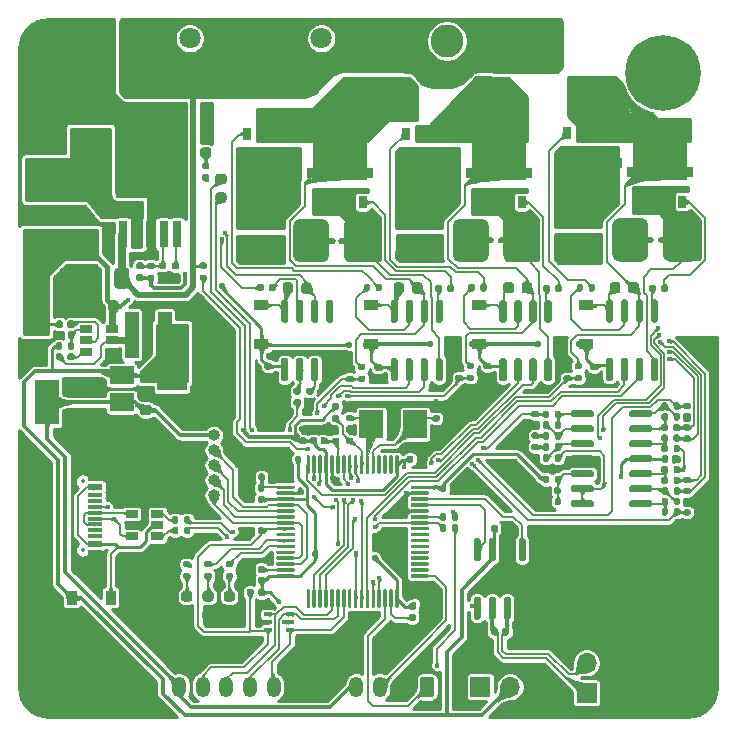
<source format=gbr>
%TF.GenerationSoftware,KiCad,Pcbnew,(5.1.6)-1*%
%TF.CreationDate,2022-04-30T17:47:53+08:00*%
%TF.ProjectId,simple_bldc,73696d70-6c65-45f6-926c-64632e6b6963,1*%
%TF.SameCoordinates,PX6979f40PYa1135a0*%
%TF.FileFunction,Copper,L1,Top*%
%TF.FilePolarity,Positive*%
%FSLAX46Y46*%
G04 Gerber Fmt 4.6, Leading zero omitted, Abs format (unit mm)*
G04 Created by KiCad (PCBNEW (5.1.6)-1) date 2022-04-30 17:47:53*
%MOMM*%
%LPD*%
G01*
G04 APERTURE LIST*
%TA.AperFunction,EtchedComponent*%
%ADD10C,0.350000*%
%TD*%
%TA.AperFunction,ComponentPad*%
%ADD11O,1.200000X1.750000*%
%TD*%
%TA.AperFunction,SMDPad,CuDef*%
%ADD12R,0.650000X0.400000*%
%TD*%
%TA.AperFunction,ComponentPad*%
%ADD13O,1.000000X1.000000*%
%TD*%
%TA.AperFunction,ComponentPad*%
%ADD14R,1.000000X1.000000*%
%TD*%
%TA.AperFunction,SMDPad,CuDef*%
%ADD15R,5.800000X6.400000*%
%TD*%
%TA.AperFunction,SMDPad,CuDef*%
%ADD16R,0.800000X2.200000*%
%TD*%
%TA.AperFunction,ComponentPad*%
%ADD17O,1.700000X1.700000*%
%TD*%
%TA.AperFunction,ComponentPad*%
%ADD18R,1.700000X1.700000*%
%TD*%
%TA.AperFunction,SMDPad,CuDef*%
%ADD19R,1.200000X0.900000*%
%TD*%
%TA.AperFunction,SMDPad,CuDef*%
%ADD20R,0.750000X1.100000*%
%TD*%
%TA.AperFunction,SMDPad,CuDef*%
%ADD21R,4.560000X3.700000*%
%TD*%
%TA.AperFunction,SMDPad,CuDef*%
%ADD22R,5.560000X0.905000*%
%TD*%
%TA.AperFunction,SMDPad,CuDef*%
%ADD23R,2.500000X1.800000*%
%TD*%
%TA.AperFunction,SMDPad,CuDef*%
%ADD24R,1.060000X0.650000*%
%TD*%
%TA.AperFunction,SMDPad,CuDef*%
%ADD25R,0.900000X1.200000*%
%TD*%
%TA.AperFunction,ComponentPad*%
%ADD26C,0.800000*%
%TD*%
%TA.AperFunction,ComponentPad*%
%ADD27C,6.400000*%
%TD*%
%TA.AperFunction,ComponentPad*%
%ADD28C,2.800000*%
%TD*%
%TA.AperFunction,SMDPad,CuDef*%
%ADD29R,1.200000X3.900000*%
%TD*%
%TA.AperFunction,ComponentPad*%
%ADD30O,2.000000X0.900000*%
%TD*%
%TA.AperFunction,ComponentPad*%
%ADD31O,1.700000X0.900000*%
%TD*%
%TA.AperFunction,SMDPad,CuDef*%
%ADD32R,1.160000X0.300000*%
%TD*%
%TA.AperFunction,SMDPad,CuDef*%
%ADD33R,1.160000X0.600000*%
%TD*%
%TA.AperFunction,ComponentPad*%
%ADD34C,1.800000*%
%TD*%
%TA.AperFunction,ComponentPad*%
%ADD35R,1.800000X1.800000*%
%TD*%
%TA.AperFunction,SMDPad,CuDef*%
%ADD36R,2.000000X3.800000*%
%TD*%
%TA.AperFunction,SMDPad,CuDef*%
%ADD37R,2.000000X1.500000*%
%TD*%
%TA.AperFunction,Conductor*%
%ADD38C,0.500000*%
%TD*%
%TA.AperFunction,SMDPad,CuDef*%
%ADD39R,5.900000X2.450000*%
%TD*%
%TA.AperFunction,SMDPad,CuDef*%
%ADD40R,2.000000X2.400000*%
%TD*%
%TA.AperFunction,ViaPad*%
%ADD41C,0.550000*%
%TD*%
%TA.AperFunction,ViaPad*%
%ADD42C,0.400000*%
%TD*%
%TA.AperFunction,ViaPad*%
%ADD43C,0.600000*%
%TD*%
%TA.AperFunction,Conductor*%
%ADD44C,0.254000*%
%TD*%
%TA.AperFunction,Conductor*%
%ADD45C,0.350000*%
%TD*%
%TA.AperFunction,Conductor*%
%ADD46C,0.200000*%
%TD*%
%TA.AperFunction,Conductor*%
%ADD47C,0.150000*%
%TD*%
%TA.AperFunction,Conductor*%
%ADD48C,0.500000*%
%TD*%
%TA.AperFunction,Conductor*%
%ADD49C,0.700000*%
%TD*%
%TA.AperFunction,Conductor*%
%ADD50C,0.140000*%
%TD*%
%TA.AperFunction,Conductor*%
%ADD51C,0.300000*%
%TD*%
%TA.AperFunction,Conductor*%
%ADD52C,0.600000*%
%TD*%
%TA.AperFunction,Conductor*%
%ADD53C,0.400000*%
%TD*%
%TA.AperFunction,Conductor*%
%ADD54C,0.025400*%
%TD*%
%ADD55C,0.300000*%
%ADD56C,0.200000*%
%ADD57C,0.350000*%
%ADD58O,1.700000X0.600000*%
%ADD59O,1.400000X0.600000*%
G04 APERTURE END LIST*
D10*
%TO.C,NT4*%
G36*
X40434800Y40573000D02*
G01*
X39434800Y40573000D01*
X39434800Y41073000D01*
X40434800Y41073000D01*
X40434800Y40573000D01*
G37*
%TO.C,NT3*%
G36*
X41234800Y41073000D02*
G01*
X42234800Y41073000D01*
X42234800Y40573000D01*
X41234800Y40573000D01*
X41234800Y41073000D01*
G37*
%TO.C,NT2*%
G36*
X27021200Y40464800D02*
G01*
X26021200Y40464800D01*
X26021200Y40964800D01*
X27021200Y40964800D01*
X27021200Y40464800D01*
G37*
%TO.C,NT5*%
G36*
X54798400Y41069000D02*
G01*
X55798400Y41069000D01*
X55798400Y40569000D01*
X54798400Y40569000D01*
X54798400Y41069000D01*
G37*
%TO.C,NT1*%
G36*
X27721200Y40964800D02*
G01*
X28721200Y40964800D01*
X28721200Y40464800D01*
X27721200Y40464800D01*
X27721200Y40964800D01*
G37*
%TO.C,NT6*%
G36*
X53998400Y40569000D02*
G01*
X52998400Y40569000D01*
X52998400Y41069000D01*
X53998400Y41069000D01*
X53998400Y40569000D01*
G37*
%TD*%
D11*
%TO.P,P1,6*%
%TO.N,VCC*%
X14000000Y3000000D03*
%TO.P,P1,5*%
%TO.N,/Filters/TEMP_IN*%
X16000000Y3000000D03*
%TO.P,P1,4*%
%TO.N,/Filters/HALL1_IN*%
X18000000Y3000000D03*
%TO.P,P1,3*%
%TO.N,/Filters/HALL2_IN*%
X20000000Y3000000D03*
%TO.P,P1,2*%
%TO.N,/Filters/HALL3_IN*%
X22000000Y3000000D03*
%TO.P,P1,1*%
%TO.N,GND*%
%TA.AperFunction,ComponentPad*%
G36*
G01*
X24600000Y3625001D02*
X24600000Y2374999D01*
G75*
G02*
X24350001Y2125000I-249999J0D01*
G01*
X23649999Y2125000D01*
G75*
G02*
X23400000Y2374999I0J249999D01*
G01*
X23400000Y3625001D01*
G75*
G02*
X23649999Y3875000I249999J0D01*
G01*
X24350001Y3875000D01*
G75*
G02*
X24600000Y3625001I0J-249999D01*
G01*
G37*
%TD.AperFunction*%
%TD*%
D12*
%TO.P,U12,6*%
%TO.N,/Filters/HALL2_IN*%
X23403600Y9133600D03*
%TO.P,U12,4*%
%TO.N,/Filters/HALL3_IN*%
X23403600Y7833600D03*
%TO.P,U12,2*%
%TO.N,GND*%
X21503600Y8483600D03*
%TO.P,U12,5*%
%TO.N,VCC*%
X23403600Y8483600D03*
%TO.P,U12,3*%
%TO.N,/Filters/TEMP_IN*%
X21503600Y7833600D03*
%TO.P,U12,1*%
%TO.N,/Filters/HALL1_IN*%
X21503600Y9133600D03*
%TD*%
%TO.P,C50,2*%
%TO.N,+12V*%
%TA.AperFunction,SMDPad,CuDef*%
G36*
G01*
X10495500Y37960800D02*
X10840500Y37960800D01*
G75*
G02*
X10988000Y37813300I0J-147500D01*
G01*
X10988000Y37518300D01*
G75*
G02*
X10840500Y37370800I-147500J0D01*
G01*
X10495500Y37370800D01*
G75*
G02*
X10348000Y37518300I0J147500D01*
G01*
X10348000Y37813300D01*
G75*
G02*
X10495500Y37960800I147500J0D01*
G01*
G37*
%TD.AperFunction*%
%TO.P,C50,1*%
%TO.N,Net-(C50-Pad1)*%
%TA.AperFunction,SMDPad,CuDef*%
G36*
G01*
X10495500Y38930800D02*
X10840500Y38930800D01*
G75*
G02*
X10988000Y38783300I0J-147500D01*
G01*
X10988000Y38488300D01*
G75*
G02*
X10840500Y38340800I-147500J0D01*
G01*
X10495500Y38340800D01*
G75*
G02*
X10348000Y38488300I0J147500D01*
G01*
X10348000Y38783300D01*
G75*
G02*
X10495500Y38930800I147500J0D01*
G01*
G37*
%TD.AperFunction*%
%TD*%
D13*
%TO.P,J4,6*%
%TO.N,/MCU/TX_SCL_MOSI*%
X16941800Y19227800D03*
%TO.P,J4,5*%
%TO.N,/MCU/MISO_ADC_EXT2*%
X16941800Y20497800D03*
%TO.P,J4,4*%
%TO.N,/MCU/SCK_ADC_EXT*%
X16941800Y21767800D03*
%TO.P,J4,3*%
%TO.N,/MCU/RX_SDA_NSS*%
X16941800Y23037800D03*
%TO.P,J4,2*%
%TO.N,VCC*%
X16941800Y24307800D03*
D14*
%TO.P,J4,1*%
%TO.N,GND*%
X16941800Y25577800D03*
%TD*%
%TO.P,C7,2*%
%TO.N,V_SUPPLY*%
%TA.AperFunction,SMDPad,CuDef*%
G36*
G01*
X8525000Y36975000D02*
X8525000Y38225000D01*
G75*
G02*
X8775000Y38475000I250000J0D01*
G01*
X9525000Y38475000D01*
G75*
G02*
X9775000Y38225000I0J-250000D01*
G01*
X9775000Y36975000D01*
G75*
G02*
X9525000Y36725000I-250000J0D01*
G01*
X8775000Y36725000D01*
G75*
G02*
X8525000Y36975000I0J250000D01*
G01*
G37*
%TD.AperFunction*%
%TO.P,C7,1*%
%TO.N,GND*%
%TA.AperFunction,SMDPad,CuDef*%
G36*
G01*
X5725000Y36975000D02*
X5725000Y38225000D01*
G75*
G02*
X5975000Y38475000I250000J0D01*
G01*
X6725000Y38475000D01*
G75*
G02*
X6975000Y38225000I0J-250000D01*
G01*
X6975000Y36975000D01*
G75*
G02*
X6725000Y36725000I-250000J0D01*
G01*
X5975000Y36725000D01*
G75*
G02*
X5725000Y36975000I0J250000D01*
G01*
G37*
%TD.AperFunction*%
%TD*%
%TO.P,D12,2*%
%TO.N,Net-(D12-Pad2)*%
%TA.AperFunction,SMDPad,CuDef*%
G36*
G01*
X16001150Y48668800D02*
X16513650Y48668800D01*
G75*
G02*
X16732400Y48450050I0J-218750D01*
G01*
X16732400Y48012550D01*
G75*
G02*
X16513650Y47793800I-218750J0D01*
G01*
X16001150Y47793800D01*
G75*
G02*
X15782400Y48012550I0J218750D01*
G01*
X15782400Y48450050D01*
G75*
G02*
X16001150Y48668800I218750J0D01*
G01*
G37*
%TD.AperFunction*%
%TO.P,D12,1*%
%TO.N,GND*%
%TA.AperFunction,SMDPad,CuDef*%
G36*
G01*
X16001150Y50243800D02*
X16513650Y50243800D01*
G75*
G02*
X16732400Y50025050I0J-218750D01*
G01*
X16732400Y49587550D01*
G75*
G02*
X16513650Y49368800I-218750J0D01*
G01*
X16001150Y49368800D01*
G75*
G02*
X15782400Y49587550I0J218750D01*
G01*
X15782400Y50025050D01*
G75*
G02*
X16001150Y50243800I218750J0D01*
G01*
G37*
%TD.AperFunction*%
%TD*%
%TO.P,U11,8*%
%TO.N,Net-(C64-Pad1)*%
%TA.AperFunction,SMDPad,CuDef*%
G36*
G01*
X23088400Y33833700D02*
X22788400Y33833700D01*
G75*
G02*
X22638400Y33983700I0J150000D01*
G01*
X22638400Y35633700D01*
G75*
G02*
X22788400Y35783700I150000J0D01*
G01*
X23088400Y35783700D01*
G75*
G02*
X23238400Y35633700I0J-150000D01*
G01*
X23238400Y33983700D01*
G75*
G02*
X23088400Y33833700I-150000J0D01*
G01*
G37*
%TD.AperFunction*%
%TO.P,U11,7*%
%TO.N,Net-(R4-Pad2)*%
%TA.AperFunction,SMDPad,CuDef*%
G36*
G01*
X24358400Y33833700D02*
X24058400Y33833700D01*
G75*
G02*
X23908400Y33983700I0J150000D01*
G01*
X23908400Y35633700D01*
G75*
G02*
X24058400Y35783700I150000J0D01*
G01*
X24358400Y35783700D01*
G75*
G02*
X24508400Y35633700I0J-150000D01*
G01*
X24508400Y33983700D01*
G75*
G02*
X24358400Y33833700I-150000J0D01*
G01*
G37*
%TD.AperFunction*%
%TO.P,U11,6*%
%TO.N,Net-(C64-Pad2)*%
%TA.AperFunction,SMDPad,CuDef*%
G36*
G01*
X25628400Y33833700D02*
X25328400Y33833700D01*
G75*
G02*
X25178400Y33983700I0J150000D01*
G01*
X25178400Y35633700D01*
G75*
G02*
X25328400Y35783700I150000J0D01*
G01*
X25628400Y35783700D01*
G75*
G02*
X25778400Y35633700I0J-150000D01*
G01*
X25778400Y33983700D01*
G75*
G02*
X25628400Y33833700I-150000J0D01*
G01*
G37*
%TD.AperFunction*%
%TO.P,U11,5*%
%TO.N,N/C*%
%TA.AperFunction,SMDPad,CuDef*%
G36*
G01*
X26898400Y33833700D02*
X26598400Y33833700D01*
G75*
G02*
X26448400Y33983700I0J150000D01*
G01*
X26448400Y35633700D01*
G75*
G02*
X26598400Y35783700I150000J0D01*
G01*
X26898400Y35783700D01*
G75*
G02*
X27048400Y35633700I0J-150000D01*
G01*
X27048400Y33983700D01*
G75*
G02*
X26898400Y33833700I-150000J0D01*
G01*
G37*
%TD.AperFunction*%
%TO.P,U11,4*%
%TO.N,GND*%
%TA.AperFunction,SMDPad,CuDef*%
G36*
G01*
X26898400Y28883700D02*
X26598400Y28883700D01*
G75*
G02*
X26448400Y29033700I0J150000D01*
G01*
X26448400Y30683700D01*
G75*
G02*
X26598400Y30833700I150000J0D01*
G01*
X26898400Y30833700D01*
G75*
G02*
X27048400Y30683700I0J-150000D01*
G01*
X27048400Y29033700D01*
G75*
G02*
X26898400Y28883700I-150000J0D01*
G01*
G37*
%TD.AperFunction*%
%TO.P,U11,3*%
%TO.N,/brake/BRAKE_L*%
%TA.AperFunction,SMDPad,CuDef*%
G36*
G01*
X25628400Y28883700D02*
X25328400Y28883700D01*
G75*
G02*
X25178400Y29033700I0J150000D01*
G01*
X25178400Y30683700D01*
G75*
G02*
X25328400Y30833700I150000J0D01*
G01*
X25628400Y30833700D01*
G75*
G02*
X25778400Y30683700I0J-150000D01*
G01*
X25778400Y29033700D01*
G75*
G02*
X25628400Y28883700I-150000J0D01*
G01*
G37*
%TD.AperFunction*%
%TO.P,U11,2*%
%TO.N,/brake/BRAKE_H*%
%TA.AperFunction,SMDPad,CuDef*%
G36*
G01*
X24358400Y28883700D02*
X24058400Y28883700D01*
G75*
G02*
X23908400Y29033700I0J150000D01*
G01*
X23908400Y30683700D01*
G75*
G02*
X24058400Y30833700I150000J0D01*
G01*
X24358400Y30833700D01*
G75*
G02*
X24508400Y30683700I0J-150000D01*
G01*
X24508400Y29033700D01*
G75*
G02*
X24358400Y28883700I-150000J0D01*
G01*
G37*
%TD.AperFunction*%
%TO.P,U11,1*%
%TO.N,+12V*%
%TA.AperFunction,SMDPad,CuDef*%
G36*
G01*
X23088400Y28883700D02*
X22788400Y28883700D01*
G75*
G02*
X22638400Y29033700I0J150000D01*
G01*
X22638400Y30683700D01*
G75*
G02*
X22788400Y30833700I150000J0D01*
G01*
X23088400Y30833700D01*
G75*
G02*
X23238400Y30683700I0J-150000D01*
G01*
X23238400Y29033700D01*
G75*
G02*
X23088400Y28883700I-150000J0D01*
G01*
G37*
%TD.AperFunction*%
%TD*%
D15*
%TO.P,U3,3*%
%TO.N,GND*%
X11550000Y47650000D03*
D16*
%TO.P,U3,5*%
%TO.N,Net-(R3-Pad2)*%
X13830000Y41350000D03*
%TO.P,U3,4*%
%TO.N,Net-(C50-Pad1)*%
X12690000Y41350000D03*
%TO.P,U3,3*%
%TO.N,GND*%
X11550000Y41350000D03*
%TO.P,U3,2*%
%TO.N,Net-(D5-Pad1)*%
X10410000Y41350000D03*
%TO.P,U3,1*%
%TO.N,V_SUPPLY*%
X9270000Y41350000D03*
%TD*%
%TO.P,R57,2*%
%TO.N,/brake/BRAKE_L*%
%TA.AperFunction,SMDPad,CuDef*%
G36*
G01*
X25242300Y27749000D02*
X24897300Y27749000D01*
G75*
G02*
X24749800Y27896500I0J147500D01*
G01*
X24749800Y28191500D01*
G75*
G02*
X24897300Y28339000I147500J0D01*
G01*
X25242300Y28339000D01*
G75*
G02*
X25389800Y28191500I0J-147500D01*
G01*
X25389800Y27896500D01*
G75*
G02*
X25242300Y27749000I-147500J0D01*
G01*
G37*
%TD.AperFunction*%
%TO.P,R57,1*%
%TO.N,GND*%
%TA.AperFunction,SMDPad,CuDef*%
G36*
G01*
X25242300Y26779000D02*
X24897300Y26779000D01*
G75*
G02*
X24749800Y26926500I0J147500D01*
G01*
X24749800Y27221500D01*
G75*
G02*
X24897300Y27369000I147500J0D01*
G01*
X25242300Y27369000D01*
G75*
G02*
X25389800Y27221500I0J-147500D01*
G01*
X25389800Y26926500D01*
G75*
G02*
X25242300Y26779000I-147500J0D01*
G01*
G37*
%TD.AperFunction*%
%TD*%
%TO.P,R56,2*%
%TO.N,/brake/BRAKE_H*%
%TA.AperFunction,SMDPad,CuDef*%
G36*
G01*
X24175500Y27749000D02*
X23830500Y27749000D01*
G75*
G02*
X23683000Y27896500I0J147500D01*
G01*
X23683000Y28191500D01*
G75*
G02*
X23830500Y28339000I147500J0D01*
G01*
X24175500Y28339000D01*
G75*
G02*
X24323000Y28191500I0J-147500D01*
G01*
X24323000Y27896500D01*
G75*
G02*
X24175500Y27749000I-147500J0D01*
G01*
G37*
%TD.AperFunction*%
%TO.P,R56,1*%
%TO.N,/MCU/SERVO*%
%TA.AperFunction,SMDPad,CuDef*%
G36*
G01*
X24175500Y26779000D02*
X23830500Y26779000D01*
G75*
G02*
X23683000Y26926500I0J147500D01*
G01*
X23683000Y27221500D01*
G75*
G02*
X23830500Y27369000I147500J0D01*
G01*
X24175500Y27369000D01*
G75*
G02*
X24323000Y27221500I0J-147500D01*
G01*
X24323000Y26926500D01*
G75*
G02*
X24175500Y26779000I-147500J0D01*
G01*
G37*
%TD.AperFunction*%
%TD*%
%TO.P,R55,2*%
%TO.N,Net-(C64-Pad2)*%
%TA.AperFunction,SMDPad,CuDef*%
G36*
G01*
X16084900Y46428800D02*
X16429900Y46428800D01*
G75*
G02*
X16577400Y46281300I0J-147500D01*
G01*
X16577400Y45986300D01*
G75*
G02*
X16429900Y45838800I-147500J0D01*
G01*
X16084900Y45838800D01*
G75*
G02*
X15937400Y45986300I0J147500D01*
G01*
X15937400Y46281300D01*
G75*
G02*
X16084900Y46428800I147500J0D01*
G01*
G37*
%TD.AperFunction*%
%TO.P,R55,1*%
%TO.N,Net-(D12-Pad2)*%
%TA.AperFunction,SMDPad,CuDef*%
G36*
G01*
X16084900Y47398800D02*
X16429900Y47398800D01*
G75*
G02*
X16577400Y47251300I0J-147500D01*
G01*
X16577400Y46956300D01*
G75*
G02*
X16429900Y46808800I-147500J0D01*
G01*
X16084900Y46808800D01*
G75*
G02*
X15937400Y46956300I0J147500D01*
G01*
X15937400Y47251300D01*
G75*
G02*
X16084900Y47398800I147500J0D01*
G01*
G37*
%TD.AperFunction*%
%TD*%
%TO.P,R4,2*%
%TO.N,Net-(R4-Pad2)*%
%TA.AperFunction,SMDPad,CuDef*%
G36*
G01*
X21576800Y36632100D02*
X21576800Y36977100D01*
G75*
G02*
X21724300Y37124600I147500J0D01*
G01*
X22019300Y37124600D01*
G75*
G02*
X22166800Y36977100I0J-147500D01*
G01*
X22166800Y36632100D01*
G75*
G02*
X22019300Y36484600I-147500J0D01*
G01*
X21724300Y36484600D01*
G75*
G02*
X21576800Y36632100I0J147500D01*
G01*
G37*
%TD.AperFunction*%
%TO.P,R4,1*%
%TO.N,Net-(Q7-Pad1)*%
%TA.AperFunction,SMDPad,CuDef*%
G36*
G01*
X20606800Y36632100D02*
X20606800Y36977100D01*
G75*
G02*
X20754300Y37124600I147500J0D01*
G01*
X21049300Y37124600D01*
G75*
G02*
X21196800Y36977100I0J-147500D01*
G01*
X21196800Y36632100D01*
G75*
G02*
X21049300Y36484600I-147500J0D01*
G01*
X20754300Y36484600D01*
G75*
G02*
X20606800Y36632100I0J147500D01*
G01*
G37*
%TD.AperFunction*%
%TD*%
%TO.P,R3,2*%
%TO.N,Net-(R3-Pad2)*%
%TA.AperFunction,SMDPad,CuDef*%
G36*
G01*
X13872500Y38340000D02*
X13527500Y38340000D01*
G75*
G02*
X13380000Y38487500I0J147500D01*
G01*
X13380000Y38782500D01*
G75*
G02*
X13527500Y38930000I147500J0D01*
G01*
X13872500Y38930000D01*
G75*
G02*
X14020000Y38782500I0J-147500D01*
G01*
X14020000Y38487500D01*
G75*
G02*
X13872500Y38340000I-147500J0D01*
G01*
G37*
%TD.AperFunction*%
%TO.P,R3,1*%
%TO.N,GND*%
%TA.AperFunction,SMDPad,CuDef*%
G36*
G01*
X13872500Y37370000D02*
X13527500Y37370000D01*
G75*
G02*
X13380000Y37517500I0J147500D01*
G01*
X13380000Y37812500D01*
G75*
G02*
X13527500Y37960000I147500J0D01*
G01*
X13872500Y37960000D01*
G75*
G02*
X14020000Y37812500I0J-147500D01*
G01*
X14020000Y37517500D01*
G75*
G02*
X13872500Y37370000I-147500J0D01*
G01*
G37*
%TD.AperFunction*%
%TD*%
D17*
%TO.P,J1,3*%
%TO.N,GND*%
X44580000Y3000000D03*
%TO.P,J1,2*%
%TO.N,+5V*%
X42040000Y3000000D03*
D18*
%TO.P,J1,1*%
%TO.N,Net-(J1-Pad1)*%
X39500000Y3000000D03*
%TD*%
D19*
%TO.P,D11,2*%
%TO.N,+12V*%
X20980400Y32017700D03*
%TO.P,D11,1*%
%TO.N,Net-(C64-Pad1)*%
X20980400Y35317700D03*
%TD*%
%TO.P,C64,2*%
%TO.N,Net-(C64-Pad2)*%
%TA.AperFunction,SMDPad,CuDef*%
G36*
G01*
X24353000Y36510250D02*
X24353000Y37022750D01*
G75*
G02*
X24571750Y37241500I218750J0D01*
G01*
X25009250Y37241500D01*
G75*
G02*
X25228000Y37022750I0J-218750D01*
G01*
X25228000Y36510250D01*
G75*
G02*
X25009250Y36291500I-218750J0D01*
G01*
X24571750Y36291500D01*
G75*
G02*
X24353000Y36510250I0J218750D01*
G01*
G37*
%TD.AperFunction*%
%TO.P,C64,1*%
%TO.N,Net-(C64-Pad1)*%
%TA.AperFunction,SMDPad,CuDef*%
G36*
G01*
X22778000Y36510250D02*
X22778000Y37022750D01*
G75*
G02*
X22996750Y37241500I218750J0D01*
G01*
X23434250Y37241500D01*
G75*
G02*
X23653000Y37022750I0J-218750D01*
G01*
X23653000Y36510250D01*
G75*
G02*
X23434250Y36291500I-218750J0D01*
G01*
X22996750Y36291500D01*
G75*
G02*
X22778000Y36510250I0J218750D01*
G01*
G37*
%TD.AperFunction*%
%TD*%
%TO.P,C63,2*%
%TO.N,GND*%
%TA.AperFunction,SMDPad,CuDef*%
G36*
G01*
X21366700Y29477200D02*
X21711700Y29477200D01*
G75*
G02*
X21859200Y29329700I0J-147500D01*
G01*
X21859200Y29034700D01*
G75*
G02*
X21711700Y28887200I-147500J0D01*
G01*
X21366700Y28887200D01*
G75*
G02*
X21219200Y29034700I0J147500D01*
G01*
X21219200Y29329700D01*
G75*
G02*
X21366700Y29477200I147500J0D01*
G01*
G37*
%TD.AperFunction*%
%TO.P,C63,1*%
%TO.N,+12V*%
%TA.AperFunction,SMDPad,CuDef*%
G36*
G01*
X21366700Y30447200D02*
X21711700Y30447200D01*
G75*
G02*
X21859200Y30299700I0J-147500D01*
G01*
X21859200Y30004700D01*
G75*
G02*
X21711700Y29857200I-147500J0D01*
G01*
X21366700Y29857200D01*
G75*
G02*
X21219200Y30004700I0J147500D01*
G01*
X21219200Y30299700D01*
G75*
G02*
X21366700Y30447200I147500J0D01*
G01*
G37*
%TD.AperFunction*%
%TD*%
%TO.P,C60,2*%
%TO.N,+12V*%
%TA.AperFunction,SMDPad,CuDef*%
G36*
G01*
X2325000Y38225000D02*
X2325000Y36975000D01*
G75*
G02*
X2075000Y36725000I-250000J0D01*
G01*
X1325000Y36725000D01*
G75*
G02*
X1075000Y36975000I0J250000D01*
G01*
X1075000Y38225000D01*
G75*
G02*
X1325000Y38475000I250000J0D01*
G01*
X2075000Y38475000D01*
G75*
G02*
X2325000Y38225000I0J-250000D01*
G01*
G37*
%TD.AperFunction*%
%TO.P,C60,1*%
%TO.N,GND*%
%TA.AperFunction,SMDPad,CuDef*%
G36*
G01*
X5125000Y38225000D02*
X5125000Y36975000D01*
G75*
G02*
X4875000Y36725000I-250000J0D01*
G01*
X4125000Y36725000D01*
G75*
G02*
X3875000Y36975000I0J250000D01*
G01*
X3875000Y38225000D01*
G75*
G02*
X4125000Y38475000I250000J0D01*
G01*
X4875000Y38475000D01*
G75*
G02*
X5125000Y38225000I0J-250000D01*
G01*
G37*
%TD.AperFunction*%
%TD*%
%TO.P,C21,2*%
%TO.N,/Mosfet driver/H1_VS*%
%TA.AperFunction,SMDPad,CuDef*%
G36*
G01*
X33741300Y36507150D02*
X33741300Y37019650D01*
G75*
G02*
X33960050Y37238400I218750J0D01*
G01*
X34397550Y37238400D01*
G75*
G02*
X34616300Y37019650I0J-218750D01*
G01*
X34616300Y36507150D01*
G75*
G02*
X34397550Y36288400I-218750J0D01*
G01*
X33960050Y36288400D01*
G75*
G02*
X33741300Y36507150I0J218750D01*
G01*
G37*
%TD.AperFunction*%
%TO.P,C21,1*%
%TO.N,Net-(C21-Pad1)*%
%TA.AperFunction,SMDPad,CuDef*%
G36*
G01*
X32166300Y36507150D02*
X32166300Y37019650D01*
G75*
G02*
X32385050Y37238400I218750J0D01*
G01*
X32822550Y37238400D01*
G75*
G02*
X33041300Y37019650I0J-218750D01*
G01*
X33041300Y36507150D01*
G75*
G02*
X32822550Y36288400I-218750J0D01*
G01*
X32385050Y36288400D01*
G75*
G02*
X32166300Y36507150I0J218750D01*
G01*
G37*
%TD.AperFunction*%
%TD*%
%TO.P,C20,2*%
%TO.N,GND*%
%TA.AperFunction,SMDPad,CuDef*%
G36*
G01*
X30668800Y29373400D02*
X31013800Y29373400D01*
G75*
G02*
X31161300Y29225900I0J-147500D01*
G01*
X31161300Y28930900D01*
G75*
G02*
X31013800Y28783400I-147500J0D01*
G01*
X30668800Y28783400D01*
G75*
G02*
X30521300Y28930900I0J147500D01*
G01*
X30521300Y29225900D01*
G75*
G02*
X30668800Y29373400I147500J0D01*
G01*
G37*
%TD.AperFunction*%
%TO.P,C20,1*%
%TO.N,+12V*%
%TA.AperFunction,SMDPad,CuDef*%
G36*
G01*
X30668800Y30343400D02*
X31013800Y30343400D01*
G75*
G02*
X31161300Y30195900I0J-147500D01*
G01*
X31161300Y29900900D01*
G75*
G02*
X31013800Y29753400I-147500J0D01*
G01*
X30668800Y29753400D01*
G75*
G02*
X30521300Y29900900I0J147500D01*
G01*
X30521300Y30195900D01*
G75*
G02*
X30668800Y30343400I147500J0D01*
G01*
G37*
%TD.AperFunction*%
%TD*%
%TO.P,R52,2*%
%TO.N,/CAN bus transceiver/CANL*%
%TA.AperFunction,SMDPad,CuDef*%
G36*
G01*
X40985000Y7863000D02*
X40985000Y7518000D01*
G75*
G02*
X40837500Y7370500I-147500J0D01*
G01*
X40542500Y7370500D01*
G75*
G02*
X40395000Y7518000I0J147500D01*
G01*
X40395000Y7863000D01*
G75*
G02*
X40542500Y8010500I147500J0D01*
G01*
X40837500Y8010500D01*
G75*
G02*
X40985000Y7863000I0J-147500D01*
G01*
G37*
%TD.AperFunction*%
%TO.P,R52,1*%
%TO.N,/CAN bus transceiver/CANH*%
%TA.AperFunction,SMDPad,CuDef*%
G36*
G01*
X41955000Y7863000D02*
X41955000Y7518000D01*
G75*
G02*
X41807500Y7370500I-147500J0D01*
G01*
X41512500Y7370500D01*
G75*
G02*
X41365000Y7518000I0J147500D01*
G01*
X41365000Y7863000D01*
G75*
G02*
X41512500Y8010500I147500J0D01*
G01*
X41807500Y8010500D01*
G75*
G02*
X41955000Y7863000I0J-147500D01*
G01*
G37*
%TD.AperFunction*%
%TD*%
%TO.P,C17,2*%
%TO.N,+5V*%
%TA.AperFunction,SMDPad,CuDef*%
G36*
G01*
X14712200Y33463050D02*
X14712200Y32950550D01*
G75*
G02*
X14493450Y32731800I-218750J0D01*
G01*
X14055950Y32731800D01*
G75*
G02*
X13837200Y32950550I0J218750D01*
G01*
X13837200Y33463050D01*
G75*
G02*
X14055950Y33681800I218750J0D01*
G01*
X14493450Y33681800D01*
G75*
G02*
X14712200Y33463050I0J-218750D01*
G01*
G37*
%TD.AperFunction*%
%TO.P,C17,1*%
%TO.N,GND*%
%TA.AperFunction,SMDPad,CuDef*%
G36*
G01*
X16287200Y33463050D02*
X16287200Y32950550D01*
G75*
G02*
X16068450Y32731800I-218750J0D01*
G01*
X15630950Y32731800D01*
G75*
G02*
X15412200Y32950550I0J218750D01*
G01*
X15412200Y33463050D01*
G75*
G02*
X15630950Y33681800I218750J0D01*
G01*
X16068450Y33681800D01*
G75*
G02*
X16287200Y33463050I0J-218750D01*
G01*
G37*
%TD.AperFunction*%
%TD*%
%TO.P,C14,2*%
%TO.N,+12V*%
%TA.AperFunction,SMDPad,CuDef*%
G36*
G01*
X2575000Y32925000D02*
X1325000Y32925000D01*
G75*
G02*
X1075000Y33175000I0J250000D01*
G01*
X1075000Y33925000D01*
G75*
G02*
X1325000Y34175000I250000J0D01*
G01*
X2575000Y34175000D01*
G75*
G02*
X2825000Y33925000I0J-250000D01*
G01*
X2825000Y33175000D01*
G75*
G02*
X2575000Y32925000I-250000J0D01*
G01*
G37*
%TD.AperFunction*%
%TO.P,C14,1*%
%TO.N,GND*%
%TA.AperFunction,SMDPad,CuDef*%
G36*
G01*
X2575000Y30125000D02*
X1325000Y30125000D01*
G75*
G02*
X1075000Y30375000I0J250000D01*
G01*
X1075000Y31125000D01*
G75*
G02*
X1325000Y31375000I250000J0D01*
G01*
X2575000Y31375000D01*
G75*
G02*
X2825000Y31125000I0J-250000D01*
G01*
X2825000Y30375000D01*
G75*
G02*
X2575000Y30125000I-250000J0D01*
G01*
G37*
%TD.AperFunction*%
%TD*%
%TO.P,C12,2*%
%TO.N,+12V*%
%TA.AperFunction,SMDPad,CuDef*%
G36*
G01*
X2325000Y36125000D02*
X2325000Y34875000D01*
G75*
G02*
X2075000Y34625000I-250000J0D01*
G01*
X1325000Y34625000D01*
G75*
G02*
X1075000Y34875000I0J250000D01*
G01*
X1075000Y36125000D01*
G75*
G02*
X1325000Y36375000I250000J0D01*
G01*
X2075000Y36375000D01*
G75*
G02*
X2325000Y36125000I0J-250000D01*
G01*
G37*
%TD.AperFunction*%
%TO.P,C12,1*%
%TO.N,GND*%
%TA.AperFunction,SMDPad,CuDef*%
G36*
G01*
X5125000Y36125000D02*
X5125000Y34875000D01*
G75*
G02*
X4875000Y34625000I-250000J0D01*
G01*
X4125000Y34625000D01*
G75*
G02*
X3875000Y34875000I0J250000D01*
G01*
X3875000Y36125000D01*
G75*
G02*
X4125000Y36375000I250000J0D01*
G01*
X4875000Y36375000D01*
G75*
G02*
X5125000Y36125000I0J-250000D01*
G01*
G37*
%TD.AperFunction*%
%TD*%
%TO.P,C10,2*%
%TO.N,+5V*%
%TA.AperFunction,SMDPad,CuDef*%
G36*
G01*
X14712200Y32040650D02*
X14712200Y31528150D01*
G75*
G02*
X14493450Y31309400I-218750J0D01*
G01*
X14055950Y31309400D01*
G75*
G02*
X13837200Y31528150I0J218750D01*
G01*
X13837200Y32040650D01*
G75*
G02*
X14055950Y32259400I218750J0D01*
G01*
X14493450Y32259400D01*
G75*
G02*
X14712200Y32040650I0J-218750D01*
G01*
G37*
%TD.AperFunction*%
%TO.P,C10,1*%
%TO.N,GND*%
%TA.AperFunction,SMDPad,CuDef*%
G36*
G01*
X16287200Y32040650D02*
X16287200Y31528150D01*
G75*
G02*
X16068450Y31309400I-218750J0D01*
G01*
X15630950Y31309400D01*
G75*
G02*
X15412200Y31528150I0J218750D01*
G01*
X15412200Y32040650D01*
G75*
G02*
X15630950Y32259400I218750J0D01*
G01*
X16068450Y32259400D01*
G75*
G02*
X16287200Y32040650I0J-218750D01*
G01*
G37*
%TD.AperFunction*%
%TD*%
D20*
%TO.P,Q6,2*%
%TO.N,/Mosfet driver/H3_VS*%
X55346600Y49890000D03*
X54076600Y49890000D03*
%TO.P,Q6,3*%
%TO.N,/Mosfet driver/H3_LOW*%
X52806600Y44090000D03*
X54076600Y44090000D03*
X55346600Y44090000D03*
%TO.P,Q6,1*%
%TO.N,Net-(Q6-Pad1)*%
X56616600Y44090000D03*
%TO.P,Q6,2*%
%TO.N,/Mosfet driver/H3_VS*%
X56616600Y49890000D03*
X52806600Y49890000D03*
D21*
X54711600Y47790000D03*
D22*
X54711600Y46590000D03*
%TD*%
D20*
%TO.P,Q5,2*%
%TO.N,V_SUPPLY*%
X48082200Y44090000D03*
X49352200Y44090000D03*
%TO.P,Q5,3*%
%TO.N,/Mosfet driver/H3_VS*%
X50622200Y49890000D03*
X49352200Y49890000D03*
X48082200Y49890000D03*
%TO.P,Q5,1*%
%TO.N,Net-(Q5-Pad1)*%
X46812200Y49890000D03*
%TO.P,Q5,2*%
%TO.N,V_SUPPLY*%
X46812200Y44090000D03*
X50622200Y44090000D03*
D21*
X48717200Y46190000D03*
D22*
X48717200Y47390000D03*
%TD*%
D20*
%TO.P,Q4,2*%
%TO.N,/Mosfet driver/H2_VS*%
X41732200Y49839200D03*
X40462200Y49839200D03*
%TO.P,Q4,3*%
%TO.N,/Mosfet driver/H2_LOW*%
X39192200Y44039200D03*
X40462200Y44039200D03*
X41732200Y44039200D03*
%TO.P,Q4,1*%
%TO.N,Net-(Q4-Pad1)*%
X43002200Y44039200D03*
%TO.P,Q4,2*%
%TO.N,/Mosfet driver/H2_VS*%
X43002200Y49839200D03*
X39192200Y49839200D03*
D21*
X41097200Y47739200D03*
D22*
X41097200Y46539200D03*
%TD*%
D20*
%TO.P,Q3,2*%
%TO.N,V_SUPPLY*%
X34467800Y44039200D03*
X35737800Y44039200D03*
%TO.P,Q3,3*%
%TO.N,/Mosfet driver/H2_VS*%
X37007800Y49839200D03*
X35737800Y49839200D03*
X34467800Y49839200D03*
%TO.P,Q3,1*%
%TO.N,Net-(Q3-Pad1)*%
X33197800Y49839200D03*
%TO.P,Q3,2*%
%TO.N,V_SUPPLY*%
X33197800Y44039200D03*
X37007800Y44039200D03*
D21*
X35102800Y46139200D03*
D22*
X35102800Y47339200D03*
%TD*%
D20*
%TO.P,Q2,2*%
%TO.N,/Mosfet driver/H1_VS*%
X28270200Y49839200D03*
X27000200Y49839200D03*
%TO.P,Q2,3*%
%TO.N,/Mosfet driver/H1_LOW*%
X25730200Y44039200D03*
X27000200Y44039200D03*
X28270200Y44039200D03*
%TO.P,Q2,1*%
%TO.N,Net-(Q2-Pad1)*%
X29540200Y44039200D03*
%TO.P,Q2,2*%
%TO.N,/Mosfet driver/H1_VS*%
X29540200Y49839200D03*
X25730200Y49839200D03*
D21*
X27635200Y47739200D03*
D22*
X27635200Y46539200D03*
%TD*%
D20*
%TO.P,Q1,2*%
%TO.N,V_SUPPLY*%
X21005800Y44039200D03*
X22275800Y44039200D03*
%TO.P,Q1,3*%
%TO.N,/Mosfet driver/H1_VS*%
X23545800Y49839200D03*
X22275800Y49839200D03*
X21005800Y49839200D03*
%TO.P,Q1,1*%
%TO.N,Net-(Q1-Pad1)*%
X19735800Y49839200D03*
%TO.P,Q1,2*%
%TO.N,V_SUPPLY*%
X19735800Y44039200D03*
X23545800Y44039200D03*
D21*
X21640800Y46139200D03*
D22*
X21640800Y47339200D03*
%TD*%
D23*
%TO.P,D10,2*%
%TO.N,GND*%
X17392400Y28990400D03*
%TO.P,D10,1*%
%TO.N,+5V*%
X13392400Y28990400D03*
%TD*%
D11*
%TO.P,J6,4*%
%TO.N,VCC*%
X29000000Y3000000D03*
%TO.P,J6,3*%
%TO.N,SWCLK*%
X31000000Y3000000D03*
%TO.P,J6,2*%
%TO.N,GND*%
X33000000Y3000000D03*
%TO.P,J6,1*%
%TO.N,SWDIO*%
%TA.AperFunction,ComponentPad*%
G36*
G01*
X35600000Y3625001D02*
X35600000Y2374999D01*
G75*
G02*
X35350001Y2125000I-249999J0D01*
G01*
X34649999Y2125000D01*
G75*
G02*
X34400000Y2374999I0J249999D01*
G01*
X34400000Y3625001D01*
G75*
G02*
X34649999Y3875000I249999J0D01*
G01*
X35350001Y3875000D01*
G75*
G02*
X35600000Y3625001I0J-249999D01*
G01*
G37*
%TD.AperFunction*%
%TD*%
D24*
%TO.P,U10,5*%
%TO.N,Net-(D1-Pad2)*%
X12174400Y16687800D03*
%TO.P,U10,6*%
%TO.N,Net-(R7-Pad2)*%
X12174400Y17637800D03*
%TO.P,U10,4*%
%TO.N,Net-(R8-Pad2)*%
X12174400Y15737800D03*
%TO.P,U10,3*%
%TO.N,Net-(J2-PadA7)*%
X9974400Y15737800D03*
%TO.P,U10,2*%
%TO.N,GND*%
X9974400Y16687800D03*
%TO.P,U10,1*%
%TO.N,Net-(J2-PadA6)*%
X9974400Y17637800D03*
%TD*%
D25*
%TO.P,D1,2*%
%TO.N,Net-(D1-Pad2)*%
X8200000Y10550000D03*
%TO.P,D1,1*%
%TO.N,+5V*%
X4900000Y10550000D03*
%TD*%
D17*
%TO.P,J3,2*%
%TO.N,/CAN bus transceiver/CANH*%
X48500000Y5040000D03*
D18*
%TO.P,J3,1*%
%TO.N,/CAN bus transceiver/CANL*%
X48500000Y2500000D03*
%TD*%
%TO.P,R2,2*%
%TO.N,Net-(R2-Pad2)*%
%TA.AperFunction,SMDPad,CuDef*%
G36*
G01*
X4540000Y33527500D02*
X4540000Y33872500D01*
G75*
G02*
X4687500Y34020000I147500J0D01*
G01*
X4982500Y34020000D01*
G75*
G02*
X5130000Y33872500I0J-147500D01*
G01*
X5130000Y33527500D01*
G75*
G02*
X4982500Y33380000I-147500J0D01*
G01*
X4687500Y33380000D01*
G75*
G02*
X4540000Y33527500I0J147500D01*
G01*
G37*
%TD.AperFunction*%
%TO.P,R2,1*%
%TO.N,+12V*%
%TA.AperFunction,SMDPad,CuDef*%
G36*
G01*
X3570000Y33527500D02*
X3570000Y33872500D01*
G75*
G02*
X3717500Y34020000I147500J0D01*
G01*
X4012500Y34020000D01*
G75*
G02*
X4160000Y33872500I0J-147500D01*
G01*
X4160000Y33527500D01*
G75*
G02*
X4012500Y33380000I-147500J0D01*
G01*
X3717500Y33380000D01*
G75*
G02*
X3570000Y33527500I0J147500D01*
G01*
G37*
%TD.AperFunction*%
%TD*%
%TO.P,R1,2*%
%TO.N,VCC*%
%TA.AperFunction,SMDPad,CuDef*%
G36*
G01*
X20690000Y10827500D02*
X20690000Y11172500D01*
G75*
G02*
X20837500Y11320000I147500J0D01*
G01*
X21132500Y11320000D01*
G75*
G02*
X21280000Y11172500I0J-147500D01*
G01*
X21280000Y10827500D01*
G75*
G02*
X21132500Y10680000I-147500J0D01*
G01*
X20837500Y10680000D01*
G75*
G02*
X20690000Y10827500I0J147500D01*
G01*
G37*
%TD.AperFunction*%
%TO.P,R1,1*%
%TO.N,/Filters/TEMP_IN*%
%TA.AperFunction,SMDPad,CuDef*%
G36*
G01*
X19720000Y10827500D02*
X19720000Y11172500D01*
G75*
G02*
X19867500Y11320000I147500J0D01*
G01*
X20162500Y11320000D01*
G75*
G02*
X20310000Y11172500I0J-147500D01*
G01*
X20310000Y10827500D01*
G75*
G02*
X20162500Y10680000I-147500J0D01*
G01*
X19867500Y10680000D01*
G75*
G02*
X19720000Y10827500I0J147500D01*
G01*
G37*
%TD.AperFunction*%
%TD*%
%TO.P,U9,8*%
%TO.N,GND*%
%TA.AperFunction,SMDPad,CuDef*%
G36*
G01*
X42905000Y10627900D02*
X43205000Y10627900D01*
G75*
G02*
X43355000Y10477900I0J-150000D01*
G01*
X43355000Y8827900D01*
G75*
G02*
X43205000Y8677900I-150000J0D01*
G01*
X42905000Y8677900D01*
G75*
G02*
X42755000Y8827900I0J150000D01*
G01*
X42755000Y10477900D01*
G75*
G02*
X42905000Y10627900I150000J0D01*
G01*
G37*
%TD.AperFunction*%
%TO.P,U9,7*%
%TO.N,/CAN bus transceiver/CANH*%
%TA.AperFunction,SMDPad,CuDef*%
G36*
G01*
X41635000Y10627900D02*
X41935000Y10627900D01*
G75*
G02*
X42085000Y10477900I0J-150000D01*
G01*
X42085000Y8827900D01*
G75*
G02*
X41935000Y8677900I-150000J0D01*
G01*
X41635000Y8677900D01*
G75*
G02*
X41485000Y8827900I0J150000D01*
G01*
X41485000Y10477900D01*
G75*
G02*
X41635000Y10627900I150000J0D01*
G01*
G37*
%TD.AperFunction*%
%TO.P,U9,6*%
%TO.N,/CAN bus transceiver/CANL*%
%TA.AperFunction,SMDPad,CuDef*%
G36*
G01*
X40365000Y10627900D02*
X40665000Y10627900D01*
G75*
G02*
X40815000Y10477900I0J-150000D01*
G01*
X40815000Y8827900D01*
G75*
G02*
X40665000Y8677900I-150000J0D01*
G01*
X40365000Y8677900D01*
G75*
G02*
X40215000Y8827900I0J150000D01*
G01*
X40215000Y10477900D01*
G75*
G02*
X40365000Y10627900I150000J0D01*
G01*
G37*
%TD.AperFunction*%
%TO.P,U9,5*%
%TO.N,VCC*%
%TA.AperFunction,SMDPad,CuDef*%
G36*
G01*
X39095000Y10627900D02*
X39395000Y10627900D01*
G75*
G02*
X39545000Y10477900I0J-150000D01*
G01*
X39545000Y8827900D01*
G75*
G02*
X39395000Y8677900I-150000J0D01*
G01*
X39095000Y8677900D01*
G75*
G02*
X38945000Y8827900I0J150000D01*
G01*
X38945000Y10477900D01*
G75*
G02*
X39095000Y10627900I150000J0D01*
G01*
G37*
%TD.AperFunction*%
%TO.P,U9,4*%
%TO.N,/CAN bus transceiver/CAN_RX*%
%TA.AperFunction,SMDPad,CuDef*%
G36*
G01*
X39095000Y15577900D02*
X39395000Y15577900D01*
G75*
G02*
X39545000Y15427900I0J-150000D01*
G01*
X39545000Y13777900D01*
G75*
G02*
X39395000Y13627900I-150000J0D01*
G01*
X39095000Y13627900D01*
G75*
G02*
X38945000Y13777900I0J150000D01*
G01*
X38945000Y15427900D01*
G75*
G02*
X39095000Y15577900I150000J0D01*
G01*
G37*
%TD.AperFunction*%
%TO.P,U9,3*%
%TO.N,+5V*%
%TA.AperFunction,SMDPad,CuDef*%
G36*
G01*
X40365000Y15577900D02*
X40665000Y15577900D01*
G75*
G02*
X40815000Y15427900I0J-150000D01*
G01*
X40815000Y13777900D01*
G75*
G02*
X40665000Y13627900I-150000J0D01*
G01*
X40365000Y13627900D01*
G75*
G02*
X40215000Y13777900I0J150000D01*
G01*
X40215000Y15427900D01*
G75*
G02*
X40365000Y15577900I150000J0D01*
G01*
G37*
%TD.AperFunction*%
%TO.P,U9,2*%
%TO.N,GND*%
%TA.AperFunction,SMDPad,CuDef*%
G36*
G01*
X41635000Y15577900D02*
X41935000Y15577900D01*
G75*
G02*
X42085000Y15427900I0J-150000D01*
G01*
X42085000Y13777900D01*
G75*
G02*
X41935000Y13627900I-150000J0D01*
G01*
X41635000Y13627900D01*
G75*
G02*
X41485000Y13777900I0J150000D01*
G01*
X41485000Y15427900D01*
G75*
G02*
X41635000Y15577900I150000J0D01*
G01*
G37*
%TD.AperFunction*%
%TO.P,U9,1*%
%TO.N,/CAN bus transceiver/CAN_TX*%
%TA.AperFunction,SMDPad,CuDef*%
G36*
G01*
X42905000Y15577900D02*
X43205000Y15577900D01*
G75*
G02*
X43355000Y15427900I0J-150000D01*
G01*
X43355000Y13777900D01*
G75*
G02*
X43205000Y13627900I-150000J0D01*
G01*
X42905000Y13627900D01*
G75*
G02*
X42755000Y13777900I0J150000D01*
G01*
X42755000Y15427900D01*
G75*
G02*
X42905000Y15577900I150000J0D01*
G01*
G37*
%TD.AperFunction*%
%TD*%
%TO.P,U8,1*%
%TO.N,VCC*%
%TA.AperFunction,SMDPad,CuDef*%
G36*
G01*
X32372958Y22595513D02*
X32522958Y22595513D01*
G75*
G02*
X32597958Y22520513I0J-75000D01*
G01*
X32597958Y21120513D01*
G75*
G02*
X32522958Y21045513I-75000J0D01*
G01*
X32372958Y21045513D01*
G75*
G02*
X32297958Y21120513I0J75000D01*
G01*
X32297958Y22520513D01*
G75*
G02*
X32372958Y22595513I75000J0D01*
G01*
G37*
%TD.AperFunction*%
%TO.P,U8,2*%
%TO.N,N/C*%
%TA.AperFunction,SMDPad,CuDef*%
G36*
G01*
X31872958Y22595513D02*
X32022958Y22595513D01*
G75*
G02*
X32097958Y22520513I0J-75000D01*
G01*
X32097958Y21120513D01*
G75*
G02*
X32022958Y21045513I-75000J0D01*
G01*
X31872958Y21045513D01*
G75*
G02*
X31797958Y21120513I0J75000D01*
G01*
X31797958Y22520513D01*
G75*
G02*
X31872958Y22595513I75000J0D01*
G01*
G37*
%TD.AperFunction*%
%TO.P,U8,3*%
%TA.AperFunction,SMDPad,CuDef*%
G36*
G01*
X31372958Y22595513D02*
X31522958Y22595513D01*
G75*
G02*
X31597958Y22520513I0J-75000D01*
G01*
X31597958Y21120513D01*
G75*
G02*
X31522958Y21045513I-75000J0D01*
G01*
X31372958Y21045513D01*
G75*
G02*
X31297958Y21120513I0J75000D01*
G01*
X31297958Y22520513D01*
G75*
G02*
X31372958Y22595513I75000J0D01*
G01*
G37*
%TD.AperFunction*%
%TO.P,U8,4*%
%TA.AperFunction,SMDPad,CuDef*%
G36*
G01*
X30872958Y22595513D02*
X31022958Y22595513D01*
G75*
G02*
X31097958Y22520513I0J-75000D01*
G01*
X31097958Y21120513D01*
G75*
G02*
X31022958Y21045513I-75000J0D01*
G01*
X30872958Y21045513D01*
G75*
G02*
X30797958Y21120513I0J75000D01*
G01*
X30797958Y22520513D01*
G75*
G02*
X30872958Y22595513I75000J0D01*
G01*
G37*
%TD.AperFunction*%
%TO.P,U8,5*%
%TO.N,Net-(C35-Pad1)*%
%TA.AperFunction,SMDPad,CuDef*%
G36*
G01*
X30372958Y22595513D02*
X30522958Y22595513D01*
G75*
G02*
X30597958Y22520513I0J-75000D01*
G01*
X30597958Y21120513D01*
G75*
G02*
X30522958Y21045513I-75000J0D01*
G01*
X30372958Y21045513D01*
G75*
G02*
X30297958Y21120513I0J75000D01*
G01*
X30297958Y22520513D01*
G75*
G02*
X30372958Y22595513I75000J0D01*
G01*
G37*
%TD.AperFunction*%
%TO.P,U8,6*%
%TO.N,Net-(C39-Pad1)*%
%TA.AperFunction,SMDPad,CuDef*%
G36*
G01*
X29872958Y22595513D02*
X30022958Y22595513D01*
G75*
G02*
X30097958Y22520513I0J-75000D01*
G01*
X30097958Y21120513D01*
G75*
G02*
X30022958Y21045513I-75000J0D01*
G01*
X29872958Y21045513D01*
G75*
G02*
X29797958Y21120513I0J75000D01*
G01*
X29797958Y22520513D01*
G75*
G02*
X29872958Y22595513I75000J0D01*
G01*
G37*
%TD.AperFunction*%
%TO.P,U8,7*%
%TO.N,Net-(C37-Pad2)*%
%TA.AperFunction,SMDPad,CuDef*%
G36*
G01*
X29372958Y22595513D02*
X29522958Y22595513D01*
G75*
G02*
X29597958Y22520513I0J-75000D01*
G01*
X29597958Y21120513D01*
G75*
G02*
X29522958Y21045513I-75000J0D01*
G01*
X29372958Y21045513D01*
G75*
G02*
X29297958Y21120513I0J75000D01*
G01*
X29297958Y22520513D01*
G75*
G02*
X29372958Y22595513I75000J0D01*
G01*
G37*
%TD.AperFunction*%
%TO.P,U8,8*%
%TO.N,/MCU/BR_SO1*%
%TA.AperFunction,SMDPad,CuDef*%
G36*
G01*
X28872958Y22595513D02*
X29022958Y22595513D01*
G75*
G02*
X29097958Y22520513I0J-75000D01*
G01*
X29097958Y21120513D01*
G75*
G02*
X29022958Y21045513I-75000J0D01*
G01*
X28872958Y21045513D01*
G75*
G02*
X28797958Y21120513I0J75000D01*
G01*
X28797958Y22520513D01*
G75*
G02*
X28872958Y22595513I75000J0D01*
G01*
G37*
%TD.AperFunction*%
%TO.P,U8,9*%
%TO.N,/MCU/BR_SO2*%
%TA.AperFunction,SMDPad,CuDef*%
G36*
G01*
X28372958Y22595513D02*
X28522958Y22595513D01*
G75*
G02*
X28597958Y22520513I0J-75000D01*
G01*
X28597958Y21120513D01*
G75*
G02*
X28522958Y21045513I-75000J0D01*
G01*
X28372958Y21045513D01*
G75*
G02*
X28297958Y21120513I0J75000D01*
G01*
X28297958Y22520513D01*
G75*
G02*
X28372958Y22595513I75000J0D01*
G01*
G37*
%TD.AperFunction*%
%TO.P,U8,10*%
%TO.N,/MCU/BR_SO3*%
%TA.AperFunction,SMDPad,CuDef*%
G36*
G01*
X27872958Y22595513D02*
X28022958Y22595513D01*
G75*
G02*
X28097958Y22520513I0J-75000D01*
G01*
X28097958Y21120513D01*
G75*
G02*
X28022958Y21045513I-75000J0D01*
G01*
X27872958Y21045513D01*
G75*
G02*
X27797958Y21120513I0J75000D01*
G01*
X27797958Y22520513D01*
G75*
G02*
X27872958Y22595513I75000J0D01*
G01*
G37*
%TD.AperFunction*%
%TO.P,U8,11*%
%TO.N,/MCU/AN_IN*%
%TA.AperFunction,SMDPad,CuDef*%
G36*
G01*
X27372958Y22595513D02*
X27522958Y22595513D01*
G75*
G02*
X27597958Y22520513I0J-75000D01*
G01*
X27597958Y21120513D01*
G75*
G02*
X27522958Y21045513I-75000J0D01*
G01*
X27372958Y21045513D01*
G75*
G02*
X27297958Y21120513I0J75000D01*
G01*
X27297958Y22520513D01*
G75*
G02*
X27372958Y22595513I75000J0D01*
G01*
G37*
%TD.AperFunction*%
%TO.P,U8,12*%
%TO.N,GND*%
%TA.AperFunction,SMDPad,CuDef*%
G36*
G01*
X26872958Y22595513D02*
X27022958Y22595513D01*
G75*
G02*
X27097958Y22520513I0J-75000D01*
G01*
X27097958Y21120513D01*
G75*
G02*
X27022958Y21045513I-75000J0D01*
G01*
X26872958Y21045513D01*
G75*
G02*
X26797958Y21120513I0J75000D01*
G01*
X26797958Y22520513D01*
G75*
G02*
X26872958Y22595513I75000J0D01*
G01*
G37*
%TD.AperFunction*%
%TO.P,U8,13*%
%TO.N,VCC*%
%TA.AperFunction,SMDPad,CuDef*%
G36*
G01*
X26372958Y22595513D02*
X26522958Y22595513D01*
G75*
G02*
X26597958Y22520513I0J-75000D01*
G01*
X26597958Y21120513D01*
G75*
G02*
X26522958Y21045513I-75000J0D01*
G01*
X26372958Y21045513D01*
G75*
G02*
X26297958Y21120513I0J75000D01*
G01*
X26297958Y22520513D01*
G75*
G02*
X26372958Y22595513I75000J0D01*
G01*
G37*
%TD.AperFunction*%
%TO.P,U8,14*%
%TO.N,/MCU/SENS1*%
%TA.AperFunction,SMDPad,CuDef*%
G36*
G01*
X25872958Y22595513D02*
X26022958Y22595513D01*
G75*
G02*
X26097958Y22520513I0J-75000D01*
G01*
X26097958Y21120513D01*
G75*
G02*
X26022958Y21045513I-75000J0D01*
G01*
X25872958Y21045513D01*
G75*
G02*
X25797958Y21120513I0J75000D01*
G01*
X25797958Y22520513D01*
G75*
G02*
X25872958Y22595513I75000J0D01*
G01*
G37*
%TD.AperFunction*%
%TO.P,U8,15*%
%TO.N,/MCU/SENS2*%
%TA.AperFunction,SMDPad,CuDef*%
G36*
G01*
X25372958Y22595513D02*
X25522958Y22595513D01*
G75*
G02*
X25597958Y22520513I0J-75000D01*
G01*
X25597958Y21120513D01*
G75*
G02*
X25522958Y21045513I-75000J0D01*
G01*
X25372958Y21045513D01*
G75*
G02*
X25297958Y21120513I0J75000D01*
G01*
X25297958Y22520513D01*
G75*
G02*
X25372958Y22595513I75000J0D01*
G01*
G37*
%TD.AperFunction*%
%TO.P,U8,16*%
%TO.N,/MCU/SENS3*%
%TA.AperFunction,SMDPad,CuDef*%
G36*
G01*
X24872958Y22595513D02*
X25022958Y22595513D01*
G75*
G02*
X25097958Y22520513I0J-75000D01*
G01*
X25097958Y21120513D01*
G75*
G02*
X25022958Y21045513I-75000J0D01*
G01*
X24872958Y21045513D01*
G75*
G02*
X24797958Y21120513I0J75000D01*
G01*
X24797958Y22520513D01*
G75*
G02*
X24872958Y22595513I75000J0D01*
G01*
G37*
%TD.AperFunction*%
%TO.P,U8,17*%
%TO.N,/MCU/ADC_TEMP*%
%TA.AperFunction,SMDPad,CuDef*%
G36*
G01*
X22322958Y20045513D02*
X23722958Y20045513D01*
G75*
G02*
X23797958Y19970513I0J-75000D01*
G01*
X23797958Y19820513D01*
G75*
G02*
X23722958Y19745513I-75000J0D01*
G01*
X22322958Y19745513D01*
G75*
G02*
X22247958Y19820513I0J75000D01*
G01*
X22247958Y19970513D01*
G75*
G02*
X22322958Y20045513I75000J0D01*
G01*
G37*
%TD.AperFunction*%
%TO.P,U8,18*%
%TO.N,GND*%
%TA.AperFunction,SMDPad,CuDef*%
G36*
G01*
X22322958Y19545513D02*
X23722958Y19545513D01*
G75*
G02*
X23797958Y19470513I0J-75000D01*
G01*
X23797958Y19320513D01*
G75*
G02*
X23722958Y19245513I-75000J0D01*
G01*
X22322958Y19245513D01*
G75*
G02*
X22247958Y19320513I0J75000D01*
G01*
X22247958Y19470513D01*
G75*
G02*
X22322958Y19545513I75000J0D01*
G01*
G37*
%TD.AperFunction*%
%TO.P,U8,19*%
%TO.N,VCC*%
%TA.AperFunction,SMDPad,CuDef*%
G36*
G01*
X22322958Y19045513D02*
X23722958Y19045513D01*
G75*
G02*
X23797958Y18970513I0J-75000D01*
G01*
X23797958Y18820513D01*
G75*
G02*
X23722958Y18745513I-75000J0D01*
G01*
X22322958Y18745513D01*
G75*
G02*
X22247958Y18820513I0J75000D01*
G01*
X22247958Y18970513D01*
G75*
G02*
X22322958Y19045513I75000J0D01*
G01*
G37*
%TD.AperFunction*%
%TO.P,U8,20*%
%TO.N,/MCU/RX_SDA_NSS*%
%TA.AperFunction,SMDPad,CuDef*%
G36*
G01*
X22322958Y18545513D02*
X23722958Y18545513D01*
G75*
G02*
X23797958Y18470513I0J-75000D01*
G01*
X23797958Y18320513D01*
G75*
G02*
X23722958Y18245513I-75000J0D01*
G01*
X22322958Y18245513D01*
G75*
G02*
X22247958Y18320513I0J75000D01*
G01*
X22247958Y18470513D01*
G75*
G02*
X22322958Y18545513I75000J0D01*
G01*
G37*
%TD.AperFunction*%
%TO.P,U8,21*%
%TO.N,/MCU/SCK_ADC_EXT*%
%TA.AperFunction,SMDPad,CuDef*%
G36*
G01*
X22322958Y18045513D02*
X23722958Y18045513D01*
G75*
G02*
X23797958Y17970513I0J-75000D01*
G01*
X23797958Y17820513D01*
G75*
G02*
X23722958Y17745513I-75000J0D01*
G01*
X22322958Y17745513D01*
G75*
G02*
X22247958Y17820513I0J75000D01*
G01*
X22247958Y17970513D01*
G75*
G02*
X22322958Y18045513I75000J0D01*
G01*
G37*
%TD.AperFunction*%
%TO.P,U8,22*%
%TO.N,/MCU/MISO_ADC_EXT2*%
%TA.AperFunction,SMDPad,CuDef*%
G36*
G01*
X22322958Y17545513D02*
X23722958Y17545513D01*
G75*
G02*
X23797958Y17470513I0J-75000D01*
G01*
X23797958Y17320513D01*
G75*
G02*
X23722958Y17245513I-75000J0D01*
G01*
X22322958Y17245513D01*
G75*
G02*
X22247958Y17320513I0J75000D01*
G01*
X22247958Y17470513D01*
G75*
G02*
X22322958Y17545513I75000J0D01*
G01*
G37*
%TD.AperFunction*%
%TO.P,U8,23*%
%TO.N,/MCU/TX_SCL_MOSI*%
%TA.AperFunction,SMDPad,CuDef*%
G36*
G01*
X22322958Y17045513D02*
X23722958Y17045513D01*
G75*
G02*
X23797958Y16970513I0J-75000D01*
G01*
X23797958Y16820513D01*
G75*
G02*
X23722958Y16745513I-75000J0D01*
G01*
X22322958Y16745513D01*
G75*
G02*
X22247958Y16820513I0J75000D01*
G01*
X22247958Y16970513D01*
G75*
G02*
X22322958Y17045513I75000J0D01*
G01*
G37*
%TD.AperFunction*%
%TO.P,U8,24*%
%TO.N,/Filters/TEMP_IN*%
%TA.AperFunction,SMDPad,CuDef*%
G36*
G01*
X22322958Y16545513D02*
X23722958Y16545513D01*
G75*
G02*
X23797958Y16470513I0J-75000D01*
G01*
X23797958Y16320513D01*
G75*
G02*
X23722958Y16245513I-75000J0D01*
G01*
X22322958Y16245513D01*
G75*
G02*
X22247958Y16320513I0J75000D01*
G01*
X22247958Y16470513D01*
G75*
G02*
X22322958Y16545513I75000J0D01*
G01*
G37*
%TD.AperFunction*%
%TO.P,U8,25*%
%TO.N,N/C*%
%TA.AperFunction,SMDPad,CuDef*%
G36*
G01*
X22322958Y16045513D02*
X23722958Y16045513D01*
G75*
G02*
X23797958Y15970513I0J-75000D01*
G01*
X23797958Y15820513D01*
G75*
G02*
X23722958Y15745513I-75000J0D01*
G01*
X22322958Y15745513D01*
G75*
G02*
X22247958Y15820513I0J75000D01*
G01*
X22247958Y15970513D01*
G75*
G02*
X22322958Y16045513I75000J0D01*
G01*
G37*
%TD.AperFunction*%
%TO.P,U8,26*%
%TO.N,/MCU/LED_GREEN*%
%TA.AperFunction,SMDPad,CuDef*%
G36*
G01*
X22322958Y15545513D02*
X23722958Y15545513D01*
G75*
G02*
X23797958Y15470513I0J-75000D01*
G01*
X23797958Y15320513D01*
G75*
G02*
X23722958Y15245513I-75000J0D01*
G01*
X22322958Y15245513D01*
G75*
G02*
X22247958Y15320513I0J75000D01*
G01*
X22247958Y15470513D01*
G75*
G02*
X22322958Y15545513I75000J0D01*
G01*
G37*
%TD.AperFunction*%
%TO.P,U8,27*%
%TO.N,/MCU/LED_RED*%
%TA.AperFunction,SMDPad,CuDef*%
G36*
G01*
X22322958Y15045513D02*
X23722958Y15045513D01*
G75*
G02*
X23797958Y14970513I0J-75000D01*
G01*
X23797958Y14820513D01*
G75*
G02*
X23722958Y14745513I-75000J0D01*
G01*
X22322958Y14745513D01*
G75*
G02*
X22247958Y14820513I0J75000D01*
G01*
X22247958Y14970513D01*
G75*
G02*
X22322958Y15045513I75000J0D01*
G01*
G37*
%TD.AperFunction*%
%TO.P,U8,28*%
%TO.N,N/C*%
%TA.AperFunction,SMDPad,CuDef*%
G36*
G01*
X22322958Y14545513D02*
X23722958Y14545513D01*
G75*
G02*
X23797958Y14470513I0J-75000D01*
G01*
X23797958Y14320513D01*
G75*
G02*
X23722958Y14245513I-75000J0D01*
G01*
X22322958Y14245513D01*
G75*
G02*
X22247958Y14320513I0J75000D01*
G01*
X22247958Y14470513D01*
G75*
G02*
X22322958Y14545513I75000J0D01*
G01*
G37*
%TD.AperFunction*%
%TO.P,U8,29*%
%TO.N,/MCU/TX_SCL_MOSI*%
%TA.AperFunction,SMDPad,CuDef*%
G36*
G01*
X22322958Y14045513D02*
X23722958Y14045513D01*
G75*
G02*
X23797958Y13970513I0J-75000D01*
G01*
X23797958Y13820513D01*
G75*
G02*
X23722958Y13745513I-75000J0D01*
G01*
X22322958Y13745513D01*
G75*
G02*
X22247958Y13820513I0J75000D01*
G01*
X22247958Y13970513D01*
G75*
G02*
X22322958Y14045513I75000J0D01*
G01*
G37*
%TD.AperFunction*%
%TO.P,U8,30*%
%TO.N,/MCU/RX_SDA_NSS*%
%TA.AperFunction,SMDPad,CuDef*%
G36*
G01*
X22322958Y13545513D02*
X23722958Y13545513D01*
G75*
G02*
X23797958Y13470513I0J-75000D01*
G01*
X23797958Y13320513D01*
G75*
G02*
X23722958Y13245513I-75000J0D01*
G01*
X22322958Y13245513D01*
G75*
G02*
X22247958Y13320513I0J75000D01*
G01*
X22247958Y13470513D01*
G75*
G02*
X22322958Y13545513I75000J0D01*
G01*
G37*
%TD.AperFunction*%
%TO.P,U8,31*%
%TO.N,Net-(C33-Pad1)*%
%TA.AperFunction,SMDPad,CuDef*%
G36*
G01*
X22322958Y13045513D02*
X23722958Y13045513D01*
G75*
G02*
X23797958Y12970513I0J-75000D01*
G01*
X23797958Y12820513D01*
G75*
G02*
X23722958Y12745513I-75000J0D01*
G01*
X22322958Y12745513D01*
G75*
G02*
X22247958Y12820513I0J75000D01*
G01*
X22247958Y12970513D01*
G75*
G02*
X22322958Y13045513I75000J0D01*
G01*
G37*
%TD.AperFunction*%
%TO.P,U8,32*%
%TO.N,VCC*%
%TA.AperFunction,SMDPad,CuDef*%
G36*
G01*
X22322958Y12545513D02*
X23722958Y12545513D01*
G75*
G02*
X23797958Y12470513I0J-75000D01*
G01*
X23797958Y12320513D01*
G75*
G02*
X23722958Y12245513I-75000J0D01*
G01*
X22322958Y12245513D01*
G75*
G02*
X22247958Y12320513I0J75000D01*
G01*
X22247958Y12470513D01*
G75*
G02*
X22322958Y12545513I75000J0D01*
G01*
G37*
%TD.AperFunction*%
%TO.P,U8,33*%
%TO.N,N/C*%
%TA.AperFunction,SMDPad,CuDef*%
G36*
G01*
X24872958Y11245513D02*
X25022958Y11245513D01*
G75*
G02*
X25097958Y11170513I0J-75000D01*
G01*
X25097958Y9770513D01*
G75*
G02*
X25022958Y9695513I-75000J0D01*
G01*
X24872958Y9695513D01*
G75*
G02*
X24797958Y9770513I0J75000D01*
G01*
X24797958Y11170513D01*
G75*
G02*
X24872958Y11245513I75000J0D01*
G01*
G37*
%TD.AperFunction*%
%TO.P,U8,34*%
%TO.N,/MCU/L1*%
%TA.AperFunction,SMDPad,CuDef*%
G36*
G01*
X25372958Y11245513D02*
X25522958Y11245513D01*
G75*
G02*
X25597958Y11170513I0J-75000D01*
G01*
X25597958Y9770513D01*
G75*
G02*
X25522958Y9695513I-75000J0D01*
G01*
X25372958Y9695513D01*
G75*
G02*
X25297958Y9770513I0J75000D01*
G01*
X25297958Y11170513D01*
G75*
G02*
X25372958Y11245513I75000J0D01*
G01*
G37*
%TD.AperFunction*%
%TO.P,U8,35*%
%TO.N,/MCU/L2*%
%TA.AperFunction,SMDPad,CuDef*%
G36*
G01*
X25872958Y11245513D02*
X26022958Y11245513D01*
G75*
G02*
X26097958Y11170513I0J-75000D01*
G01*
X26097958Y9770513D01*
G75*
G02*
X26022958Y9695513I-75000J0D01*
G01*
X25872958Y9695513D01*
G75*
G02*
X25797958Y9770513I0J75000D01*
G01*
X25797958Y11170513D01*
G75*
G02*
X25872958Y11245513I75000J0D01*
G01*
G37*
%TD.AperFunction*%
%TO.P,U8,36*%
%TO.N,/MCU/L3*%
%TA.AperFunction,SMDPad,CuDef*%
G36*
G01*
X26372958Y11245513D02*
X26522958Y11245513D01*
G75*
G02*
X26597958Y11170513I0J-75000D01*
G01*
X26597958Y9770513D01*
G75*
G02*
X26522958Y9695513I-75000J0D01*
G01*
X26372958Y9695513D01*
G75*
G02*
X26297958Y9770513I0J75000D01*
G01*
X26297958Y11170513D01*
G75*
G02*
X26372958Y11245513I75000J0D01*
G01*
G37*
%TD.AperFunction*%
%TO.P,U8,37*%
%TO.N,/Filters/HALL1_IN*%
%TA.AperFunction,SMDPad,CuDef*%
G36*
G01*
X26872958Y11245513D02*
X27022958Y11245513D01*
G75*
G02*
X27097958Y11170513I0J-75000D01*
G01*
X27097958Y9770513D01*
G75*
G02*
X27022958Y9695513I-75000J0D01*
G01*
X26872958Y9695513D01*
G75*
G02*
X26797958Y9770513I0J75000D01*
G01*
X26797958Y11170513D01*
G75*
G02*
X26872958Y11245513I75000J0D01*
G01*
G37*
%TD.AperFunction*%
%TO.P,U8,38*%
%TO.N,/Filters/HALL2_IN*%
%TA.AperFunction,SMDPad,CuDef*%
G36*
G01*
X27372958Y11245513D02*
X27522958Y11245513D01*
G75*
G02*
X27597958Y11170513I0J-75000D01*
G01*
X27597958Y9770513D01*
G75*
G02*
X27522958Y9695513I-75000J0D01*
G01*
X27372958Y9695513D01*
G75*
G02*
X27297958Y9770513I0J75000D01*
G01*
X27297958Y11170513D01*
G75*
G02*
X27372958Y11245513I75000J0D01*
G01*
G37*
%TD.AperFunction*%
%TO.P,U8,39*%
%TO.N,/Filters/HALL3_IN*%
%TA.AperFunction,SMDPad,CuDef*%
G36*
G01*
X27872958Y11245513D02*
X28022958Y11245513D01*
G75*
G02*
X28097958Y11170513I0J-75000D01*
G01*
X28097958Y9770513D01*
G75*
G02*
X28022958Y9695513I-75000J0D01*
G01*
X27872958Y9695513D01*
G75*
G02*
X27797958Y9770513I0J75000D01*
G01*
X27797958Y11170513D01*
G75*
G02*
X27872958Y11245513I75000J0D01*
G01*
G37*
%TD.AperFunction*%
%TO.P,U8,40*%
%TO.N,N/C*%
%TA.AperFunction,SMDPad,CuDef*%
G36*
G01*
X28372958Y11245513D02*
X28522958Y11245513D01*
G75*
G02*
X28597958Y11170513I0J-75000D01*
G01*
X28597958Y9770513D01*
G75*
G02*
X28522958Y9695513I-75000J0D01*
G01*
X28372958Y9695513D01*
G75*
G02*
X28297958Y9770513I0J75000D01*
G01*
X28297958Y11170513D01*
G75*
G02*
X28372958Y11245513I75000J0D01*
G01*
G37*
%TD.AperFunction*%
%TO.P,U8,41*%
%TO.N,/MCU/H1*%
%TA.AperFunction,SMDPad,CuDef*%
G36*
G01*
X28872958Y11245513D02*
X29022958Y11245513D01*
G75*
G02*
X29097958Y11170513I0J-75000D01*
G01*
X29097958Y9770513D01*
G75*
G02*
X29022958Y9695513I-75000J0D01*
G01*
X28872958Y9695513D01*
G75*
G02*
X28797958Y9770513I0J75000D01*
G01*
X28797958Y11170513D01*
G75*
G02*
X28872958Y11245513I75000J0D01*
G01*
G37*
%TD.AperFunction*%
%TO.P,U8,42*%
%TO.N,/MCU/H2*%
%TA.AperFunction,SMDPad,CuDef*%
G36*
G01*
X29372958Y11245513D02*
X29522958Y11245513D01*
G75*
G02*
X29597958Y11170513I0J-75000D01*
G01*
X29597958Y9770513D01*
G75*
G02*
X29522958Y9695513I-75000J0D01*
G01*
X29372958Y9695513D01*
G75*
G02*
X29297958Y9770513I0J75000D01*
G01*
X29297958Y11170513D01*
G75*
G02*
X29372958Y11245513I75000J0D01*
G01*
G37*
%TD.AperFunction*%
%TO.P,U8,43*%
%TO.N,/MCU/H3*%
%TA.AperFunction,SMDPad,CuDef*%
G36*
G01*
X29872958Y11245513D02*
X30022958Y11245513D01*
G75*
G02*
X30097958Y11170513I0J-75000D01*
G01*
X30097958Y9770513D01*
G75*
G02*
X30022958Y9695513I-75000J0D01*
G01*
X29872958Y9695513D01*
G75*
G02*
X29797958Y9770513I0J75000D01*
G01*
X29797958Y11170513D01*
G75*
G02*
X29872958Y11245513I75000J0D01*
G01*
G37*
%TD.AperFunction*%
%TO.P,U8,44*%
%TO.N,/MCU/USB_DN*%
%TA.AperFunction,SMDPad,CuDef*%
G36*
G01*
X30372958Y11245513D02*
X30522958Y11245513D01*
G75*
G02*
X30597958Y11170513I0J-75000D01*
G01*
X30597958Y9770513D01*
G75*
G02*
X30522958Y9695513I-75000J0D01*
G01*
X30372958Y9695513D01*
G75*
G02*
X30297958Y9770513I0J75000D01*
G01*
X30297958Y11170513D01*
G75*
G02*
X30372958Y11245513I75000J0D01*
G01*
G37*
%TD.AperFunction*%
%TO.P,U8,45*%
%TO.N,/MCU/USB_DP*%
%TA.AperFunction,SMDPad,CuDef*%
G36*
G01*
X30872958Y11245513D02*
X31022958Y11245513D01*
G75*
G02*
X31097958Y11170513I0J-75000D01*
G01*
X31097958Y9770513D01*
G75*
G02*
X31022958Y9695513I-75000J0D01*
G01*
X30872958Y9695513D01*
G75*
G02*
X30797958Y9770513I0J75000D01*
G01*
X30797958Y11170513D01*
G75*
G02*
X30872958Y11245513I75000J0D01*
G01*
G37*
%TD.AperFunction*%
%TO.P,U8,46*%
%TO.N,SWDIO*%
%TA.AperFunction,SMDPad,CuDef*%
G36*
G01*
X31372958Y11245513D02*
X31522958Y11245513D01*
G75*
G02*
X31597958Y11170513I0J-75000D01*
G01*
X31597958Y9770513D01*
G75*
G02*
X31522958Y9695513I-75000J0D01*
G01*
X31372958Y9695513D01*
G75*
G02*
X31297958Y9770513I0J75000D01*
G01*
X31297958Y11170513D01*
G75*
G02*
X31372958Y11245513I75000J0D01*
G01*
G37*
%TD.AperFunction*%
%TO.P,U8,47*%
%TO.N,Net-(C34-Pad1)*%
%TA.AperFunction,SMDPad,CuDef*%
G36*
G01*
X31872958Y11245513D02*
X32022958Y11245513D01*
G75*
G02*
X32097958Y11170513I0J-75000D01*
G01*
X32097958Y9770513D01*
G75*
G02*
X32022958Y9695513I-75000J0D01*
G01*
X31872958Y9695513D01*
G75*
G02*
X31797958Y9770513I0J75000D01*
G01*
X31797958Y11170513D01*
G75*
G02*
X31872958Y11245513I75000J0D01*
G01*
G37*
%TD.AperFunction*%
%TO.P,U8,48*%
%TO.N,VCC*%
%TA.AperFunction,SMDPad,CuDef*%
G36*
G01*
X32372958Y11245513D02*
X32522958Y11245513D01*
G75*
G02*
X32597958Y11170513I0J-75000D01*
G01*
X32597958Y9770513D01*
G75*
G02*
X32522958Y9695513I-75000J0D01*
G01*
X32372958Y9695513D01*
G75*
G02*
X32297958Y9770513I0J75000D01*
G01*
X32297958Y11170513D01*
G75*
G02*
X32372958Y11245513I75000J0D01*
G01*
G37*
%TD.AperFunction*%
%TO.P,U8,49*%
%TO.N,SWCLK*%
%TA.AperFunction,SMDPad,CuDef*%
G36*
G01*
X33672958Y12545513D02*
X35072958Y12545513D01*
G75*
G02*
X35147958Y12470513I0J-75000D01*
G01*
X35147958Y12320513D01*
G75*
G02*
X35072958Y12245513I-75000J0D01*
G01*
X33672958Y12245513D01*
G75*
G02*
X33597958Y12320513I0J75000D01*
G01*
X33597958Y12470513D01*
G75*
G02*
X33672958Y12545513I75000J0D01*
G01*
G37*
%TD.AperFunction*%
%TO.P,U8,50*%
%TO.N,N/C*%
%TA.AperFunction,SMDPad,CuDef*%
G36*
G01*
X33672958Y13045513D02*
X35072958Y13045513D01*
G75*
G02*
X35147958Y12970513I0J-75000D01*
G01*
X35147958Y12820513D01*
G75*
G02*
X35072958Y12745513I-75000J0D01*
G01*
X33672958Y12745513D01*
G75*
G02*
X33597958Y12820513I0J75000D01*
G01*
X33597958Y12970513D01*
G75*
G02*
X33672958Y13045513I75000J0D01*
G01*
G37*
%TD.AperFunction*%
%TO.P,U8,51*%
%TA.AperFunction,SMDPad,CuDef*%
G36*
G01*
X33672958Y13545513D02*
X35072958Y13545513D01*
G75*
G02*
X35147958Y13470513I0J-75000D01*
G01*
X35147958Y13320513D01*
G75*
G02*
X35072958Y13245513I-75000J0D01*
G01*
X33672958Y13245513D01*
G75*
G02*
X33597958Y13320513I0J75000D01*
G01*
X33597958Y13470513D01*
G75*
G02*
X33672958Y13545513I75000J0D01*
G01*
G37*
%TD.AperFunction*%
%TO.P,U8,52*%
%TA.AperFunction,SMDPad,CuDef*%
G36*
G01*
X33672958Y14045513D02*
X35072958Y14045513D01*
G75*
G02*
X35147958Y13970513I0J-75000D01*
G01*
X35147958Y13820513D01*
G75*
G02*
X35072958Y13745513I-75000J0D01*
G01*
X33672958Y13745513D01*
G75*
G02*
X33597958Y13820513I0J75000D01*
G01*
X33597958Y13970513D01*
G75*
G02*
X33672958Y14045513I75000J0D01*
G01*
G37*
%TD.AperFunction*%
%TO.P,U8,53*%
%TA.AperFunction,SMDPad,CuDef*%
G36*
G01*
X33672958Y14545513D02*
X35072958Y14545513D01*
G75*
G02*
X35147958Y14470513I0J-75000D01*
G01*
X35147958Y14320513D01*
G75*
G02*
X35072958Y14245513I-75000J0D01*
G01*
X33672958Y14245513D01*
G75*
G02*
X33597958Y14320513I0J75000D01*
G01*
X33597958Y14470513D01*
G75*
G02*
X33672958Y14545513I75000J0D01*
G01*
G37*
%TD.AperFunction*%
%TO.P,U8,54*%
%TA.AperFunction,SMDPad,CuDef*%
G36*
G01*
X33672958Y15045513D02*
X35072958Y15045513D01*
G75*
G02*
X35147958Y14970513I0J-75000D01*
G01*
X35147958Y14820513D01*
G75*
G02*
X35072958Y14745513I-75000J0D01*
G01*
X33672958Y14745513D01*
G75*
G02*
X33597958Y14820513I0J75000D01*
G01*
X33597958Y14970513D01*
G75*
G02*
X33672958Y15045513I75000J0D01*
G01*
G37*
%TD.AperFunction*%
%TO.P,U8,55*%
%TA.AperFunction,SMDPad,CuDef*%
G36*
G01*
X33672958Y15545513D02*
X35072958Y15545513D01*
G75*
G02*
X35147958Y15470513I0J-75000D01*
G01*
X35147958Y15320513D01*
G75*
G02*
X35072958Y15245513I-75000J0D01*
G01*
X33672958Y15245513D01*
G75*
G02*
X33597958Y15320513I0J75000D01*
G01*
X33597958Y15470513D01*
G75*
G02*
X33672958Y15545513I75000J0D01*
G01*
G37*
%TD.AperFunction*%
%TO.P,U8,56*%
%TA.AperFunction,SMDPad,CuDef*%
G36*
G01*
X33672958Y16045513D02*
X35072958Y16045513D01*
G75*
G02*
X35147958Y15970513I0J-75000D01*
G01*
X35147958Y15820513D01*
G75*
G02*
X35072958Y15745513I-75000J0D01*
G01*
X33672958Y15745513D01*
G75*
G02*
X33597958Y15820513I0J75000D01*
G01*
X33597958Y15970513D01*
G75*
G02*
X33672958Y16045513I75000J0D01*
G01*
G37*
%TD.AperFunction*%
%TO.P,U8,57*%
%TA.AperFunction,SMDPad,CuDef*%
G36*
G01*
X33672958Y16545513D02*
X35072958Y16545513D01*
G75*
G02*
X35147958Y16470513I0J-75000D01*
G01*
X35147958Y16320513D01*
G75*
G02*
X35072958Y16245513I-75000J0D01*
G01*
X33672958Y16245513D01*
G75*
G02*
X33597958Y16320513I0J75000D01*
G01*
X33597958Y16470513D01*
G75*
G02*
X33672958Y16545513I75000J0D01*
G01*
G37*
%TD.AperFunction*%
%TO.P,U8,58*%
%TO.N,/MCU/SERVO*%
%TA.AperFunction,SMDPad,CuDef*%
G36*
G01*
X33672958Y17045513D02*
X35072958Y17045513D01*
G75*
G02*
X35147958Y16970513I0J-75000D01*
G01*
X35147958Y16820513D01*
G75*
G02*
X35072958Y16745513I-75000J0D01*
G01*
X33672958Y16745513D01*
G75*
G02*
X33597958Y16820513I0J75000D01*
G01*
X33597958Y16970513D01*
G75*
G02*
X33672958Y17045513I75000J0D01*
G01*
G37*
%TD.AperFunction*%
%TO.P,U8,59*%
%TO.N,/MCU/FAULT*%
%TA.AperFunction,SMDPad,CuDef*%
G36*
G01*
X33672958Y17545513D02*
X35072958Y17545513D01*
G75*
G02*
X35147958Y17470513I0J-75000D01*
G01*
X35147958Y17320513D01*
G75*
G02*
X35072958Y17245513I-75000J0D01*
G01*
X33672958Y17245513D01*
G75*
G02*
X33597958Y17320513I0J75000D01*
G01*
X33597958Y17470513D01*
G75*
G02*
X33672958Y17545513I75000J0D01*
G01*
G37*
%TD.AperFunction*%
%TO.P,U8,60*%
%TO.N,GND*%
%TA.AperFunction,SMDPad,CuDef*%
G36*
G01*
X33672958Y18045513D02*
X35072958Y18045513D01*
G75*
G02*
X35147958Y17970513I0J-75000D01*
G01*
X35147958Y17820513D01*
G75*
G02*
X35072958Y17745513I-75000J0D01*
G01*
X33672958Y17745513D01*
G75*
G02*
X33597958Y17820513I0J75000D01*
G01*
X33597958Y17970513D01*
G75*
G02*
X33672958Y18045513I75000J0D01*
G01*
G37*
%TD.AperFunction*%
%TO.P,U8,61*%
%TO.N,/CAN bus transceiver/CAN_RX*%
%TA.AperFunction,SMDPad,CuDef*%
G36*
G01*
X33672958Y18545513D02*
X35072958Y18545513D01*
G75*
G02*
X35147958Y18470513I0J-75000D01*
G01*
X35147958Y18320513D01*
G75*
G02*
X35072958Y18245513I-75000J0D01*
G01*
X33672958Y18245513D01*
G75*
G02*
X33597958Y18320513I0J75000D01*
G01*
X33597958Y18470513D01*
G75*
G02*
X33672958Y18545513I75000J0D01*
G01*
G37*
%TD.AperFunction*%
%TO.P,U8,62*%
%TO.N,/CAN bus transceiver/CAN_TX*%
%TA.AperFunction,SMDPad,CuDef*%
G36*
G01*
X33672958Y19045513D02*
X35072958Y19045513D01*
G75*
G02*
X35147958Y18970513I0J-75000D01*
G01*
X35147958Y18820513D01*
G75*
G02*
X35072958Y18745513I-75000J0D01*
G01*
X33672958Y18745513D01*
G75*
G02*
X33597958Y18820513I0J75000D01*
G01*
X33597958Y18970513D01*
G75*
G02*
X33672958Y19045513I75000J0D01*
G01*
G37*
%TD.AperFunction*%
%TO.P,U8,63*%
%TO.N,GND*%
%TA.AperFunction,SMDPad,CuDef*%
G36*
G01*
X33672958Y19545513D02*
X35072958Y19545513D01*
G75*
G02*
X35147958Y19470513I0J-75000D01*
G01*
X35147958Y19320513D01*
G75*
G02*
X35072958Y19245513I-75000J0D01*
G01*
X33672958Y19245513D01*
G75*
G02*
X33597958Y19320513I0J75000D01*
G01*
X33597958Y19470513D01*
G75*
G02*
X33672958Y19545513I75000J0D01*
G01*
G37*
%TD.AperFunction*%
%TO.P,U8,64*%
%TO.N,VCC*%
%TA.AperFunction,SMDPad,CuDef*%
G36*
G01*
X33672958Y20045513D02*
X35072958Y20045513D01*
G75*
G02*
X35147958Y19970513I0J-75000D01*
G01*
X35147958Y19820513D01*
G75*
G02*
X35072958Y19745513I-75000J0D01*
G01*
X33672958Y19745513D01*
G75*
G02*
X33597958Y19820513I0J75000D01*
G01*
X33597958Y19970513D01*
G75*
G02*
X33672958Y20045513I75000J0D01*
G01*
G37*
%TD.AperFunction*%
%TD*%
D24*
%TO.P,U2,5*%
%TO.N,Net-(R2-Pad2)*%
X6139000Y32343200D03*
%TO.P,U2,6*%
%TO.N,Net-(C9-Pad1)*%
X6139000Y31393200D03*
%TO.P,U2,4*%
%TO.N,Net-(R17-Pad2)*%
X6139000Y33293200D03*
%TO.P,U2,3*%
%TO.N,+12V*%
X8339000Y33293200D03*
%TO.P,U2,2*%
%TO.N,Net-(C9-Pad2)*%
X8339000Y32343200D03*
%TO.P,U2,1*%
%TO.N,GND*%
X8339000Y31393200D03*
%TD*%
D26*
%TO.P,H4,1*%
%TO.N,GND*%
X56697056Y6697056D03*
X55000000Y7400000D03*
X53302944Y6697056D03*
X52600000Y5000000D03*
X53302944Y3302944D03*
X55000000Y2600000D03*
X56697056Y3302944D03*
X57400000Y5000000D03*
D27*
X55000000Y5000000D03*
%TD*%
D26*
%TO.P,H3,1*%
%TO.N,GND*%
X56697056Y56697056D03*
X55000000Y57400000D03*
X53302944Y56697056D03*
X52600000Y55000000D03*
X53302944Y53302944D03*
X55000000Y52600000D03*
X56697056Y53302944D03*
X57400000Y55000000D03*
D27*
X55000000Y55000000D03*
%TD*%
D26*
%TO.P,H2,1*%
%TO.N,GND*%
X6697056Y6697056D03*
X5000000Y7400000D03*
X3302944Y6697056D03*
X2600000Y5000000D03*
X3302944Y3302944D03*
X5000000Y2600000D03*
X6697056Y3302944D03*
X7400000Y5000000D03*
D27*
X5000000Y5000000D03*
%TD*%
D26*
%TO.P,H1,1*%
%TO.N,GND*%
X6697056Y56697056D03*
X5000000Y57400000D03*
X3302944Y56697056D03*
X2600000Y55000000D03*
X3302944Y53302944D03*
X5000000Y52600000D03*
X6697056Y53302944D03*
X7400000Y55000000D03*
D27*
X5000000Y55000000D03*
%TD*%
%TO.P,C36,1*%
%TO.N,GND*%
%TA.AperFunction,SMDPad,CuDef*%
G36*
G01*
X25230000Y25093200D02*
X25570000Y25093200D01*
G75*
G02*
X25710000Y24953200I0J-140000D01*
G01*
X25710000Y24673200D01*
G75*
G02*
X25570000Y24533200I-140000J0D01*
G01*
X25230000Y24533200D01*
G75*
G02*
X25090000Y24673200I0J140000D01*
G01*
X25090000Y24953200D01*
G75*
G02*
X25230000Y25093200I140000J0D01*
G01*
G37*
%TD.AperFunction*%
%TO.P,C36,2*%
%TO.N,VCC*%
%TA.AperFunction,SMDPad,CuDef*%
G36*
G01*
X25230000Y24133200D02*
X25570000Y24133200D01*
G75*
G02*
X25710000Y23993200I0J-140000D01*
G01*
X25710000Y23713200D01*
G75*
G02*
X25570000Y23573200I-140000J0D01*
G01*
X25230000Y23573200D01*
G75*
G02*
X25090000Y23713200I0J140000D01*
G01*
X25090000Y23993200D01*
G75*
G02*
X25230000Y24133200I140000J0D01*
G01*
G37*
%TD.AperFunction*%
%TD*%
D28*
%TO.P,POS1,1*%
%TO.N,V_SUPPLY*%
X44661000Y57661200D03*
%TD*%
%TO.P,NEG1,1*%
%TO.N,GND*%
X36690600Y57687800D03*
%TD*%
%TO.P,C48,1*%
%TO.N,GND*%
%TA.AperFunction,SMDPad,CuDef*%
G36*
G01*
X47335201Y39047200D02*
X46035199Y39047200D01*
G75*
G02*
X45785200Y39297199I0J249999D01*
G01*
X45785200Y39947201D01*
G75*
G02*
X46035199Y40197200I249999J0D01*
G01*
X47335201Y40197200D01*
G75*
G02*
X47585200Y39947201I0J-249999D01*
G01*
X47585200Y39297199D01*
G75*
G02*
X47335201Y39047200I-249999J0D01*
G01*
G37*
%TD.AperFunction*%
%TO.P,C48,2*%
%TO.N,V_SUPPLY*%
%TA.AperFunction,SMDPad,CuDef*%
G36*
G01*
X47335201Y41997200D02*
X46035199Y41997200D01*
G75*
G02*
X45785200Y42247199I0J249999D01*
G01*
X45785200Y42897201D01*
G75*
G02*
X46035199Y43147200I249999J0D01*
G01*
X47335201Y43147200D01*
G75*
G02*
X47585200Y42897201I0J-249999D01*
G01*
X47585200Y42247199D01*
G75*
G02*
X47335201Y41997200I-249999J0D01*
G01*
G37*
%TD.AperFunction*%
%TD*%
%TO.P,C47,1*%
%TO.N,GND*%
%TA.AperFunction,SMDPad,CuDef*%
G36*
G01*
X33873201Y38996400D02*
X32573199Y38996400D01*
G75*
G02*
X32323200Y39246399I0J249999D01*
G01*
X32323200Y39896401D01*
G75*
G02*
X32573199Y40146400I249999J0D01*
G01*
X33873201Y40146400D01*
G75*
G02*
X34123200Y39896401I0J-249999D01*
G01*
X34123200Y39246399D01*
G75*
G02*
X33873201Y38996400I-249999J0D01*
G01*
G37*
%TD.AperFunction*%
%TO.P,C47,2*%
%TO.N,V_SUPPLY*%
%TA.AperFunction,SMDPad,CuDef*%
G36*
G01*
X33873201Y41946400D02*
X32573199Y41946400D01*
G75*
G02*
X32323200Y42196399I0J249999D01*
G01*
X32323200Y42846401D01*
G75*
G02*
X32573199Y43096400I249999J0D01*
G01*
X33873201Y43096400D01*
G75*
G02*
X34123200Y42846401I0J-249999D01*
G01*
X34123200Y42196399D01*
G75*
G02*
X33873201Y41946400I-249999J0D01*
G01*
G37*
%TD.AperFunction*%
%TD*%
%TO.P,C46,1*%
%TO.N,GND*%
%TA.AperFunction,SMDPad,CuDef*%
G36*
G01*
X20360401Y38996400D02*
X19060399Y38996400D01*
G75*
G02*
X18810400Y39246399I0J249999D01*
G01*
X18810400Y39896401D01*
G75*
G02*
X19060399Y40146400I249999J0D01*
G01*
X20360401Y40146400D01*
G75*
G02*
X20610400Y39896401I0J-249999D01*
G01*
X20610400Y39246399D01*
G75*
G02*
X20360401Y38996400I-249999J0D01*
G01*
G37*
%TD.AperFunction*%
%TO.P,C46,2*%
%TO.N,V_SUPPLY*%
%TA.AperFunction,SMDPad,CuDef*%
G36*
G01*
X20360401Y41946400D02*
X19060399Y41946400D01*
G75*
G02*
X18810400Y42196399I0J249999D01*
G01*
X18810400Y42846401D01*
G75*
G02*
X19060399Y43096400I249999J0D01*
G01*
X20360401Y43096400D01*
G75*
G02*
X20610400Y42846401I0J-249999D01*
G01*
X20610400Y42196399D01*
G75*
G02*
X20360401Y41946400I-249999J0D01*
G01*
G37*
%TD.AperFunction*%
%TD*%
%TO.P,C31,1*%
%TO.N,GND*%
%TA.AperFunction,SMDPad,CuDef*%
G36*
G01*
X49658001Y39070000D02*
X48357999Y39070000D01*
G75*
G02*
X48108000Y39319999I0J249999D01*
G01*
X48108000Y39970001D01*
G75*
G02*
X48357999Y40220000I249999J0D01*
G01*
X49658001Y40220000D01*
G75*
G02*
X49908000Y39970001I0J-249999D01*
G01*
X49908000Y39319999D01*
G75*
G02*
X49658001Y39070000I-249999J0D01*
G01*
G37*
%TD.AperFunction*%
%TO.P,C31,2*%
%TO.N,V_SUPPLY*%
%TA.AperFunction,SMDPad,CuDef*%
G36*
G01*
X49658001Y42020000D02*
X48357999Y42020000D01*
G75*
G02*
X48108000Y42269999I0J249999D01*
G01*
X48108000Y42920001D01*
G75*
G02*
X48357999Y43170000I249999J0D01*
G01*
X49658001Y43170000D01*
G75*
G02*
X49908000Y42920001I0J-249999D01*
G01*
X49908000Y42269999D01*
G75*
G02*
X49658001Y42020000I-249999J0D01*
G01*
G37*
%TD.AperFunction*%
%TD*%
%TO.P,C30,1*%
%TO.N,GND*%
%TA.AperFunction,SMDPad,CuDef*%
G36*
G01*
X22657601Y39032500D02*
X21357599Y39032500D01*
G75*
G02*
X21107600Y39282499I0J249999D01*
G01*
X21107600Y39932501D01*
G75*
G02*
X21357599Y40182500I249999J0D01*
G01*
X22657601Y40182500D01*
G75*
G02*
X22907600Y39932501I0J-249999D01*
G01*
X22907600Y39282499D01*
G75*
G02*
X22657601Y39032500I-249999J0D01*
G01*
G37*
%TD.AperFunction*%
%TO.P,C30,2*%
%TO.N,V_SUPPLY*%
%TA.AperFunction,SMDPad,CuDef*%
G36*
G01*
X22657601Y41982500D02*
X21357599Y41982500D01*
G75*
G02*
X21107600Y42232499I0J249999D01*
G01*
X21107600Y42882501D01*
G75*
G02*
X21357599Y43132500I249999J0D01*
G01*
X22657601Y43132500D01*
G75*
G02*
X22907600Y42882501I0J-249999D01*
G01*
X22907600Y42232499D01*
G75*
G02*
X22657601Y41982500I-249999J0D01*
G01*
G37*
%TD.AperFunction*%
%TD*%
%TO.P,C29,1*%
%TO.N,GND*%
%TA.AperFunction,SMDPad,CuDef*%
G36*
G01*
X36136401Y39020800D02*
X34836399Y39020800D01*
G75*
G02*
X34586400Y39270799I0J249999D01*
G01*
X34586400Y39920801D01*
G75*
G02*
X34836399Y40170800I249999J0D01*
G01*
X36136401Y40170800D01*
G75*
G02*
X36386400Y39920801I0J-249999D01*
G01*
X36386400Y39270799D01*
G75*
G02*
X36136401Y39020800I-249999J0D01*
G01*
G37*
%TD.AperFunction*%
%TO.P,C29,2*%
%TO.N,V_SUPPLY*%
%TA.AperFunction,SMDPad,CuDef*%
G36*
G01*
X36136401Y41970800D02*
X34836399Y41970800D01*
G75*
G02*
X34586400Y42220799I0J249999D01*
G01*
X34586400Y42870801D01*
G75*
G02*
X34836399Y43120800I249999J0D01*
G01*
X36136401Y43120800D01*
G75*
G02*
X36386400Y42870801I0J-249999D01*
G01*
X36386400Y42220799D01*
G75*
G02*
X36136401Y41970800I-249999J0D01*
G01*
G37*
%TD.AperFunction*%
%TD*%
%TO.P,P4,1*%
%TO.N,/Mosfet driver/H3_VS*%
X49118800Y53007800D03*
%TD*%
%TO.P,P3,1*%
%TO.N,/Mosfet driver/H2_VS*%
X40825000Y53025000D03*
%TD*%
%TO.P,P2,1*%
%TO.N,/Mosfet driver/H1_VS*%
X32725000Y53025000D03*
%TD*%
%TO.P,R49,1*%
%TO.N,Net-(Q6-Pad1)*%
%TA.AperFunction,SMDPad,CuDef*%
G36*
G01*
X55364600Y36926100D02*
X55364600Y36556100D01*
G75*
G02*
X55229600Y36421100I-135000J0D01*
G01*
X54959600Y36421100D01*
G75*
G02*
X54824600Y36556100I0J135000D01*
G01*
X54824600Y36926100D01*
G75*
G02*
X54959600Y37061100I135000J0D01*
G01*
X55229600Y37061100D01*
G75*
G02*
X55364600Y36926100I0J-135000D01*
G01*
G37*
%TD.AperFunction*%
%TO.P,R49,2*%
%TO.N,/Mosfet driver/GL_C*%
%TA.AperFunction,SMDPad,CuDef*%
G36*
G01*
X54344600Y36926100D02*
X54344600Y36556100D01*
G75*
G02*
X54209600Y36421100I-135000J0D01*
G01*
X53939600Y36421100D01*
G75*
G02*
X53804600Y36556100I0J135000D01*
G01*
X53804600Y36926100D01*
G75*
G02*
X53939600Y37061100I135000J0D01*
G01*
X54209600Y37061100D01*
G75*
G02*
X54344600Y36926100I0J-135000D01*
G01*
G37*
%TD.AperFunction*%
%TD*%
%TO.P,R48,1*%
%TO.N,Net-(Q5-Pad1)*%
%TA.AperFunction,SMDPad,CuDef*%
G36*
G01*
X49217800Y36976900D02*
X49217800Y36606900D01*
G75*
G02*
X49082800Y36471900I-135000J0D01*
G01*
X48812800Y36471900D01*
G75*
G02*
X48677800Y36606900I0J135000D01*
G01*
X48677800Y36976900D01*
G75*
G02*
X48812800Y37111900I135000J0D01*
G01*
X49082800Y37111900D01*
G75*
G02*
X49217800Y36976900I0J-135000D01*
G01*
G37*
%TD.AperFunction*%
%TO.P,R48,2*%
%TO.N,/Mosfet driver/GH_C*%
%TA.AperFunction,SMDPad,CuDef*%
G36*
G01*
X48197800Y36976900D02*
X48197800Y36606900D01*
G75*
G02*
X48062800Y36471900I-135000J0D01*
G01*
X47792800Y36471900D01*
G75*
G02*
X47657800Y36606900I0J135000D01*
G01*
X47657800Y36976900D01*
G75*
G02*
X47792800Y37111900I135000J0D01*
G01*
X48062800Y37111900D01*
G75*
G02*
X48197800Y36976900I0J-135000D01*
G01*
G37*
%TD.AperFunction*%
%TD*%
%TO.P,R46,1*%
%TO.N,Net-(Q4-Pad1)*%
%TA.AperFunction,SMDPad,CuDef*%
G36*
G01*
X46398400Y36926100D02*
X46398400Y36556100D01*
G75*
G02*
X46263400Y36421100I-135000J0D01*
G01*
X45993400Y36421100D01*
G75*
G02*
X45858400Y36556100I0J135000D01*
G01*
X45858400Y36926100D01*
G75*
G02*
X45993400Y37061100I135000J0D01*
G01*
X46263400Y37061100D01*
G75*
G02*
X46398400Y36926100I0J-135000D01*
G01*
G37*
%TD.AperFunction*%
%TO.P,R46,2*%
%TO.N,/Mosfet driver/GL_B*%
%TA.AperFunction,SMDPad,CuDef*%
G36*
G01*
X45378400Y36926100D02*
X45378400Y36556100D01*
G75*
G02*
X45243400Y36421100I-135000J0D01*
G01*
X44973400Y36421100D01*
G75*
G02*
X44838400Y36556100I0J135000D01*
G01*
X44838400Y36926100D01*
G75*
G02*
X44973400Y37061100I135000J0D01*
G01*
X45243400Y37061100D01*
G75*
G02*
X45378400Y36926100I0J-135000D01*
G01*
G37*
%TD.AperFunction*%
%TD*%
%TO.P,R45,1*%
%TO.N,Net-(Q3-Pad1)*%
%TA.AperFunction,SMDPad,CuDef*%
G36*
G01*
X40048400Y36976900D02*
X40048400Y36606900D01*
G75*
G02*
X39913400Y36471900I-135000J0D01*
G01*
X39643400Y36471900D01*
G75*
G02*
X39508400Y36606900I0J135000D01*
G01*
X39508400Y36976900D01*
G75*
G02*
X39643400Y37111900I135000J0D01*
G01*
X39913400Y37111900D01*
G75*
G02*
X40048400Y36976900I0J-135000D01*
G01*
G37*
%TD.AperFunction*%
%TO.P,R45,2*%
%TO.N,/Mosfet driver/GH_B*%
%TA.AperFunction,SMDPad,CuDef*%
G36*
G01*
X39028400Y36976900D02*
X39028400Y36606900D01*
G75*
G02*
X38893400Y36471900I-135000J0D01*
G01*
X38623400Y36471900D01*
G75*
G02*
X38488400Y36606900I0J135000D01*
G01*
X38488400Y36976900D01*
G75*
G02*
X38623400Y37111900I135000J0D01*
G01*
X38893400Y37111900D01*
G75*
G02*
X39028400Y36976900I0J-135000D01*
G01*
G37*
%TD.AperFunction*%
%TD*%
%TO.P,R43,1*%
%TO.N,Net-(Q2-Pad1)*%
%TA.AperFunction,SMDPad,CuDef*%
G36*
G01*
X37267100Y36913400D02*
X37267100Y36543400D01*
G75*
G02*
X37132100Y36408400I-135000J0D01*
G01*
X36862100Y36408400D01*
G75*
G02*
X36727100Y36543400I0J135000D01*
G01*
X36727100Y36913400D01*
G75*
G02*
X36862100Y37048400I135000J0D01*
G01*
X37132100Y37048400D01*
G75*
G02*
X37267100Y36913400I0J-135000D01*
G01*
G37*
%TD.AperFunction*%
%TO.P,R43,2*%
%TO.N,/Mosfet driver/GL_A*%
%TA.AperFunction,SMDPad,CuDef*%
G36*
G01*
X36247100Y36913400D02*
X36247100Y36543400D01*
G75*
G02*
X36112100Y36408400I-135000J0D01*
G01*
X35842100Y36408400D01*
G75*
G02*
X35707100Y36543400I0J135000D01*
G01*
X35707100Y36913400D01*
G75*
G02*
X35842100Y37048400I135000J0D01*
G01*
X36112100Y37048400D01*
G75*
G02*
X36247100Y36913400I0J-135000D01*
G01*
G37*
%TD.AperFunction*%
%TD*%
%TO.P,R42,1*%
%TO.N,Net-(Q1-Pad1)*%
%TA.AperFunction,SMDPad,CuDef*%
G36*
G01*
X31196500Y36989600D02*
X31196500Y36619600D01*
G75*
G02*
X31061500Y36484600I-135000J0D01*
G01*
X30791500Y36484600D01*
G75*
G02*
X30656500Y36619600I0J135000D01*
G01*
X30656500Y36989600D01*
G75*
G02*
X30791500Y37124600I135000J0D01*
G01*
X31061500Y37124600D01*
G75*
G02*
X31196500Y36989600I0J-135000D01*
G01*
G37*
%TD.AperFunction*%
%TO.P,R42,2*%
%TO.N,/Mosfet driver/GH_A*%
%TA.AperFunction,SMDPad,CuDef*%
G36*
G01*
X30176500Y36989600D02*
X30176500Y36619600D01*
G75*
G02*
X30041500Y36484600I-135000J0D01*
G01*
X29771500Y36484600D01*
G75*
G02*
X29636500Y36619600I0J135000D01*
G01*
X29636500Y36989600D01*
G75*
G02*
X29771500Y37124600I135000J0D01*
G01*
X30041500Y37124600D01*
G75*
G02*
X30176500Y36989600I0J-135000D01*
G01*
G37*
%TD.AperFunction*%
%TD*%
%TO.P,U7,1*%
%TO.N,+12V*%
%TA.AperFunction,SMDPad,CuDef*%
G36*
G01*
X50594400Y28899900D02*
X50294400Y28899900D01*
G75*
G02*
X50144400Y29049900I0J150000D01*
G01*
X50144400Y30699900D01*
G75*
G02*
X50294400Y30849900I150000J0D01*
G01*
X50594400Y30849900D01*
G75*
G02*
X50744400Y30699900I0J-150000D01*
G01*
X50744400Y29049900D01*
G75*
G02*
X50594400Y28899900I-150000J0D01*
G01*
G37*
%TD.AperFunction*%
%TO.P,U7,2*%
%TO.N,/MCU/H3*%
%TA.AperFunction,SMDPad,CuDef*%
G36*
G01*
X51864400Y28899900D02*
X51564400Y28899900D01*
G75*
G02*
X51414400Y29049900I0J150000D01*
G01*
X51414400Y30699900D01*
G75*
G02*
X51564400Y30849900I150000J0D01*
G01*
X51864400Y30849900D01*
G75*
G02*
X52014400Y30699900I0J-150000D01*
G01*
X52014400Y29049900D01*
G75*
G02*
X51864400Y28899900I-150000J0D01*
G01*
G37*
%TD.AperFunction*%
%TO.P,U7,3*%
%TO.N,/MCU/L3*%
%TA.AperFunction,SMDPad,CuDef*%
G36*
G01*
X53134400Y28899900D02*
X52834400Y28899900D01*
G75*
G02*
X52684400Y29049900I0J150000D01*
G01*
X52684400Y30699900D01*
G75*
G02*
X52834400Y30849900I150000J0D01*
G01*
X53134400Y30849900D01*
G75*
G02*
X53284400Y30699900I0J-150000D01*
G01*
X53284400Y29049900D01*
G75*
G02*
X53134400Y28899900I-150000J0D01*
G01*
G37*
%TD.AperFunction*%
%TO.P,U7,4*%
%TO.N,/Mosfet driver/H3_LOW*%
%TA.AperFunction,SMDPad,CuDef*%
G36*
G01*
X54404400Y28899900D02*
X54104400Y28899900D01*
G75*
G02*
X53954400Y29049900I0J150000D01*
G01*
X53954400Y30699900D01*
G75*
G02*
X54104400Y30849900I150000J0D01*
G01*
X54404400Y30849900D01*
G75*
G02*
X54554400Y30699900I0J-150000D01*
G01*
X54554400Y29049900D01*
G75*
G02*
X54404400Y28899900I-150000J0D01*
G01*
G37*
%TD.AperFunction*%
%TO.P,U7,5*%
%TO.N,/Mosfet driver/GL_C*%
%TA.AperFunction,SMDPad,CuDef*%
G36*
G01*
X54404400Y33849900D02*
X54104400Y33849900D01*
G75*
G02*
X53954400Y33999900I0J150000D01*
G01*
X53954400Y35649900D01*
G75*
G02*
X54104400Y35799900I150000J0D01*
G01*
X54404400Y35799900D01*
G75*
G02*
X54554400Y35649900I0J-150000D01*
G01*
X54554400Y33999900D01*
G75*
G02*
X54404400Y33849900I-150000J0D01*
G01*
G37*
%TD.AperFunction*%
%TO.P,U7,6*%
%TO.N,/Mosfet driver/H3_VS*%
%TA.AperFunction,SMDPad,CuDef*%
G36*
G01*
X53134400Y33849900D02*
X52834400Y33849900D01*
G75*
G02*
X52684400Y33999900I0J150000D01*
G01*
X52684400Y35649900D01*
G75*
G02*
X52834400Y35799900I150000J0D01*
G01*
X53134400Y35799900D01*
G75*
G02*
X53284400Y35649900I0J-150000D01*
G01*
X53284400Y33999900D01*
G75*
G02*
X53134400Y33849900I-150000J0D01*
G01*
G37*
%TD.AperFunction*%
%TO.P,U7,7*%
%TO.N,/Mosfet driver/GH_C*%
%TA.AperFunction,SMDPad,CuDef*%
G36*
G01*
X51864400Y33849900D02*
X51564400Y33849900D01*
G75*
G02*
X51414400Y33999900I0J150000D01*
G01*
X51414400Y35649900D01*
G75*
G02*
X51564400Y35799900I150000J0D01*
G01*
X51864400Y35799900D01*
G75*
G02*
X52014400Y35649900I0J-150000D01*
G01*
X52014400Y33999900D01*
G75*
G02*
X51864400Y33849900I-150000J0D01*
G01*
G37*
%TD.AperFunction*%
%TO.P,U7,8*%
%TO.N,Net-(C27-Pad1)*%
%TA.AperFunction,SMDPad,CuDef*%
G36*
G01*
X50594400Y33849900D02*
X50294400Y33849900D01*
G75*
G02*
X50144400Y33999900I0J150000D01*
G01*
X50144400Y35649900D01*
G75*
G02*
X50294400Y35799900I150000J0D01*
G01*
X50594400Y35799900D01*
G75*
G02*
X50744400Y35649900I0J-150000D01*
G01*
X50744400Y33999900D01*
G75*
G02*
X50594400Y33849900I-150000J0D01*
G01*
G37*
%TD.AperFunction*%
%TD*%
D29*
%TO.P,L1,1*%
%TO.N,Net-(C9-Pad2)*%
X10000000Y32800000D03*
%TO.P,L1,2*%
%TO.N,+5V*%
X12800000Y32800000D03*
%TD*%
D19*
%TO.P,D8,1*%
%TO.N,Net-(C27-Pad1)*%
X48488600Y35292300D03*
%TO.P,D8,2*%
%TO.N,+12V*%
X48488600Y31992300D03*
%TD*%
%TO.P,D7,1*%
%TO.N,Net-(C25-Pad1)*%
X39420800Y35343100D03*
%TO.P,D7,2*%
%TO.N,+12V*%
X39420800Y32043100D03*
%TD*%
%TO.P,D6,1*%
%TO.N,Net-(C21-Pad1)*%
X30264100Y35355800D03*
%TO.P,D6,2*%
%TO.N,+12V*%
X30264100Y32055800D03*
%TD*%
%TO.P,U6,1*%
%TO.N,+12V*%
%TA.AperFunction,SMDPad,CuDef*%
G36*
G01*
X41577400Y28871500D02*
X41277400Y28871500D01*
G75*
G02*
X41127400Y29021500I0J150000D01*
G01*
X41127400Y30671500D01*
G75*
G02*
X41277400Y30821500I150000J0D01*
G01*
X41577400Y30821500D01*
G75*
G02*
X41727400Y30671500I0J-150000D01*
G01*
X41727400Y29021500D01*
G75*
G02*
X41577400Y28871500I-150000J0D01*
G01*
G37*
%TD.AperFunction*%
%TO.P,U6,2*%
%TO.N,/MCU/H2*%
%TA.AperFunction,SMDPad,CuDef*%
G36*
G01*
X42847400Y28871500D02*
X42547400Y28871500D01*
G75*
G02*
X42397400Y29021500I0J150000D01*
G01*
X42397400Y30671500D01*
G75*
G02*
X42547400Y30821500I150000J0D01*
G01*
X42847400Y30821500D01*
G75*
G02*
X42997400Y30671500I0J-150000D01*
G01*
X42997400Y29021500D01*
G75*
G02*
X42847400Y28871500I-150000J0D01*
G01*
G37*
%TD.AperFunction*%
%TO.P,U6,3*%
%TO.N,/MCU/L2*%
%TA.AperFunction,SMDPad,CuDef*%
G36*
G01*
X44117400Y28871500D02*
X43817400Y28871500D01*
G75*
G02*
X43667400Y29021500I0J150000D01*
G01*
X43667400Y30671500D01*
G75*
G02*
X43817400Y30821500I150000J0D01*
G01*
X44117400Y30821500D01*
G75*
G02*
X44267400Y30671500I0J-150000D01*
G01*
X44267400Y29021500D01*
G75*
G02*
X44117400Y28871500I-150000J0D01*
G01*
G37*
%TD.AperFunction*%
%TO.P,U6,4*%
%TO.N,/Mosfet driver/H2_LOW*%
%TA.AperFunction,SMDPad,CuDef*%
G36*
G01*
X45387400Y28871500D02*
X45087400Y28871500D01*
G75*
G02*
X44937400Y29021500I0J150000D01*
G01*
X44937400Y30671500D01*
G75*
G02*
X45087400Y30821500I150000J0D01*
G01*
X45387400Y30821500D01*
G75*
G02*
X45537400Y30671500I0J-150000D01*
G01*
X45537400Y29021500D01*
G75*
G02*
X45387400Y28871500I-150000J0D01*
G01*
G37*
%TD.AperFunction*%
%TO.P,U6,5*%
%TO.N,/Mosfet driver/GL_B*%
%TA.AperFunction,SMDPad,CuDef*%
G36*
G01*
X45387400Y33821500D02*
X45087400Y33821500D01*
G75*
G02*
X44937400Y33971500I0J150000D01*
G01*
X44937400Y35621500D01*
G75*
G02*
X45087400Y35771500I150000J0D01*
G01*
X45387400Y35771500D01*
G75*
G02*
X45537400Y35621500I0J-150000D01*
G01*
X45537400Y33971500D01*
G75*
G02*
X45387400Y33821500I-150000J0D01*
G01*
G37*
%TD.AperFunction*%
%TO.P,U6,6*%
%TO.N,/Mosfet driver/H2_VS*%
%TA.AperFunction,SMDPad,CuDef*%
G36*
G01*
X44117400Y33821500D02*
X43817400Y33821500D01*
G75*
G02*
X43667400Y33971500I0J150000D01*
G01*
X43667400Y35621500D01*
G75*
G02*
X43817400Y35771500I150000J0D01*
G01*
X44117400Y35771500D01*
G75*
G02*
X44267400Y35621500I0J-150000D01*
G01*
X44267400Y33971500D01*
G75*
G02*
X44117400Y33821500I-150000J0D01*
G01*
G37*
%TD.AperFunction*%
%TO.P,U6,7*%
%TO.N,/Mosfet driver/GH_B*%
%TA.AperFunction,SMDPad,CuDef*%
G36*
G01*
X42847400Y33821500D02*
X42547400Y33821500D01*
G75*
G02*
X42397400Y33971500I0J150000D01*
G01*
X42397400Y35621500D01*
G75*
G02*
X42547400Y35771500I150000J0D01*
G01*
X42847400Y35771500D01*
G75*
G02*
X42997400Y35621500I0J-150000D01*
G01*
X42997400Y33971500D01*
G75*
G02*
X42847400Y33821500I-150000J0D01*
G01*
G37*
%TD.AperFunction*%
%TO.P,U6,8*%
%TO.N,Net-(C25-Pad1)*%
%TA.AperFunction,SMDPad,CuDef*%
G36*
G01*
X41577400Y33821500D02*
X41277400Y33821500D01*
G75*
G02*
X41127400Y33971500I0J150000D01*
G01*
X41127400Y35621500D01*
G75*
G02*
X41277400Y35771500I150000J0D01*
G01*
X41577400Y35771500D01*
G75*
G02*
X41727400Y35621500I0J-150000D01*
G01*
X41727400Y33971500D01*
G75*
G02*
X41577400Y33821500I-150000J0D01*
G01*
G37*
%TD.AperFunction*%
%TD*%
%TO.P,U5,1*%
%TO.N,+12V*%
%TA.AperFunction,SMDPad,CuDef*%
G36*
G01*
X32369900Y28884200D02*
X32069900Y28884200D01*
G75*
G02*
X31919900Y29034200I0J150000D01*
G01*
X31919900Y30684200D01*
G75*
G02*
X32069900Y30834200I150000J0D01*
G01*
X32369900Y30834200D01*
G75*
G02*
X32519900Y30684200I0J-150000D01*
G01*
X32519900Y29034200D01*
G75*
G02*
X32369900Y28884200I-150000J0D01*
G01*
G37*
%TD.AperFunction*%
%TO.P,U5,2*%
%TO.N,/MCU/H1*%
%TA.AperFunction,SMDPad,CuDef*%
G36*
G01*
X33639900Y28884200D02*
X33339900Y28884200D01*
G75*
G02*
X33189900Y29034200I0J150000D01*
G01*
X33189900Y30684200D01*
G75*
G02*
X33339900Y30834200I150000J0D01*
G01*
X33639900Y30834200D01*
G75*
G02*
X33789900Y30684200I0J-150000D01*
G01*
X33789900Y29034200D01*
G75*
G02*
X33639900Y28884200I-150000J0D01*
G01*
G37*
%TD.AperFunction*%
%TO.P,U5,3*%
%TO.N,/MCU/L1*%
%TA.AperFunction,SMDPad,CuDef*%
G36*
G01*
X34909900Y28884200D02*
X34609900Y28884200D01*
G75*
G02*
X34459900Y29034200I0J150000D01*
G01*
X34459900Y30684200D01*
G75*
G02*
X34609900Y30834200I150000J0D01*
G01*
X34909900Y30834200D01*
G75*
G02*
X35059900Y30684200I0J-150000D01*
G01*
X35059900Y29034200D01*
G75*
G02*
X34909900Y28884200I-150000J0D01*
G01*
G37*
%TD.AperFunction*%
%TO.P,U5,4*%
%TO.N,/Mosfet driver/H1_LOW*%
%TA.AperFunction,SMDPad,CuDef*%
G36*
G01*
X36179900Y28884200D02*
X35879900Y28884200D01*
G75*
G02*
X35729900Y29034200I0J150000D01*
G01*
X35729900Y30684200D01*
G75*
G02*
X35879900Y30834200I150000J0D01*
G01*
X36179900Y30834200D01*
G75*
G02*
X36329900Y30684200I0J-150000D01*
G01*
X36329900Y29034200D01*
G75*
G02*
X36179900Y28884200I-150000J0D01*
G01*
G37*
%TD.AperFunction*%
%TO.P,U5,5*%
%TO.N,/Mosfet driver/GL_A*%
%TA.AperFunction,SMDPad,CuDef*%
G36*
G01*
X36179900Y33834200D02*
X35879900Y33834200D01*
G75*
G02*
X35729900Y33984200I0J150000D01*
G01*
X35729900Y35634200D01*
G75*
G02*
X35879900Y35784200I150000J0D01*
G01*
X36179900Y35784200D01*
G75*
G02*
X36329900Y35634200I0J-150000D01*
G01*
X36329900Y33984200D01*
G75*
G02*
X36179900Y33834200I-150000J0D01*
G01*
G37*
%TD.AperFunction*%
%TO.P,U5,6*%
%TO.N,/Mosfet driver/H1_VS*%
%TA.AperFunction,SMDPad,CuDef*%
G36*
G01*
X34909900Y33834200D02*
X34609900Y33834200D01*
G75*
G02*
X34459900Y33984200I0J150000D01*
G01*
X34459900Y35634200D01*
G75*
G02*
X34609900Y35784200I150000J0D01*
G01*
X34909900Y35784200D01*
G75*
G02*
X35059900Y35634200I0J-150000D01*
G01*
X35059900Y33984200D01*
G75*
G02*
X34909900Y33834200I-150000J0D01*
G01*
G37*
%TD.AperFunction*%
%TO.P,U5,7*%
%TO.N,/Mosfet driver/GH_A*%
%TA.AperFunction,SMDPad,CuDef*%
G36*
G01*
X33639900Y33834200D02*
X33339900Y33834200D01*
G75*
G02*
X33189900Y33984200I0J150000D01*
G01*
X33189900Y35634200D01*
G75*
G02*
X33339900Y35784200I150000J0D01*
G01*
X33639900Y35784200D01*
G75*
G02*
X33789900Y35634200I0J-150000D01*
G01*
X33789900Y33984200D01*
G75*
G02*
X33639900Y33834200I-150000J0D01*
G01*
G37*
%TD.AperFunction*%
%TO.P,U5,8*%
%TO.N,Net-(C21-Pad1)*%
%TA.AperFunction,SMDPad,CuDef*%
G36*
G01*
X32369900Y33834200D02*
X32069900Y33834200D01*
G75*
G02*
X31919900Y33984200I0J150000D01*
G01*
X31919900Y35634200D01*
G75*
G02*
X32069900Y35784200I150000J0D01*
G01*
X32369900Y35784200D01*
G75*
G02*
X32519900Y35634200I0J-150000D01*
G01*
X32519900Y33984200D01*
G75*
G02*
X32369900Y33834200I-150000J0D01*
G01*
G37*
%TD.AperFunction*%
%TD*%
%TO.P,U1,1*%
%TO.N,Net-(R16-Pad2)*%
%TA.AperFunction,SMDPad,CuDef*%
G36*
G01*
X54075000Y18651100D02*
X54075000Y18351100D01*
G75*
G02*
X53925000Y18201100I-150000J0D01*
G01*
X52275000Y18201100D01*
G75*
G02*
X52125000Y18351100I0J150000D01*
G01*
X52125000Y18651100D01*
G75*
G02*
X52275000Y18801100I150000J0D01*
G01*
X53925000Y18801100D01*
G75*
G02*
X54075000Y18651100I0J-150000D01*
G01*
G37*
%TD.AperFunction*%
%TO.P,U1,2*%
%TO.N,Net-(R18-Pad2)*%
%TA.AperFunction,SMDPad,CuDef*%
G36*
G01*
X54075000Y19921100D02*
X54075000Y19621100D01*
G75*
G02*
X53925000Y19471100I-150000J0D01*
G01*
X52275000Y19471100D01*
G75*
G02*
X52125000Y19621100I0J150000D01*
G01*
X52125000Y19921100D01*
G75*
G02*
X52275000Y20071100I150000J0D01*
G01*
X53925000Y20071100D01*
G75*
G02*
X54075000Y19921100I0J-150000D01*
G01*
G37*
%TD.AperFunction*%
%TO.P,U1,3*%
%TO.N,Net-(R20-Pad2)*%
%TA.AperFunction,SMDPad,CuDef*%
G36*
G01*
X54075000Y21191100D02*
X54075000Y20891100D01*
G75*
G02*
X53925000Y20741100I-150000J0D01*
G01*
X52275000Y20741100D01*
G75*
G02*
X52125000Y20891100I0J150000D01*
G01*
X52125000Y21191100D01*
G75*
G02*
X52275000Y21341100I150000J0D01*
G01*
X53925000Y21341100D01*
G75*
G02*
X54075000Y21191100I0J-150000D01*
G01*
G37*
%TD.AperFunction*%
%TO.P,U1,4*%
%TO.N,VCC*%
%TA.AperFunction,SMDPad,CuDef*%
G36*
G01*
X54075000Y22461100D02*
X54075000Y22161100D01*
G75*
G02*
X53925000Y22011100I-150000J0D01*
G01*
X52275000Y22011100D01*
G75*
G02*
X52125000Y22161100I0J150000D01*
G01*
X52125000Y22461100D01*
G75*
G02*
X52275000Y22611100I150000J0D01*
G01*
X53925000Y22611100D01*
G75*
G02*
X54075000Y22461100I0J-150000D01*
G01*
G37*
%TD.AperFunction*%
%TO.P,U1,5*%
%TO.N,Net-(R28-Pad2)*%
%TA.AperFunction,SMDPad,CuDef*%
G36*
G01*
X54075000Y23731100D02*
X54075000Y23431100D01*
G75*
G02*
X53925000Y23281100I-150000J0D01*
G01*
X52275000Y23281100D01*
G75*
G02*
X52125000Y23431100I0J150000D01*
G01*
X52125000Y23731100D01*
G75*
G02*
X52275000Y23881100I150000J0D01*
G01*
X53925000Y23881100D01*
G75*
G02*
X54075000Y23731100I0J-150000D01*
G01*
G37*
%TD.AperFunction*%
%TO.P,U1,6*%
%TO.N,Net-(R27-Pad2)*%
%TA.AperFunction,SMDPad,CuDef*%
G36*
G01*
X54075000Y25001100D02*
X54075000Y24701100D01*
G75*
G02*
X53925000Y24551100I-150000J0D01*
G01*
X52275000Y24551100D01*
G75*
G02*
X52125000Y24701100I0J150000D01*
G01*
X52125000Y25001100D01*
G75*
G02*
X52275000Y25151100I150000J0D01*
G01*
X53925000Y25151100D01*
G75*
G02*
X54075000Y25001100I0J-150000D01*
G01*
G37*
%TD.AperFunction*%
%TO.P,U1,7*%
%TO.N,Net-(R25-Pad2)*%
%TA.AperFunction,SMDPad,CuDef*%
G36*
G01*
X54075000Y26271100D02*
X54075000Y25971100D01*
G75*
G02*
X53925000Y25821100I-150000J0D01*
G01*
X52275000Y25821100D01*
G75*
G02*
X52125000Y25971100I0J150000D01*
G01*
X52125000Y26271100D01*
G75*
G02*
X52275000Y26421100I150000J0D01*
G01*
X53925000Y26421100D01*
G75*
G02*
X54075000Y26271100I0J-150000D01*
G01*
G37*
%TD.AperFunction*%
%TO.P,U1,8*%
%TO.N,Net-(R26-Pad2)*%
%TA.AperFunction,SMDPad,CuDef*%
G36*
G01*
X49125000Y26271100D02*
X49125000Y25971100D01*
G75*
G02*
X48975000Y25821100I-150000J0D01*
G01*
X47325000Y25821100D01*
G75*
G02*
X47175000Y25971100I0J150000D01*
G01*
X47175000Y26271100D01*
G75*
G02*
X47325000Y26421100I150000J0D01*
G01*
X48975000Y26421100D01*
G75*
G02*
X49125000Y26271100I0J-150000D01*
G01*
G37*
%TD.AperFunction*%
%TO.P,U1,9*%
%TO.N,Net-(R29-Pad2)*%
%TA.AperFunction,SMDPad,CuDef*%
G36*
G01*
X49125000Y25001100D02*
X49125000Y24701100D01*
G75*
G02*
X48975000Y24551100I-150000J0D01*
G01*
X47325000Y24551100D01*
G75*
G02*
X47175000Y24701100I0J150000D01*
G01*
X47175000Y25001100D01*
G75*
G02*
X47325000Y25151100I150000J0D01*
G01*
X48975000Y25151100D01*
G75*
G02*
X49125000Y25001100I0J-150000D01*
G01*
G37*
%TD.AperFunction*%
%TO.P,U1,10*%
%TO.N,Net-(R30-Pad2)*%
%TA.AperFunction,SMDPad,CuDef*%
G36*
G01*
X49125000Y23731100D02*
X49125000Y23431100D01*
G75*
G02*
X48975000Y23281100I-150000J0D01*
G01*
X47325000Y23281100D01*
G75*
G02*
X47175000Y23431100I0J150000D01*
G01*
X47175000Y23731100D01*
G75*
G02*
X47325000Y23881100I150000J0D01*
G01*
X48975000Y23881100D01*
G75*
G02*
X49125000Y23731100I0J-150000D01*
G01*
G37*
%TD.AperFunction*%
%TO.P,U1,11*%
%TO.N,GND*%
%TA.AperFunction,SMDPad,CuDef*%
G36*
G01*
X49125000Y22461100D02*
X49125000Y22161100D01*
G75*
G02*
X48975000Y22011100I-150000J0D01*
G01*
X47325000Y22011100D01*
G75*
G02*
X47175000Y22161100I0J150000D01*
G01*
X47175000Y22461100D01*
G75*
G02*
X47325000Y22611100I150000J0D01*
G01*
X48975000Y22611100D01*
G75*
G02*
X49125000Y22461100I0J-150000D01*
G01*
G37*
%TD.AperFunction*%
%TO.P,U1,12*%
%TO.N,Net-(C5-Pad1)*%
%TA.AperFunction,SMDPad,CuDef*%
G36*
G01*
X49125000Y21191100D02*
X49125000Y20891100D01*
G75*
G02*
X48975000Y20741100I-150000J0D01*
G01*
X47325000Y20741100D01*
G75*
G02*
X47175000Y20891100I0J150000D01*
G01*
X47175000Y21191100D01*
G75*
G02*
X47325000Y21341100I150000J0D01*
G01*
X48975000Y21341100D01*
G75*
G02*
X49125000Y21191100I0J-150000D01*
G01*
G37*
%TD.AperFunction*%
%TO.P,U1,13*%
%TO.N,/Mosfet driver/ADC_REF*%
%TA.AperFunction,SMDPad,CuDef*%
G36*
G01*
X49125000Y19921100D02*
X49125000Y19621100D01*
G75*
G02*
X48975000Y19471100I-150000J0D01*
G01*
X47325000Y19471100D01*
G75*
G02*
X47175000Y19621100I0J150000D01*
G01*
X47175000Y19921100D01*
G75*
G02*
X47325000Y20071100I150000J0D01*
G01*
X48975000Y20071100D01*
G75*
G02*
X49125000Y19921100I0J-150000D01*
G01*
G37*
%TD.AperFunction*%
%TO.P,U1,14*%
%TA.AperFunction,SMDPad,CuDef*%
G36*
G01*
X49125000Y18651100D02*
X49125000Y18351100D01*
G75*
G02*
X48975000Y18201100I-150000J0D01*
G01*
X47325000Y18201100D01*
G75*
G02*
X47175000Y18351100I0J150000D01*
G01*
X47175000Y18651100D01*
G75*
G02*
X47325000Y18801100I150000J0D01*
G01*
X48975000Y18801100D01*
G75*
G02*
X49125000Y18651100I0J-150000D01*
G01*
G37*
%TD.AperFunction*%
%TD*%
%TO.P,R51,1*%
%TO.N,VCC*%
%TA.AperFunction,SMDPad,CuDef*%
G36*
G01*
X27043800Y27018200D02*
X27413800Y27018200D01*
G75*
G02*
X27548800Y26883200I0J-135000D01*
G01*
X27548800Y26613200D01*
G75*
G02*
X27413800Y26478200I-135000J0D01*
G01*
X27043800Y26478200D01*
G75*
G02*
X26908800Y26613200I0J135000D01*
G01*
X26908800Y26883200D01*
G75*
G02*
X27043800Y27018200I135000J0D01*
G01*
G37*
%TD.AperFunction*%
%TO.P,R51,2*%
%TO.N,Net-(C37-Pad2)*%
%TA.AperFunction,SMDPad,CuDef*%
G36*
G01*
X27043800Y25998200D02*
X27413800Y25998200D01*
G75*
G02*
X27548800Y25863200I0J-135000D01*
G01*
X27548800Y25593200D01*
G75*
G02*
X27413800Y25458200I-135000J0D01*
G01*
X27043800Y25458200D01*
G75*
G02*
X26908800Y25593200I0J135000D01*
G01*
X26908800Y25863200D01*
G75*
G02*
X27043800Y25998200I135000J0D01*
G01*
G37*
%TD.AperFunction*%
%TD*%
%TO.P,R41,1*%
%TO.N,GND*%
%TA.AperFunction,SMDPad,CuDef*%
G36*
G01*
X46678000Y30421800D02*
X47048000Y30421800D01*
G75*
G02*
X47183000Y30286800I0J-135000D01*
G01*
X47183000Y30016800D01*
G75*
G02*
X47048000Y29881800I-135000J0D01*
G01*
X46678000Y29881800D01*
G75*
G02*
X46543000Y30016800I0J135000D01*
G01*
X46543000Y30286800D01*
G75*
G02*
X46678000Y30421800I135000J0D01*
G01*
G37*
%TD.AperFunction*%
%TO.P,R41,2*%
%TO.N,/MCU/SENS3*%
%TA.AperFunction,SMDPad,CuDef*%
G36*
G01*
X46678000Y29401800D02*
X47048000Y29401800D01*
G75*
G02*
X47183000Y29266800I0J-135000D01*
G01*
X47183000Y28996800D01*
G75*
G02*
X47048000Y28861800I-135000J0D01*
G01*
X46678000Y28861800D01*
G75*
G02*
X46543000Y28996800I0J135000D01*
G01*
X46543000Y29266800D01*
G75*
G02*
X46678000Y29401800I135000J0D01*
G01*
G37*
%TD.AperFunction*%
%TD*%
%TO.P,R40,1*%
%TO.N,/Mosfet driver/H3_VS*%
%TA.AperFunction,SMDPad,CuDef*%
G36*
G01*
X47617800Y30421800D02*
X47987800Y30421800D01*
G75*
G02*
X48122800Y30286800I0J-135000D01*
G01*
X48122800Y30016800D01*
G75*
G02*
X47987800Y29881800I-135000J0D01*
G01*
X47617800Y29881800D01*
G75*
G02*
X47482800Y30016800I0J135000D01*
G01*
X47482800Y30286800D01*
G75*
G02*
X47617800Y30421800I135000J0D01*
G01*
G37*
%TD.AperFunction*%
%TO.P,R40,2*%
%TO.N,/MCU/SENS3*%
%TA.AperFunction,SMDPad,CuDef*%
G36*
G01*
X47617800Y29401800D02*
X47987800Y29401800D01*
G75*
G02*
X48122800Y29266800I0J-135000D01*
G01*
X48122800Y28996800D01*
G75*
G02*
X47987800Y28861800I-135000J0D01*
G01*
X47617800Y28861800D01*
G75*
G02*
X47482800Y28996800I0J135000D01*
G01*
X47482800Y29266800D01*
G75*
G02*
X47617800Y29401800I135000J0D01*
G01*
G37*
%TD.AperFunction*%
%TD*%
%TO.P,R39,1*%
%TO.N,GND*%
%TA.AperFunction,SMDPad,CuDef*%
G36*
G01*
X37521300Y30459900D02*
X37891300Y30459900D01*
G75*
G02*
X38026300Y30324900I0J-135000D01*
G01*
X38026300Y30054900D01*
G75*
G02*
X37891300Y29919900I-135000J0D01*
G01*
X37521300Y29919900D01*
G75*
G02*
X37386300Y30054900I0J135000D01*
G01*
X37386300Y30324900D01*
G75*
G02*
X37521300Y30459900I135000J0D01*
G01*
G37*
%TD.AperFunction*%
%TO.P,R39,2*%
%TO.N,/MCU/SENS2*%
%TA.AperFunction,SMDPad,CuDef*%
G36*
G01*
X37521300Y29439900D02*
X37891300Y29439900D01*
G75*
G02*
X38026300Y29304900I0J-135000D01*
G01*
X38026300Y29034900D01*
G75*
G02*
X37891300Y28899900I-135000J0D01*
G01*
X37521300Y28899900D01*
G75*
G02*
X37386300Y29034900I0J135000D01*
G01*
X37386300Y29304900D01*
G75*
G02*
X37521300Y29439900I135000J0D01*
G01*
G37*
%TD.AperFunction*%
%TD*%
%TO.P,R38,1*%
%TO.N,/Mosfet driver/H2_VS*%
%TA.AperFunction,SMDPad,CuDef*%
G36*
G01*
X38473800Y30459900D02*
X38843800Y30459900D01*
G75*
G02*
X38978800Y30324900I0J-135000D01*
G01*
X38978800Y30054900D01*
G75*
G02*
X38843800Y29919900I-135000J0D01*
G01*
X38473800Y29919900D01*
G75*
G02*
X38338800Y30054900I0J135000D01*
G01*
X38338800Y30324900D01*
G75*
G02*
X38473800Y30459900I135000J0D01*
G01*
G37*
%TD.AperFunction*%
%TO.P,R38,2*%
%TO.N,/MCU/SENS2*%
%TA.AperFunction,SMDPad,CuDef*%
G36*
G01*
X38473800Y29439900D02*
X38843800Y29439900D01*
G75*
G02*
X38978800Y29304900I0J-135000D01*
G01*
X38978800Y29034900D01*
G75*
G02*
X38843800Y28899900I-135000J0D01*
G01*
X38473800Y28899900D01*
G75*
G02*
X38338800Y29034900I0J135000D01*
G01*
X38338800Y29304900D01*
G75*
G02*
X38473800Y29439900I135000J0D01*
G01*
G37*
%TD.AperFunction*%
%TD*%
%TO.P,R37,1*%
%TO.N,GND*%
%TA.AperFunction,SMDPad,CuDef*%
G36*
G01*
X28288400Y30358300D02*
X28658400Y30358300D01*
G75*
G02*
X28793400Y30223300I0J-135000D01*
G01*
X28793400Y29953300D01*
G75*
G02*
X28658400Y29818300I-135000J0D01*
G01*
X28288400Y29818300D01*
G75*
G02*
X28153400Y29953300I0J135000D01*
G01*
X28153400Y30223300D01*
G75*
G02*
X28288400Y30358300I135000J0D01*
G01*
G37*
%TD.AperFunction*%
%TO.P,R37,2*%
%TO.N,/MCU/SENS1*%
%TA.AperFunction,SMDPad,CuDef*%
G36*
G01*
X28288400Y29338300D02*
X28658400Y29338300D01*
G75*
G02*
X28793400Y29203300I0J-135000D01*
G01*
X28793400Y28933300D01*
G75*
G02*
X28658400Y28798300I-135000J0D01*
G01*
X28288400Y28798300D01*
G75*
G02*
X28153400Y28933300I0J135000D01*
G01*
X28153400Y29203300D01*
G75*
G02*
X28288400Y29338300I135000J0D01*
G01*
G37*
%TD.AperFunction*%
%TD*%
%TO.P,R36,1*%
%TO.N,/Mosfet driver/H1_VS*%
%TA.AperFunction,SMDPad,CuDef*%
G36*
G01*
X29266300Y30371000D02*
X29636300Y30371000D01*
G75*
G02*
X29771300Y30236000I0J-135000D01*
G01*
X29771300Y29966000D01*
G75*
G02*
X29636300Y29831000I-135000J0D01*
G01*
X29266300Y29831000D01*
G75*
G02*
X29131300Y29966000I0J135000D01*
G01*
X29131300Y30236000D01*
G75*
G02*
X29266300Y30371000I135000J0D01*
G01*
G37*
%TD.AperFunction*%
%TO.P,R36,2*%
%TO.N,/MCU/SENS1*%
%TA.AperFunction,SMDPad,CuDef*%
G36*
G01*
X29266300Y29351000D02*
X29636300Y29351000D01*
G75*
G02*
X29771300Y29216000I0J-135000D01*
G01*
X29771300Y28946000D01*
G75*
G02*
X29636300Y28811000I-135000J0D01*
G01*
X29266300Y28811000D01*
G75*
G02*
X29131300Y28946000I0J135000D01*
G01*
X29131300Y29216000D01*
G75*
G02*
X29266300Y29351000I135000J0D01*
G01*
G37*
%TD.AperFunction*%
%TD*%
%TO.P,R35,1*%
%TO.N,Net-(R30-Pad2)*%
%TA.AperFunction,SMDPad,CuDef*%
G36*
G01*
X46350400Y23512100D02*
X46350400Y23142100D01*
G75*
G02*
X46215400Y23007100I-135000J0D01*
G01*
X45945400Y23007100D01*
G75*
G02*
X45810400Y23142100I0J135000D01*
G01*
X45810400Y23512100D01*
G75*
G02*
X45945400Y23647100I135000J0D01*
G01*
X46215400Y23647100D01*
G75*
G02*
X46350400Y23512100I0J-135000D01*
G01*
G37*
%TD.AperFunction*%
%TO.P,R35,2*%
%TO.N,SA_P*%
%TA.AperFunction,SMDPad,CuDef*%
G36*
G01*
X45330400Y23512100D02*
X45330400Y23142100D01*
G75*
G02*
X45195400Y23007100I-135000J0D01*
G01*
X44925400Y23007100D01*
G75*
G02*
X44790400Y23142100I0J135000D01*
G01*
X44790400Y23512100D01*
G75*
G02*
X44925400Y23647100I135000J0D01*
G01*
X45195400Y23647100D01*
G75*
G02*
X45330400Y23512100I0J-135000D01*
G01*
G37*
%TD.AperFunction*%
%TD*%
%TO.P,R34,1*%
%TO.N,Net-(R29-Pad2)*%
%TA.AperFunction,SMDPad,CuDef*%
G36*
G01*
X46350400Y24426500D02*
X46350400Y24056500D01*
G75*
G02*
X46215400Y23921500I-135000J0D01*
G01*
X45945400Y23921500D01*
G75*
G02*
X45810400Y24056500I0J135000D01*
G01*
X45810400Y24426500D01*
G75*
G02*
X45945400Y24561500I135000J0D01*
G01*
X46215400Y24561500D01*
G75*
G02*
X46350400Y24426500I0J-135000D01*
G01*
G37*
%TD.AperFunction*%
%TO.P,R34,2*%
%TO.N,SA_N*%
%TA.AperFunction,SMDPad,CuDef*%
G36*
G01*
X45330400Y24426500D02*
X45330400Y24056500D01*
G75*
G02*
X45195400Y23921500I-135000J0D01*
G01*
X44925400Y23921500D01*
G75*
G02*
X44790400Y24056500I0J135000D01*
G01*
X44790400Y24426500D01*
G75*
G02*
X44925400Y24561500I135000J0D01*
G01*
X45195400Y24561500D01*
G75*
G02*
X45330400Y24426500I0J-135000D01*
G01*
G37*
%TD.AperFunction*%
%TD*%
%TO.P,R33,1*%
%TO.N,Net-(R28-Pad2)*%
%TA.AperFunction,SMDPad,CuDef*%
G36*
G01*
X54843200Y23881500D02*
X54843200Y24251500D01*
G75*
G02*
X54978200Y24386500I135000J0D01*
G01*
X55248200Y24386500D01*
G75*
G02*
X55383200Y24251500I0J-135000D01*
G01*
X55383200Y23881500D01*
G75*
G02*
X55248200Y23746500I-135000J0D01*
G01*
X54978200Y23746500D01*
G75*
G02*
X54843200Y23881500I0J135000D01*
G01*
G37*
%TD.AperFunction*%
%TO.P,R33,2*%
%TO.N,SC_P*%
%TA.AperFunction,SMDPad,CuDef*%
G36*
G01*
X55863200Y23881500D02*
X55863200Y24251500D01*
G75*
G02*
X55998200Y24386500I135000J0D01*
G01*
X56268200Y24386500D01*
G75*
G02*
X56403200Y24251500I0J-135000D01*
G01*
X56403200Y23881500D01*
G75*
G02*
X56268200Y23746500I-135000J0D01*
G01*
X55998200Y23746500D01*
G75*
G02*
X55863200Y23881500I0J135000D01*
G01*
G37*
%TD.AperFunction*%
%TD*%
%TO.P,R32,1*%
%TO.N,Net-(R27-Pad2)*%
%TA.AperFunction,SMDPad,CuDef*%
G36*
G01*
X54843200Y24770500D02*
X54843200Y25140500D01*
G75*
G02*
X54978200Y25275500I135000J0D01*
G01*
X55248200Y25275500D01*
G75*
G02*
X55383200Y25140500I0J-135000D01*
G01*
X55383200Y24770500D01*
G75*
G02*
X55248200Y24635500I-135000J0D01*
G01*
X54978200Y24635500D01*
G75*
G02*
X54843200Y24770500I0J135000D01*
G01*
G37*
%TD.AperFunction*%
%TO.P,R32,2*%
%TO.N,SC_N*%
%TA.AperFunction,SMDPad,CuDef*%
G36*
G01*
X55863200Y24770500D02*
X55863200Y25140500D01*
G75*
G02*
X55998200Y25275500I135000J0D01*
G01*
X56268200Y25275500D01*
G75*
G02*
X56403200Y25140500I0J-135000D01*
G01*
X56403200Y24770500D01*
G75*
G02*
X56268200Y24635500I-135000J0D01*
G01*
X55998200Y24635500D01*
G75*
G02*
X55863200Y24770500I0J135000D01*
G01*
G37*
%TD.AperFunction*%
%TD*%
%TO.P,R31,1*%
%TO.N,VCC*%
%TA.AperFunction,SMDPad,CuDef*%
G36*
G01*
X37635400Y17558600D02*
X37635400Y17188600D01*
G75*
G02*
X37500400Y17053600I-135000J0D01*
G01*
X37230400Y17053600D01*
G75*
G02*
X37095400Y17188600I0J135000D01*
G01*
X37095400Y17558600D01*
G75*
G02*
X37230400Y17693600I135000J0D01*
G01*
X37500400Y17693600D01*
G75*
G02*
X37635400Y17558600I0J-135000D01*
G01*
G37*
%TD.AperFunction*%
%TO.P,R31,2*%
%TO.N,/MCU/FAULT*%
%TA.AperFunction,SMDPad,CuDef*%
G36*
G01*
X36615400Y17558600D02*
X36615400Y17188600D01*
G75*
G02*
X36480400Y17053600I-135000J0D01*
G01*
X36210400Y17053600D01*
G75*
G02*
X36075400Y17188600I0J135000D01*
G01*
X36075400Y17558600D01*
G75*
G02*
X36210400Y17693600I135000J0D01*
G01*
X36480400Y17693600D01*
G75*
G02*
X36615400Y17558600I0J-135000D01*
G01*
G37*
%TD.AperFunction*%
%TD*%
%TO.P,R30,1*%
%TO.N,/Mosfet driver/ADC_REF*%
%TA.AperFunction,SMDPad,CuDef*%
G36*
G01*
X46350400Y22546900D02*
X46350400Y22176900D01*
G75*
G02*
X46215400Y22041900I-135000J0D01*
G01*
X45945400Y22041900D01*
G75*
G02*
X45810400Y22176900I0J135000D01*
G01*
X45810400Y22546900D01*
G75*
G02*
X45945400Y22681900I135000J0D01*
G01*
X46215400Y22681900D01*
G75*
G02*
X46350400Y22546900I0J-135000D01*
G01*
G37*
%TD.AperFunction*%
%TO.P,R30,2*%
%TO.N,Net-(R30-Pad2)*%
%TA.AperFunction,SMDPad,CuDef*%
G36*
G01*
X45330400Y22546900D02*
X45330400Y22176900D01*
G75*
G02*
X45195400Y22041900I-135000J0D01*
G01*
X44925400Y22041900D01*
G75*
G02*
X44790400Y22176900I0J135000D01*
G01*
X44790400Y22546900D01*
G75*
G02*
X44925400Y22681900I135000J0D01*
G01*
X45195400Y22681900D01*
G75*
G02*
X45330400Y22546900I0J-135000D01*
G01*
G37*
%TD.AperFunction*%
%TD*%
%TO.P,R29,1*%
%TO.N,Net-(R26-Pad2)*%
%TA.AperFunction,SMDPad,CuDef*%
G36*
G01*
X46350400Y25340900D02*
X46350400Y24970900D01*
G75*
G02*
X46215400Y24835900I-135000J0D01*
G01*
X45945400Y24835900D01*
G75*
G02*
X45810400Y24970900I0J135000D01*
G01*
X45810400Y25340900D01*
G75*
G02*
X45945400Y25475900I135000J0D01*
G01*
X46215400Y25475900D01*
G75*
G02*
X46350400Y25340900I0J-135000D01*
G01*
G37*
%TD.AperFunction*%
%TO.P,R29,2*%
%TO.N,Net-(R29-Pad2)*%
%TA.AperFunction,SMDPad,CuDef*%
G36*
G01*
X45330400Y25340900D02*
X45330400Y24970900D01*
G75*
G02*
X45195400Y24835900I-135000J0D01*
G01*
X44925400Y24835900D01*
G75*
G02*
X44790400Y24970900I0J135000D01*
G01*
X44790400Y25340900D01*
G75*
G02*
X44925400Y25475900I135000J0D01*
G01*
X45195400Y25475900D01*
G75*
G02*
X45330400Y25340900I0J-135000D01*
G01*
G37*
%TD.AperFunction*%
%TD*%
%TO.P,R28,1*%
%TO.N,/Mosfet driver/ADC_REF*%
%TA.AperFunction,SMDPad,CuDef*%
G36*
G01*
X56406000Y23362500D02*
X56406000Y22992500D01*
G75*
G02*
X56271000Y22857500I-135000J0D01*
G01*
X56001000Y22857500D01*
G75*
G02*
X55866000Y22992500I0J135000D01*
G01*
X55866000Y23362500D01*
G75*
G02*
X56001000Y23497500I135000J0D01*
G01*
X56271000Y23497500D01*
G75*
G02*
X56406000Y23362500I0J-135000D01*
G01*
G37*
%TD.AperFunction*%
%TO.P,R28,2*%
%TO.N,Net-(R28-Pad2)*%
%TA.AperFunction,SMDPad,CuDef*%
G36*
G01*
X55386000Y23362500D02*
X55386000Y22992500D01*
G75*
G02*
X55251000Y22857500I-135000J0D01*
G01*
X54981000Y22857500D01*
G75*
G02*
X54846000Y22992500I0J135000D01*
G01*
X54846000Y23362500D01*
G75*
G02*
X54981000Y23497500I135000J0D01*
G01*
X55251000Y23497500D01*
G75*
G02*
X55386000Y23362500I0J-135000D01*
G01*
G37*
%TD.AperFunction*%
%TD*%
%TO.P,R27,1*%
%TO.N,Net-(R25-Pad2)*%
%TA.AperFunction,SMDPad,CuDef*%
G36*
G01*
X56406000Y26054900D02*
X56406000Y25684900D01*
G75*
G02*
X56271000Y25549900I-135000J0D01*
G01*
X56001000Y25549900D01*
G75*
G02*
X55866000Y25684900I0J135000D01*
G01*
X55866000Y26054900D01*
G75*
G02*
X56001000Y26189900I135000J0D01*
G01*
X56271000Y26189900D01*
G75*
G02*
X56406000Y26054900I0J-135000D01*
G01*
G37*
%TD.AperFunction*%
%TO.P,R27,2*%
%TO.N,Net-(R27-Pad2)*%
%TA.AperFunction,SMDPad,CuDef*%
G36*
G01*
X55386000Y26054900D02*
X55386000Y25684900D01*
G75*
G02*
X55251000Y25549900I-135000J0D01*
G01*
X54981000Y25549900D01*
G75*
G02*
X54846000Y25684900I0J135000D01*
G01*
X54846000Y26054900D01*
G75*
G02*
X54981000Y26189900I135000J0D01*
G01*
X55251000Y26189900D01*
G75*
G02*
X55386000Y26054900I0J-135000D01*
G01*
G37*
%TD.AperFunction*%
%TD*%
%TO.P,R26,1*%
%TO.N,/MCU/BR_SO1*%
%TA.AperFunction,SMDPad,CuDef*%
G36*
G01*
X44790400Y25888100D02*
X44790400Y26258100D01*
G75*
G02*
X44925400Y26393100I135000J0D01*
G01*
X45195400Y26393100D01*
G75*
G02*
X45330400Y26258100I0J-135000D01*
G01*
X45330400Y25888100D01*
G75*
G02*
X45195400Y25753100I-135000J0D01*
G01*
X44925400Y25753100D01*
G75*
G02*
X44790400Y25888100I0J135000D01*
G01*
G37*
%TD.AperFunction*%
%TO.P,R26,2*%
%TO.N,Net-(R26-Pad2)*%
%TA.AperFunction,SMDPad,CuDef*%
G36*
G01*
X45810400Y25888100D02*
X45810400Y26258100D01*
G75*
G02*
X45945400Y26393100I135000J0D01*
G01*
X46215400Y26393100D01*
G75*
G02*
X46350400Y26258100I0J-135000D01*
G01*
X46350400Y25888100D01*
G75*
G02*
X46215400Y25753100I-135000J0D01*
G01*
X45945400Y25753100D01*
G75*
G02*
X45810400Y25888100I0J135000D01*
G01*
G37*
%TD.AperFunction*%
%TD*%
%TO.P,R25,1*%
%TO.N,/MCU/BR_SO3*%
%TA.AperFunction,SMDPad,CuDef*%
G36*
G01*
X56406000Y26943900D02*
X56406000Y26573900D01*
G75*
G02*
X56271000Y26438900I-135000J0D01*
G01*
X56001000Y26438900D01*
G75*
G02*
X55866000Y26573900I0J135000D01*
G01*
X55866000Y26943900D01*
G75*
G02*
X56001000Y27078900I135000J0D01*
G01*
X56271000Y27078900D01*
G75*
G02*
X56406000Y26943900I0J-135000D01*
G01*
G37*
%TD.AperFunction*%
%TO.P,R25,2*%
%TO.N,Net-(R25-Pad2)*%
%TA.AperFunction,SMDPad,CuDef*%
G36*
G01*
X55386000Y26943900D02*
X55386000Y26573900D01*
G75*
G02*
X55251000Y26438900I-135000J0D01*
G01*
X54981000Y26438900D01*
G75*
G02*
X54846000Y26573900I0J135000D01*
G01*
X54846000Y26943900D01*
G75*
G02*
X54981000Y27078900I135000J0D01*
G01*
X55251000Y27078900D01*
G75*
G02*
X55386000Y26943900I0J-135000D01*
G01*
G37*
%TD.AperFunction*%
%TD*%
%TO.P,R24,1*%
%TO.N,Net-(R20-Pad2)*%
%TA.AperFunction,SMDPad,CuDef*%
G36*
G01*
X54846000Y20300100D02*
X54846000Y20670100D01*
G75*
G02*
X54981000Y20805100I135000J0D01*
G01*
X55251000Y20805100D01*
G75*
G02*
X55386000Y20670100I0J-135000D01*
G01*
X55386000Y20300100D01*
G75*
G02*
X55251000Y20165100I-135000J0D01*
G01*
X54981000Y20165100D01*
G75*
G02*
X54846000Y20300100I0J135000D01*
G01*
G37*
%TD.AperFunction*%
%TO.P,R24,2*%
%TO.N,SB_P*%
%TA.AperFunction,SMDPad,CuDef*%
G36*
G01*
X55866000Y20300100D02*
X55866000Y20670100D01*
G75*
G02*
X56001000Y20805100I135000J0D01*
G01*
X56271000Y20805100D01*
G75*
G02*
X56406000Y20670100I0J-135000D01*
G01*
X56406000Y20300100D01*
G75*
G02*
X56271000Y20165100I-135000J0D01*
G01*
X56001000Y20165100D01*
G75*
G02*
X55866000Y20300100I0J135000D01*
G01*
G37*
%TD.AperFunction*%
%TD*%
%TO.P,R23,1*%
%TO.N,Net-(R18-Pad2)*%
%TA.AperFunction,SMDPad,CuDef*%
G36*
G01*
X54848800Y19408300D02*
X54848800Y19778300D01*
G75*
G02*
X54983800Y19913300I135000J0D01*
G01*
X55253800Y19913300D01*
G75*
G02*
X55388800Y19778300I0J-135000D01*
G01*
X55388800Y19408300D01*
G75*
G02*
X55253800Y19273300I-135000J0D01*
G01*
X54983800Y19273300D01*
G75*
G02*
X54848800Y19408300I0J135000D01*
G01*
G37*
%TD.AperFunction*%
%TO.P,R23,2*%
%TO.N,SB_N*%
%TA.AperFunction,SMDPad,CuDef*%
G36*
G01*
X55868800Y19408300D02*
X55868800Y19778300D01*
G75*
G02*
X56003800Y19913300I135000J0D01*
G01*
X56273800Y19913300D01*
G75*
G02*
X56408800Y19778300I0J-135000D01*
G01*
X56408800Y19408300D01*
G75*
G02*
X56273800Y19273300I-135000J0D01*
G01*
X56003800Y19273300D01*
G75*
G02*
X55868800Y19408300I0J135000D01*
G01*
G37*
%TD.AperFunction*%
%TD*%
%TO.P,R22,1*%
%TO.N,+12V*%
%TA.AperFunction,SMDPad,CuDef*%
G36*
G01*
X11785000Y37370000D02*
X11415000Y37370000D01*
G75*
G02*
X11280000Y37505000I0J135000D01*
G01*
X11280000Y37775000D01*
G75*
G02*
X11415000Y37910000I135000J0D01*
G01*
X11785000Y37910000D01*
G75*
G02*
X11920000Y37775000I0J-135000D01*
G01*
X11920000Y37505000D01*
G75*
G02*
X11785000Y37370000I-135000J0D01*
G01*
G37*
%TD.AperFunction*%
%TO.P,R22,2*%
%TO.N,Net-(C50-Pad1)*%
%TA.AperFunction,SMDPad,CuDef*%
G36*
G01*
X11785000Y38390000D02*
X11415000Y38390000D01*
G75*
G02*
X11280000Y38525000I0J135000D01*
G01*
X11280000Y38795000D01*
G75*
G02*
X11415000Y38930000I135000J0D01*
G01*
X11785000Y38930000D01*
G75*
G02*
X11920000Y38795000I0J-135000D01*
G01*
X11920000Y38525000D01*
G75*
G02*
X11785000Y38390000I-135000J0D01*
G01*
G37*
%TD.AperFunction*%
%TD*%
%TO.P,R21,1*%
%TO.N,Net-(R17-Pad2)*%
%TA.AperFunction,SMDPad,CuDef*%
G36*
G01*
X5123400Y32045600D02*
X5123400Y31675600D01*
G75*
G02*
X4988400Y31540600I-135000J0D01*
G01*
X4718400Y31540600D01*
G75*
G02*
X4583400Y31675600I0J135000D01*
G01*
X4583400Y32045600D01*
G75*
G02*
X4718400Y32180600I135000J0D01*
G01*
X4988400Y32180600D01*
G75*
G02*
X5123400Y32045600I0J-135000D01*
G01*
G37*
%TD.AperFunction*%
%TO.P,R21,2*%
%TO.N,+5V*%
%TA.AperFunction,SMDPad,CuDef*%
G36*
G01*
X4103400Y32045600D02*
X4103400Y31675600D01*
G75*
G02*
X3968400Y31540600I-135000J0D01*
G01*
X3698400Y31540600D01*
G75*
G02*
X3563400Y31675600I0J135000D01*
G01*
X3563400Y32045600D01*
G75*
G02*
X3698400Y32180600I135000J0D01*
G01*
X3968400Y32180600D01*
G75*
G02*
X4103400Y32045600I0J-135000D01*
G01*
G37*
%TD.AperFunction*%
%TD*%
%TO.P,R20,1*%
%TO.N,/Mosfet driver/ADC_REF*%
%TA.AperFunction,SMDPad,CuDef*%
G36*
G01*
X56406000Y21584500D02*
X56406000Y21214500D01*
G75*
G02*
X56271000Y21079500I-135000J0D01*
G01*
X56001000Y21079500D01*
G75*
G02*
X55866000Y21214500I0J135000D01*
G01*
X55866000Y21584500D01*
G75*
G02*
X56001000Y21719500I135000J0D01*
G01*
X56271000Y21719500D01*
G75*
G02*
X56406000Y21584500I0J-135000D01*
G01*
G37*
%TD.AperFunction*%
%TO.P,R20,2*%
%TO.N,Net-(R20-Pad2)*%
%TA.AperFunction,SMDPad,CuDef*%
G36*
G01*
X55386000Y21584500D02*
X55386000Y21214500D01*
G75*
G02*
X55251000Y21079500I-135000J0D01*
G01*
X54981000Y21079500D01*
G75*
G02*
X54846000Y21214500I0J135000D01*
G01*
X54846000Y21584500D01*
G75*
G02*
X54981000Y21719500I135000J0D01*
G01*
X55251000Y21719500D01*
G75*
G02*
X55386000Y21584500I0J-135000D01*
G01*
G37*
%TD.AperFunction*%
%TD*%
%TO.P,R19,1*%
%TO.N,Net-(C50-Pad1)*%
%TA.AperFunction,SMDPad,CuDef*%
G36*
G01*
X12415000Y38930000D02*
X12785000Y38930000D01*
G75*
G02*
X12920000Y38795000I0J-135000D01*
G01*
X12920000Y38525000D01*
G75*
G02*
X12785000Y38390000I-135000J0D01*
G01*
X12415000Y38390000D01*
G75*
G02*
X12280000Y38525000I0J135000D01*
G01*
X12280000Y38795000D01*
G75*
G02*
X12415000Y38930000I135000J0D01*
G01*
G37*
%TD.AperFunction*%
%TO.P,R19,2*%
%TO.N,GND*%
%TA.AperFunction,SMDPad,CuDef*%
G36*
G01*
X12415000Y37910000D02*
X12785000Y37910000D01*
G75*
G02*
X12920000Y37775000I0J-135000D01*
G01*
X12920000Y37505000D01*
G75*
G02*
X12785000Y37370000I-135000J0D01*
G01*
X12415000Y37370000D01*
G75*
G02*
X12280000Y37505000I0J135000D01*
G01*
X12280000Y37775000D01*
G75*
G02*
X12415000Y37910000I135000J0D01*
G01*
G37*
%TD.AperFunction*%
%TD*%
%TO.P,R18,1*%
%TO.N,Net-(R16-Pad2)*%
%TA.AperFunction,SMDPad,CuDef*%
G36*
G01*
X54848800Y18522100D02*
X54848800Y18892100D01*
G75*
G02*
X54983800Y19027100I135000J0D01*
G01*
X55253800Y19027100D01*
G75*
G02*
X55388800Y18892100I0J-135000D01*
G01*
X55388800Y18522100D01*
G75*
G02*
X55253800Y18387100I-135000J0D01*
G01*
X54983800Y18387100D01*
G75*
G02*
X54848800Y18522100I0J135000D01*
G01*
G37*
%TD.AperFunction*%
%TO.P,R18,2*%
%TO.N,Net-(R18-Pad2)*%
%TA.AperFunction,SMDPad,CuDef*%
G36*
G01*
X55868800Y18522100D02*
X55868800Y18892100D01*
G75*
G02*
X56003800Y19027100I135000J0D01*
G01*
X56273800Y19027100D01*
G75*
G02*
X56408800Y18892100I0J-135000D01*
G01*
X56408800Y18522100D01*
G75*
G02*
X56273800Y18387100I-135000J0D01*
G01*
X56003800Y18387100D01*
G75*
G02*
X55868800Y18522100I0J135000D01*
G01*
G37*
%TD.AperFunction*%
%TD*%
%TO.P,R17,1*%
%TO.N,GND*%
%TA.AperFunction,SMDPad,CuDef*%
G36*
G01*
X3563400Y32590000D02*
X3563400Y32960000D01*
G75*
G02*
X3698400Y33095000I135000J0D01*
G01*
X3968400Y33095000D01*
G75*
G02*
X4103400Y32960000I0J-135000D01*
G01*
X4103400Y32590000D01*
G75*
G02*
X3968400Y32455000I-135000J0D01*
G01*
X3698400Y32455000D01*
G75*
G02*
X3563400Y32590000I0J135000D01*
G01*
G37*
%TD.AperFunction*%
%TO.P,R17,2*%
%TO.N,Net-(R17-Pad2)*%
%TA.AperFunction,SMDPad,CuDef*%
G36*
G01*
X4583400Y32590000D02*
X4583400Y32960000D01*
G75*
G02*
X4718400Y33095000I135000J0D01*
G01*
X4988400Y33095000D01*
G75*
G02*
X5123400Y32960000I0J-135000D01*
G01*
X5123400Y32590000D01*
G75*
G02*
X4988400Y32455000I-135000J0D01*
G01*
X4718400Y32455000D01*
G75*
G02*
X4583400Y32590000I0J135000D01*
G01*
G37*
%TD.AperFunction*%
%TD*%
%TO.P,R16,1*%
%TO.N,/MCU/BR_SO2*%
%TA.AperFunction,SMDPad,CuDef*%
G36*
G01*
X56408800Y18003100D02*
X56408800Y17633100D01*
G75*
G02*
X56273800Y17498100I-135000J0D01*
G01*
X56003800Y17498100D01*
G75*
G02*
X55868800Y17633100I0J135000D01*
G01*
X55868800Y18003100D01*
G75*
G02*
X56003800Y18138100I135000J0D01*
G01*
X56273800Y18138100D01*
G75*
G02*
X56408800Y18003100I0J-135000D01*
G01*
G37*
%TD.AperFunction*%
%TO.P,R16,2*%
%TO.N,Net-(R16-Pad2)*%
%TA.AperFunction,SMDPad,CuDef*%
G36*
G01*
X55388800Y18003100D02*
X55388800Y17633100D01*
G75*
G02*
X55253800Y17498100I-135000J0D01*
G01*
X54983800Y17498100D01*
G75*
G02*
X54848800Y17633100I0J135000D01*
G01*
X54848800Y18003100D01*
G75*
G02*
X54983800Y18138100I135000J0D01*
G01*
X55253800Y18138100D01*
G75*
G02*
X55388800Y18003100I0J-135000D01*
G01*
G37*
%TD.AperFunction*%
%TD*%
%TO.P,R15,1*%
%TO.N,Net-(C5-Pad1)*%
%TA.AperFunction,SMDPad,CuDef*%
G36*
G01*
X46350400Y18866700D02*
X46350400Y18496700D01*
G75*
G02*
X46215400Y18361700I-135000J0D01*
G01*
X45945400Y18361700D01*
G75*
G02*
X45810400Y18496700I0J135000D01*
G01*
X45810400Y18866700D01*
G75*
G02*
X45945400Y19001700I135000J0D01*
G01*
X46215400Y19001700D01*
G75*
G02*
X46350400Y18866700I0J-135000D01*
G01*
G37*
%TD.AperFunction*%
%TO.P,R15,2*%
%TO.N,GND*%
%TA.AperFunction,SMDPad,CuDef*%
G36*
G01*
X45330400Y18866700D02*
X45330400Y18496700D01*
G75*
G02*
X45195400Y18361700I-135000J0D01*
G01*
X44925400Y18361700D01*
G75*
G02*
X44790400Y18496700I0J135000D01*
G01*
X44790400Y18866700D01*
G75*
G02*
X44925400Y19001700I135000J0D01*
G01*
X45195400Y19001700D01*
G75*
G02*
X45330400Y18866700I0J-135000D01*
G01*
G37*
%TD.AperFunction*%
%TD*%
%TO.P,R14,1*%
%TO.N,VCC*%
%TA.AperFunction,SMDPad,CuDef*%
G36*
G01*
X44790400Y20376300D02*
X44790400Y20746300D01*
G75*
G02*
X44925400Y20881300I135000J0D01*
G01*
X45195400Y20881300D01*
G75*
G02*
X45330400Y20746300I0J-135000D01*
G01*
X45330400Y20376300D01*
G75*
G02*
X45195400Y20241300I-135000J0D01*
G01*
X44925400Y20241300D01*
G75*
G02*
X44790400Y20376300I0J135000D01*
G01*
G37*
%TD.AperFunction*%
%TO.P,R14,2*%
%TO.N,Net-(C5-Pad1)*%
%TA.AperFunction,SMDPad,CuDef*%
G36*
G01*
X45810400Y20376300D02*
X45810400Y20746300D01*
G75*
G02*
X45945400Y20881300I135000J0D01*
G01*
X46215400Y20881300D01*
G75*
G02*
X46350400Y20746300I0J-135000D01*
G01*
X46350400Y20376300D01*
G75*
G02*
X46215400Y20241300I-135000J0D01*
G01*
X45945400Y20241300D01*
G75*
G02*
X45810400Y20376300I0J135000D01*
G01*
G37*
%TD.AperFunction*%
%TD*%
%TO.P,R13,1*%
%TO.N,/MCU/ADC_TEMP*%
%TA.AperFunction,SMDPad,CuDef*%
G36*
G01*
X21252400Y20962200D02*
X21252400Y20592200D01*
G75*
G02*
X21117400Y20457200I-135000J0D01*
G01*
X20847400Y20457200D01*
G75*
G02*
X20712400Y20592200I0J135000D01*
G01*
X20712400Y20962200D01*
G75*
G02*
X20847400Y21097200I135000J0D01*
G01*
X21117400Y21097200D01*
G75*
G02*
X21252400Y20962200I0J-135000D01*
G01*
G37*
%TD.AperFunction*%
%TO.P,R13,2*%
%TO.N,GND*%
%TA.AperFunction,SMDPad,CuDef*%
G36*
G01*
X20232400Y20962200D02*
X20232400Y20592200D01*
G75*
G02*
X20097400Y20457200I-135000J0D01*
G01*
X19827400Y20457200D01*
G75*
G02*
X19692400Y20592200I0J135000D01*
G01*
X19692400Y20962200D01*
G75*
G02*
X19827400Y21097200I135000J0D01*
G01*
X20097400Y21097200D01*
G75*
G02*
X20232400Y20962200I0J-135000D01*
G01*
G37*
%TD.AperFunction*%
%TD*%
%TO.P,R12,1*%
%TO.N,/MCU/SERVO*%
%TA.AperFunction,SMDPad,CuDef*%
G36*
G01*
X36075400Y16248800D02*
X36075400Y16618800D01*
G75*
G02*
X36210400Y16753800I135000J0D01*
G01*
X36480400Y16753800D01*
G75*
G02*
X36615400Y16618800I0J-135000D01*
G01*
X36615400Y16248800D01*
G75*
G02*
X36480400Y16113800I-135000J0D01*
G01*
X36210400Y16113800D01*
G75*
G02*
X36075400Y16248800I0J135000D01*
G01*
G37*
%TD.AperFunction*%
%TO.P,R12,2*%
%TO.N,Net-(J1-Pad1)*%
%TA.AperFunction,SMDPad,CuDef*%
G36*
G01*
X37095400Y16248800D02*
X37095400Y16618800D01*
G75*
G02*
X37230400Y16753800I135000J0D01*
G01*
X37500400Y16753800D01*
G75*
G02*
X37635400Y16618800I0J-135000D01*
G01*
X37635400Y16248800D01*
G75*
G02*
X37500400Y16113800I-135000J0D01*
G01*
X37230400Y16113800D01*
G75*
G02*
X37095400Y16248800I0J135000D01*
G01*
G37*
%TD.AperFunction*%
%TD*%
%TO.P,R11,1*%
%TO.N,Net-(D4-Pad2)*%
%TA.AperFunction,SMDPad,CuDef*%
G36*
G01*
X14837200Y12095700D02*
X14467200Y12095700D01*
G75*
G02*
X14332200Y12230700I0J135000D01*
G01*
X14332200Y12500700D01*
G75*
G02*
X14467200Y12635700I135000J0D01*
G01*
X14837200Y12635700D01*
G75*
G02*
X14972200Y12500700I0J-135000D01*
G01*
X14972200Y12230700D01*
G75*
G02*
X14837200Y12095700I-135000J0D01*
G01*
G37*
%TD.AperFunction*%
%TO.P,R11,2*%
%TO.N,VCC*%
%TA.AperFunction,SMDPad,CuDef*%
G36*
G01*
X14837200Y13115700D02*
X14467200Y13115700D01*
G75*
G02*
X14332200Y13250700I0J135000D01*
G01*
X14332200Y13520700D01*
G75*
G02*
X14467200Y13655700I135000J0D01*
G01*
X14837200Y13655700D01*
G75*
G02*
X14972200Y13520700I0J-135000D01*
G01*
X14972200Y13250700D01*
G75*
G02*
X14837200Y13115700I-135000J0D01*
G01*
G37*
%TD.AperFunction*%
%TD*%
%TO.P,R10,1*%
%TO.N,Net-(D3-Pad2)*%
%TA.AperFunction,SMDPad,CuDef*%
G36*
G01*
X16644000Y12095700D02*
X16274000Y12095700D01*
G75*
G02*
X16139000Y12230700I0J135000D01*
G01*
X16139000Y12500700D01*
G75*
G02*
X16274000Y12635700I135000J0D01*
G01*
X16644000Y12635700D01*
G75*
G02*
X16779000Y12500700I0J-135000D01*
G01*
X16779000Y12230700D01*
G75*
G02*
X16644000Y12095700I-135000J0D01*
G01*
G37*
%TD.AperFunction*%
%TO.P,R10,2*%
%TO.N,/MCU/LED_GREEN*%
%TA.AperFunction,SMDPad,CuDef*%
G36*
G01*
X16644000Y13115700D02*
X16274000Y13115700D01*
G75*
G02*
X16139000Y13250700I0J135000D01*
G01*
X16139000Y13520700D01*
G75*
G02*
X16274000Y13655700I135000J0D01*
G01*
X16644000Y13655700D01*
G75*
G02*
X16779000Y13520700I0J-135000D01*
G01*
X16779000Y13250700D01*
G75*
G02*
X16644000Y13115700I-135000J0D01*
G01*
G37*
%TD.AperFunction*%
%TD*%
%TO.P,R9,1*%
%TO.N,Net-(D2-Pad2)*%
%TA.AperFunction,SMDPad,CuDef*%
G36*
G01*
X18440601Y12095700D02*
X18070601Y12095700D01*
G75*
G02*
X17935601Y12230700I0J135000D01*
G01*
X17935601Y12500700D01*
G75*
G02*
X18070601Y12635700I135000J0D01*
G01*
X18440601Y12635700D01*
G75*
G02*
X18575601Y12500700I0J-135000D01*
G01*
X18575601Y12230700D01*
G75*
G02*
X18440601Y12095700I-135000J0D01*
G01*
G37*
%TD.AperFunction*%
%TO.P,R9,2*%
%TO.N,/MCU/LED_RED*%
%TA.AperFunction,SMDPad,CuDef*%
G36*
G01*
X18440601Y13115700D02*
X18070601Y13115700D01*
G75*
G02*
X17935601Y13250700I0J135000D01*
G01*
X17935601Y13520700D01*
G75*
G02*
X18070601Y13655700I135000J0D01*
G01*
X18440601Y13655700D01*
G75*
G02*
X18575601Y13520700I0J-135000D01*
G01*
X18575601Y13250700D01*
G75*
G02*
X18440601Y13115700I-135000J0D01*
G01*
G37*
%TD.AperFunction*%
%TD*%
%TO.P,R8,1*%
%TO.N,/MCU/USB_DN*%
%TA.AperFunction,SMDPad,CuDef*%
G36*
G01*
X14960000Y16423600D02*
X14960000Y16053600D01*
G75*
G02*
X14825000Y15918600I-135000J0D01*
G01*
X14555000Y15918600D01*
G75*
G02*
X14420000Y16053600I0J135000D01*
G01*
X14420000Y16423600D01*
G75*
G02*
X14555000Y16558600I135000J0D01*
G01*
X14825000Y16558600D01*
G75*
G02*
X14960000Y16423600I0J-135000D01*
G01*
G37*
%TD.AperFunction*%
%TO.P,R8,2*%
%TO.N,Net-(R8-Pad2)*%
%TA.AperFunction,SMDPad,CuDef*%
G36*
G01*
X13940000Y16423600D02*
X13940000Y16053600D01*
G75*
G02*
X13805000Y15918600I-135000J0D01*
G01*
X13535000Y15918600D01*
G75*
G02*
X13400000Y16053600I0J135000D01*
G01*
X13400000Y16423600D01*
G75*
G02*
X13535000Y16558600I135000J0D01*
G01*
X13805000Y16558600D01*
G75*
G02*
X13940000Y16423600I0J-135000D01*
G01*
G37*
%TD.AperFunction*%
%TD*%
%TO.P,R7,1*%
%TO.N,/MCU/USB_DP*%
%TA.AperFunction,SMDPad,CuDef*%
G36*
G01*
X14960000Y17330000D02*
X14960000Y16960000D01*
G75*
G02*
X14825000Y16825000I-135000J0D01*
G01*
X14555000Y16825000D01*
G75*
G02*
X14420000Y16960000I0J135000D01*
G01*
X14420000Y17330000D01*
G75*
G02*
X14555000Y17465000I135000J0D01*
G01*
X14825000Y17465000D01*
G75*
G02*
X14960000Y17330000I0J-135000D01*
G01*
G37*
%TD.AperFunction*%
%TO.P,R7,2*%
%TO.N,Net-(R7-Pad2)*%
%TA.AperFunction,SMDPad,CuDef*%
G36*
G01*
X13940000Y17330000D02*
X13940000Y16960000D01*
G75*
G02*
X13805000Y16825000I-135000J0D01*
G01*
X13535000Y16825000D01*
G75*
G02*
X13400000Y16960000I0J135000D01*
G01*
X13400000Y17330000D01*
G75*
G02*
X13535000Y17465000I135000J0D01*
G01*
X13805000Y17465000D01*
G75*
G02*
X13940000Y17330000I0J-135000D01*
G01*
G37*
%TD.AperFunction*%
%TD*%
%TO.P,R6,1*%
%TO.N,GND*%
%TA.AperFunction,SMDPad,CuDef*%
G36*
G01*
X26129400Y25087800D02*
X26499400Y25087800D01*
G75*
G02*
X26634400Y24952800I0J-135000D01*
G01*
X26634400Y24682800D01*
G75*
G02*
X26499400Y24547800I-135000J0D01*
G01*
X26129400Y24547800D01*
G75*
G02*
X25994400Y24682800I0J135000D01*
G01*
X25994400Y24952800D01*
G75*
G02*
X26129400Y25087800I135000J0D01*
G01*
G37*
%TD.AperFunction*%
%TO.P,R6,2*%
%TO.N,/MCU/AN_IN*%
%TA.AperFunction,SMDPad,CuDef*%
G36*
G01*
X26129400Y24067800D02*
X26499400Y24067800D01*
G75*
G02*
X26634400Y23932800I0J-135000D01*
G01*
X26634400Y23662800D01*
G75*
G02*
X26499400Y23527800I-135000J0D01*
G01*
X26129400Y23527800D01*
G75*
G02*
X25994400Y23662800I0J135000D01*
G01*
X25994400Y23932800D01*
G75*
G02*
X26129400Y24067800I135000J0D01*
G01*
G37*
%TD.AperFunction*%
%TD*%
%TO.P,R5,1*%
%TO.N,V_SUPPLY*%
%TA.AperFunction,SMDPad,CuDef*%
G36*
G01*
X15867800Y38930800D02*
X16237800Y38930800D01*
G75*
G02*
X16372800Y38795800I0J-135000D01*
G01*
X16372800Y38525800D01*
G75*
G02*
X16237800Y38390800I-135000J0D01*
G01*
X15867800Y38390800D01*
G75*
G02*
X15732800Y38525800I0J135000D01*
G01*
X15732800Y38795800D01*
G75*
G02*
X15867800Y38930800I135000J0D01*
G01*
G37*
%TD.AperFunction*%
%TO.P,R5,2*%
%TO.N,/MCU/AN_IN*%
%TA.AperFunction,SMDPad,CuDef*%
G36*
G01*
X15867800Y37910800D02*
X16237800Y37910800D01*
G75*
G02*
X16372800Y37775800I0J-135000D01*
G01*
X16372800Y37505800D01*
G75*
G02*
X16237800Y37370800I-135000J0D01*
G01*
X15867800Y37370800D01*
G75*
G02*
X15732800Y37505800I0J135000D01*
G01*
X15732800Y37775800D01*
G75*
G02*
X15867800Y37910800I135000J0D01*
G01*
G37*
%TD.AperFunction*%
%TD*%
D30*
%TO.P,J2,S1*%
%TO.N,GND*%
X6330000Y21820000D03*
X6330000Y13180000D03*
D31*
X2160000Y21820000D03*
X2160000Y13180000D03*
D32*
%TO.P,J2,B7*%
%TO.N,Net-(J2-PadA7)*%
X6910000Y18250000D03*
%TO.P,J2,A6*%
%TO.N,Net-(J2-PadA6)*%
X6910000Y17750000D03*
%TO.P,J2,A7*%
%TO.N,Net-(J2-PadA7)*%
X6910000Y17250000D03*
%TO.P,J2,B8*%
%TO.N,N/C*%
X6910000Y19250000D03*
%TO.P,J2,A5*%
X6910000Y18750000D03*
%TO.P,J2,A8*%
X6910000Y16250000D03*
%TO.P,J2,B6*%
%TO.N,Net-(J2-PadA6)*%
X6910000Y16750000D03*
%TO.P,J2,B5*%
%TO.N,N/C*%
X6910000Y15750000D03*
D33*
%TO.P,J2,A4*%
%TO.N,Net-(D1-Pad2)*%
X6910000Y19900000D03*
%TO.P,J2,B9*%
X6910000Y19900000D03*
%TO.P,J2,A1*%
%TO.N,GND*%
X6910000Y20700000D03*
%TO.P,J2,B12*%
X6910000Y20700000D03*
%TO.P,J2,B4*%
%TO.N,Net-(D1-Pad2)*%
X6910000Y15100000D03*
%TO.P,J2,B1*%
%TO.N,GND*%
X6910000Y14300000D03*
%TO.P,J2,A9*%
%TO.N,Net-(D1-Pad2)*%
X6910000Y15100000D03*
%TO.P,J2,A12*%
%TO.N,GND*%
X6910000Y14300000D03*
%TD*%
%TO.P,C45,2*%
%TO.N,GND*%
%TA.AperFunction,SMDPad,CuDef*%
G36*
G01*
X41390400Y16258100D02*
X41390400Y16598100D01*
G75*
G02*
X41530400Y16738100I140000J0D01*
G01*
X41810400Y16738100D01*
G75*
G02*
X41950400Y16598100I0J-140000D01*
G01*
X41950400Y16258100D01*
G75*
G02*
X41810400Y16118100I-140000J0D01*
G01*
X41530400Y16118100D01*
G75*
G02*
X41390400Y16258100I0J140000D01*
G01*
G37*
%TD.AperFunction*%
%TO.P,C45,1*%
%TO.N,+5V*%
%TA.AperFunction,SMDPad,CuDef*%
G36*
G01*
X40430400Y16258100D02*
X40430400Y16598100D01*
G75*
G02*
X40570400Y16738100I140000J0D01*
G01*
X40850400Y16738100D01*
G75*
G02*
X40990400Y16598100I0J-140000D01*
G01*
X40990400Y16258100D01*
G75*
G02*
X40850400Y16118100I-140000J0D01*
G01*
X40570400Y16118100D01*
G75*
G02*
X40430400Y16258100I0J140000D01*
G01*
G37*
%TD.AperFunction*%
%TD*%
%TO.P,C44,1*%
%TO.N,GND*%
%TA.AperFunction,SMDPad,CuDef*%
G36*
G01*
X34796000Y22445800D02*
X34796000Y22105800D01*
G75*
G02*
X34656000Y21965800I-140000J0D01*
G01*
X34376000Y21965800D01*
G75*
G02*
X34236000Y22105800I0J140000D01*
G01*
X34236000Y22445800D01*
G75*
G02*
X34376000Y22585800I140000J0D01*
G01*
X34656000Y22585800D01*
G75*
G02*
X34796000Y22445800I0J-140000D01*
G01*
G37*
%TD.AperFunction*%
%TO.P,C44,2*%
%TO.N,VCC*%
%TA.AperFunction,SMDPad,CuDef*%
G36*
G01*
X33836000Y22445800D02*
X33836000Y22105800D01*
G75*
G02*
X33696000Y21965800I-140000J0D01*
G01*
X33416000Y21965800D01*
G75*
G02*
X33276000Y22105800I0J140000D01*
G01*
X33276000Y22445800D01*
G75*
G02*
X33416000Y22585800I140000J0D01*
G01*
X33696000Y22585800D01*
G75*
G02*
X33836000Y22445800I0J-140000D01*
G01*
G37*
%TD.AperFunction*%
%TD*%
%TO.P,C43,1*%
%TO.N,GND*%
%TA.AperFunction,SMDPad,CuDef*%
G36*
G01*
X19712400Y18702200D02*
X19712400Y19042200D01*
G75*
G02*
X19852400Y19182200I140000J0D01*
G01*
X20132400Y19182200D01*
G75*
G02*
X20272400Y19042200I0J-140000D01*
G01*
X20272400Y18702200D01*
G75*
G02*
X20132400Y18562200I-140000J0D01*
G01*
X19852400Y18562200D01*
G75*
G02*
X19712400Y18702200I0J140000D01*
G01*
G37*
%TD.AperFunction*%
%TO.P,C43,2*%
%TO.N,VCC*%
%TA.AperFunction,SMDPad,CuDef*%
G36*
G01*
X20672400Y18702200D02*
X20672400Y19042200D01*
G75*
G02*
X20812400Y19182200I140000J0D01*
G01*
X21092400Y19182200D01*
G75*
G02*
X21232400Y19042200I0J-140000D01*
G01*
X21232400Y18702200D01*
G75*
G02*
X21092400Y18562200I-140000J0D01*
G01*
X20812400Y18562200D01*
G75*
G02*
X20672400Y18702200I0J140000D01*
G01*
G37*
%TD.AperFunction*%
%TD*%
%TO.P,C42,1*%
%TO.N,GND*%
%TA.AperFunction,SMDPad,CuDef*%
G36*
G01*
X19737800Y11844200D02*
X19737800Y12184200D01*
G75*
G02*
X19877800Y12324200I140000J0D01*
G01*
X20157800Y12324200D01*
G75*
G02*
X20297800Y12184200I0J-140000D01*
G01*
X20297800Y11844200D01*
G75*
G02*
X20157800Y11704200I-140000J0D01*
G01*
X19877800Y11704200D01*
G75*
G02*
X19737800Y11844200I0J140000D01*
G01*
G37*
%TD.AperFunction*%
%TO.P,C42,2*%
%TO.N,VCC*%
%TA.AperFunction,SMDPad,CuDef*%
G36*
G01*
X20697800Y11844200D02*
X20697800Y12184200D01*
G75*
G02*
X20837800Y12324200I140000J0D01*
G01*
X21117800Y12324200D01*
G75*
G02*
X21257800Y12184200I0J-140000D01*
G01*
X21257800Y11844200D01*
G75*
G02*
X21117800Y11704200I-140000J0D01*
G01*
X20837800Y11704200D01*
G75*
G02*
X20697800Y11844200I0J140000D01*
G01*
G37*
%TD.AperFunction*%
%TD*%
%TO.P,C41,1*%
%TO.N,GND*%
%TA.AperFunction,SMDPad,CuDef*%
G36*
G01*
X34999200Y9974400D02*
X34999200Y9634400D01*
G75*
G02*
X34859200Y9494400I-140000J0D01*
G01*
X34579200Y9494400D01*
G75*
G02*
X34439200Y9634400I0J140000D01*
G01*
X34439200Y9974400D01*
G75*
G02*
X34579200Y10114400I140000J0D01*
G01*
X34859200Y10114400D01*
G75*
G02*
X34999200Y9974400I0J-140000D01*
G01*
G37*
%TD.AperFunction*%
%TO.P,C41,2*%
%TO.N,VCC*%
%TA.AperFunction,SMDPad,CuDef*%
G36*
G01*
X34039200Y9974400D02*
X34039200Y9634400D01*
G75*
G02*
X33899200Y9494400I-140000J0D01*
G01*
X33619200Y9494400D01*
G75*
G02*
X33479200Y9634400I0J140000D01*
G01*
X33479200Y9974400D01*
G75*
G02*
X33619200Y10114400I140000J0D01*
G01*
X33899200Y10114400D01*
G75*
G02*
X34039200Y9974400I0J-140000D01*
G01*
G37*
%TD.AperFunction*%
%TD*%
%TO.P,C40,1*%
%TO.N,GND*%
%TA.AperFunction,SMDPad,CuDef*%
G36*
G01*
X37590000Y19956600D02*
X37590000Y19616600D01*
G75*
G02*
X37450000Y19476600I-140000J0D01*
G01*
X37170000Y19476600D01*
G75*
G02*
X37030000Y19616600I0J140000D01*
G01*
X37030000Y19956600D01*
G75*
G02*
X37170000Y20096600I140000J0D01*
G01*
X37450000Y20096600D01*
G75*
G02*
X37590000Y19956600I0J-140000D01*
G01*
G37*
%TD.AperFunction*%
%TO.P,C40,2*%
%TO.N,VCC*%
%TA.AperFunction,SMDPad,CuDef*%
G36*
G01*
X36630000Y19956600D02*
X36630000Y19616600D01*
G75*
G02*
X36490000Y19476600I-140000J0D01*
G01*
X36210000Y19476600D01*
G75*
G02*
X36070000Y19616600I0J140000D01*
G01*
X36070000Y19956600D01*
G75*
G02*
X36210000Y20096600I140000J0D01*
G01*
X36490000Y20096600D01*
G75*
G02*
X36630000Y19956600I0J-140000D01*
G01*
G37*
%TD.AperFunction*%
%TD*%
%TO.P,C39,1*%
%TO.N,Net-(C39-Pad1)*%
%TA.AperFunction,SMDPad,CuDef*%
G36*
G01*
X28618000Y25478200D02*
X28278000Y25478200D01*
G75*
G02*
X28138000Y25618200I0J140000D01*
G01*
X28138000Y25898200D01*
G75*
G02*
X28278000Y26038200I140000J0D01*
G01*
X28618000Y26038200D01*
G75*
G02*
X28758000Y25898200I0J-140000D01*
G01*
X28758000Y25618200D01*
G75*
G02*
X28618000Y25478200I-140000J0D01*
G01*
G37*
%TD.AperFunction*%
%TO.P,C39,2*%
%TO.N,GND*%
%TA.AperFunction,SMDPad,CuDef*%
G36*
G01*
X28618000Y26438200D02*
X28278000Y26438200D01*
G75*
G02*
X28138000Y26578200I0J140000D01*
G01*
X28138000Y26858200D01*
G75*
G02*
X28278000Y26998200I140000J0D01*
G01*
X28618000Y26998200D01*
G75*
G02*
X28758000Y26858200I0J-140000D01*
G01*
X28758000Y26578200D01*
G75*
G02*
X28618000Y26438200I-140000J0D01*
G01*
G37*
%TD.AperFunction*%
%TD*%
%TO.P,C38,1*%
%TO.N,GND*%
%TA.AperFunction,SMDPad,CuDef*%
G36*
G01*
X24315600Y25093200D02*
X24655600Y25093200D01*
G75*
G02*
X24795600Y24953200I0J-140000D01*
G01*
X24795600Y24673200D01*
G75*
G02*
X24655600Y24533200I-140000J0D01*
G01*
X24315600Y24533200D01*
G75*
G02*
X24175600Y24673200I0J140000D01*
G01*
X24175600Y24953200D01*
G75*
G02*
X24315600Y25093200I140000J0D01*
G01*
G37*
%TD.AperFunction*%
%TO.P,C38,2*%
%TO.N,VCC*%
%TA.AperFunction,SMDPad,CuDef*%
G36*
G01*
X24315600Y24133200D02*
X24655600Y24133200D01*
G75*
G02*
X24795600Y23993200I0J-140000D01*
G01*
X24795600Y23713200D01*
G75*
G02*
X24655600Y23573200I-140000J0D01*
G01*
X24315600Y23573200D01*
G75*
G02*
X24175600Y23713200I0J140000D01*
G01*
X24175600Y23993200D01*
G75*
G02*
X24315600Y24133200I140000J0D01*
G01*
G37*
%TD.AperFunction*%
%TD*%
%TO.P,C37,1*%
%TO.N,GND*%
%TA.AperFunction,SMDPad,CuDef*%
G36*
G01*
X28278000Y25067800D02*
X28618000Y25067800D01*
G75*
G02*
X28758000Y24927800I0J-140000D01*
G01*
X28758000Y24647800D01*
G75*
G02*
X28618000Y24507800I-140000J0D01*
G01*
X28278000Y24507800D01*
G75*
G02*
X28138000Y24647800I0J140000D01*
G01*
X28138000Y24927800D01*
G75*
G02*
X28278000Y25067800I140000J0D01*
G01*
G37*
%TD.AperFunction*%
%TO.P,C37,2*%
%TO.N,Net-(C37-Pad2)*%
%TA.AperFunction,SMDPad,CuDef*%
G36*
G01*
X28278000Y24107800D02*
X28618000Y24107800D01*
G75*
G02*
X28758000Y23967800I0J-140000D01*
G01*
X28758000Y23687800D01*
G75*
G02*
X28618000Y23547800I-140000J0D01*
G01*
X28278000Y23547800D01*
G75*
G02*
X28138000Y23687800I0J140000D01*
G01*
X28138000Y23967800D01*
G75*
G02*
X28278000Y24107800I140000J0D01*
G01*
G37*
%TD.AperFunction*%
%TD*%
%TO.P,C35,1*%
%TO.N,Net-(C35-Pad1)*%
%TA.AperFunction,SMDPad,CuDef*%
G36*
G01*
X35933200Y25452800D02*
X35593200Y25452800D01*
G75*
G02*
X35453200Y25592800I0J140000D01*
G01*
X35453200Y25872800D01*
G75*
G02*
X35593200Y26012800I140000J0D01*
G01*
X35933200Y26012800D01*
G75*
G02*
X36073200Y25872800I0J-140000D01*
G01*
X36073200Y25592800D01*
G75*
G02*
X35933200Y25452800I-140000J0D01*
G01*
G37*
%TD.AperFunction*%
%TO.P,C35,2*%
%TO.N,GND*%
%TA.AperFunction,SMDPad,CuDef*%
G36*
G01*
X35933200Y26412800D02*
X35593200Y26412800D01*
G75*
G02*
X35453200Y26552800I0J140000D01*
G01*
X35453200Y26832800D01*
G75*
G02*
X35593200Y26972800I140000J0D01*
G01*
X35933200Y26972800D01*
G75*
G02*
X36073200Y26832800I0J-140000D01*
G01*
X36073200Y26552800D01*
G75*
G02*
X35933200Y26412800I-140000J0D01*
G01*
G37*
%TD.AperFunction*%
%TD*%
%TO.P,C34,1*%
%TO.N,Net-(C34-Pad1)*%
%TA.AperFunction,SMDPad,CuDef*%
G36*
G01*
X33479200Y8694600D02*
X33479200Y9034600D01*
G75*
G02*
X33619200Y9174600I140000J0D01*
G01*
X33899200Y9174600D01*
G75*
G02*
X34039200Y9034600I0J-140000D01*
G01*
X34039200Y8694600D01*
G75*
G02*
X33899200Y8554600I-140000J0D01*
G01*
X33619200Y8554600D01*
G75*
G02*
X33479200Y8694600I0J140000D01*
G01*
G37*
%TD.AperFunction*%
%TO.P,C34,2*%
%TO.N,GND*%
%TA.AperFunction,SMDPad,CuDef*%
G36*
G01*
X34439200Y8694600D02*
X34439200Y9034600D01*
G75*
G02*
X34579200Y9174600I140000J0D01*
G01*
X34859200Y9174600D01*
G75*
G02*
X34999200Y9034600I0J-140000D01*
G01*
X34999200Y8694600D01*
G75*
G02*
X34859200Y8554600I-140000J0D01*
G01*
X34579200Y8554600D01*
G75*
G02*
X34439200Y8694600I0J140000D01*
G01*
G37*
%TD.AperFunction*%
%TD*%
%TO.P,C33,1*%
%TO.N,Net-(C33-Pad1)*%
%TA.AperFunction,SMDPad,CuDef*%
G36*
G01*
X21257957Y13115516D02*
X21257957Y12775516D01*
G75*
G02*
X21117957Y12635516I-140000J0D01*
G01*
X20837957Y12635516D01*
G75*
G02*
X20697957Y12775516I0J140000D01*
G01*
X20697957Y13115516D01*
G75*
G02*
X20837957Y13255516I140000J0D01*
G01*
X21117957Y13255516D01*
G75*
G02*
X21257957Y13115516I0J-140000D01*
G01*
G37*
%TD.AperFunction*%
%TO.P,C33,2*%
%TO.N,GND*%
%TA.AperFunction,SMDPad,CuDef*%
G36*
G01*
X20297957Y13115516D02*
X20297957Y12775516D01*
G75*
G02*
X20157957Y12635516I-140000J0D01*
G01*
X19877957Y12635516D01*
G75*
G02*
X19737957Y12775516I0J140000D01*
G01*
X19737957Y13115516D01*
G75*
G02*
X19877957Y13255516I140000J0D01*
G01*
X20157957Y13255516D01*
G75*
G02*
X20297957Y13115516I0J-140000D01*
G01*
G37*
%TD.AperFunction*%
%TD*%
%TO.P,C27,1*%
%TO.N,Net-(C27-Pad1)*%
%TA.AperFunction,SMDPad,CuDef*%
G36*
G01*
X50464000Y36541900D02*
X50464000Y37041900D01*
G75*
G02*
X50689000Y37266900I225000J0D01*
G01*
X51139000Y37266900D01*
G75*
G02*
X51364000Y37041900I0J-225000D01*
G01*
X51364000Y36541900D01*
G75*
G02*
X51139000Y36316900I-225000J0D01*
G01*
X50689000Y36316900D01*
G75*
G02*
X50464000Y36541900I0J225000D01*
G01*
G37*
%TD.AperFunction*%
%TO.P,C27,2*%
%TO.N,/Mosfet driver/H3_VS*%
%TA.AperFunction,SMDPad,CuDef*%
G36*
G01*
X52014000Y36541900D02*
X52014000Y37041900D01*
G75*
G02*
X52239000Y37266900I225000J0D01*
G01*
X52689000Y37266900D01*
G75*
G02*
X52914000Y37041900I0J-225000D01*
G01*
X52914000Y36541900D01*
G75*
G02*
X52689000Y36316900I-225000J0D01*
G01*
X52239000Y36316900D01*
G75*
G02*
X52014000Y36541900I0J225000D01*
G01*
G37*
%TD.AperFunction*%
%TD*%
%TO.P,C26,1*%
%TO.N,+12V*%
%TA.AperFunction,SMDPad,CuDef*%
G36*
G01*
X48953600Y30376400D02*
X49293600Y30376400D01*
G75*
G02*
X49433600Y30236400I0J-140000D01*
G01*
X49433600Y29956400D01*
G75*
G02*
X49293600Y29816400I-140000J0D01*
G01*
X48953600Y29816400D01*
G75*
G02*
X48813600Y29956400I0J140000D01*
G01*
X48813600Y30236400D01*
G75*
G02*
X48953600Y30376400I140000J0D01*
G01*
G37*
%TD.AperFunction*%
%TO.P,C26,2*%
%TO.N,GND*%
%TA.AperFunction,SMDPad,CuDef*%
G36*
G01*
X48953600Y29416400D02*
X49293600Y29416400D01*
G75*
G02*
X49433600Y29276400I0J-140000D01*
G01*
X49433600Y28996400D01*
G75*
G02*
X49293600Y28856400I-140000J0D01*
G01*
X48953600Y28856400D01*
G75*
G02*
X48813600Y28996400I0J140000D01*
G01*
X48813600Y29276400D01*
G75*
G02*
X48953600Y29416400I140000J0D01*
G01*
G37*
%TD.AperFunction*%
%TD*%
%TO.P,C25,1*%
%TO.N,Net-(C25-Pad1)*%
%TA.AperFunction,SMDPad,CuDef*%
G36*
G01*
X41447000Y36541900D02*
X41447000Y37041900D01*
G75*
G02*
X41672000Y37266900I225000J0D01*
G01*
X42122000Y37266900D01*
G75*
G02*
X42347000Y37041900I0J-225000D01*
G01*
X42347000Y36541900D01*
G75*
G02*
X42122000Y36316900I-225000J0D01*
G01*
X41672000Y36316900D01*
G75*
G02*
X41447000Y36541900I0J225000D01*
G01*
G37*
%TD.AperFunction*%
%TO.P,C25,2*%
%TO.N,/Mosfet driver/H2_VS*%
%TA.AperFunction,SMDPad,CuDef*%
G36*
G01*
X42997000Y36541900D02*
X42997000Y37041900D01*
G75*
G02*
X43222000Y37266900I225000J0D01*
G01*
X43672000Y37266900D01*
G75*
G02*
X43897000Y37041900I0J-225000D01*
G01*
X43897000Y36541900D01*
G75*
G02*
X43672000Y36316900I-225000J0D01*
G01*
X43222000Y36316900D01*
G75*
G02*
X42997000Y36541900I0J225000D01*
G01*
G37*
%TD.AperFunction*%
%TD*%
%TO.P,C24,1*%
%TO.N,SA_N*%
%TA.AperFunction,SMDPad,CuDef*%
G36*
G01*
X43978000Y24544300D02*
X44318000Y24544300D01*
G75*
G02*
X44458000Y24404300I0J-140000D01*
G01*
X44458000Y24124300D01*
G75*
G02*
X44318000Y23984300I-140000J0D01*
G01*
X43978000Y23984300D01*
G75*
G02*
X43838000Y24124300I0J140000D01*
G01*
X43838000Y24404300D01*
G75*
G02*
X43978000Y24544300I140000J0D01*
G01*
G37*
%TD.AperFunction*%
%TO.P,C24,2*%
%TO.N,SA_P*%
%TA.AperFunction,SMDPad,CuDef*%
G36*
G01*
X43978000Y23584300D02*
X44318000Y23584300D01*
G75*
G02*
X44458000Y23444300I0J-140000D01*
G01*
X44458000Y23164300D01*
G75*
G02*
X44318000Y23024300I-140000J0D01*
G01*
X43978000Y23024300D01*
G75*
G02*
X43838000Y23164300I0J140000D01*
G01*
X43838000Y23444300D01*
G75*
G02*
X43978000Y23584300I140000J0D01*
G01*
G37*
%TD.AperFunction*%
%TD*%
%TO.P,C23,1*%
%TO.N,SC_P*%
%TA.AperFunction,SMDPad,CuDef*%
G36*
G01*
X57167600Y23738300D02*
X56827600Y23738300D01*
G75*
G02*
X56687600Y23878300I0J140000D01*
G01*
X56687600Y24158300D01*
G75*
G02*
X56827600Y24298300I140000J0D01*
G01*
X57167600Y24298300D01*
G75*
G02*
X57307600Y24158300I0J-140000D01*
G01*
X57307600Y23878300D01*
G75*
G02*
X57167600Y23738300I-140000J0D01*
G01*
G37*
%TD.AperFunction*%
%TO.P,C23,2*%
%TO.N,SC_N*%
%TA.AperFunction,SMDPad,CuDef*%
G36*
G01*
X57167600Y24698300D02*
X56827600Y24698300D01*
G75*
G02*
X56687600Y24838300I0J140000D01*
G01*
X56687600Y25118300D01*
G75*
G02*
X56827600Y25258300I140000J0D01*
G01*
X57167600Y25258300D01*
G75*
G02*
X57307600Y25118300I0J-140000D01*
G01*
X57307600Y24838300D01*
G75*
G02*
X57167600Y24698300I-140000J0D01*
G01*
G37*
%TD.AperFunction*%
%TD*%
%TO.P,C22,1*%
%TO.N,+12V*%
%TA.AperFunction,SMDPad,CuDef*%
G36*
G01*
X39911200Y30439900D02*
X40251200Y30439900D01*
G75*
G02*
X40391200Y30299900I0J-140000D01*
G01*
X40391200Y30019900D01*
G75*
G02*
X40251200Y29879900I-140000J0D01*
G01*
X39911200Y29879900D01*
G75*
G02*
X39771200Y30019900I0J140000D01*
G01*
X39771200Y30299900D01*
G75*
G02*
X39911200Y30439900I140000J0D01*
G01*
G37*
%TD.AperFunction*%
%TO.P,C22,2*%
%TO.N,GND*%
%TA.AperFunction,SMDPad,CuDef*%
G36*
G01*
X39911200Y29479900D02*
X40251200Y29479900D01*
G75*
G02*
X40391200Y29339900I0J-140000D01*
G01*
X40391200Y29059900D01*
G75*
G02*
X40251200Y28919900I-140000J0D01*
G01*
X39911200Y28919900D01*
G75*
G02*
X39771200Y29059900I0J140000D01*
G01*
X39771200Y29339900D01*
G75*
G02*
X39911200Y29479900I140000J0D01*
G01*
G37*
%TD.AperFunction*%
%TD*%
%TO.P,C19,1*%
%TO.N,GND*%
%TA.AperFunction,SMDPad,CuDef*%
G36*
G01*
X44315200Y24855900D02*
X43975200Y24855900D01*
G75*
G02*
X43835200Y24995900I0J140000D01*
G01*
X43835200Y25275900D01*
G75*
G02*
X43975200Y25415900I140000J0D01*
G01*
X44315200Y25415900D01*
G75*
G02*
X44455200Y25275900I0J-140000D01*
G01*
X44455200Y24995900D01*
G75*
G02*
X44315200Y24855900I-140000J0D01*
G01*
G37*
%TD.AperFunction*%
%TO.P,C19,2*%
%TO.N,/MCU/BR_SO1*%
%TA.AperFunction,SMDPad,CuDef*%
G36*
G01*
X44315200Y25815900D02*
X43975200Y25815900D01*
G75*
G02*
X43835200Y25955900I0J140000D01*
G01*
X43835200Y26235900D01*
G75*
G02*
X43975200Y26375900I140000J0D01*
G01*
X44315200Y26375900D01*
G75*
G02*
X44455200Y26235900I0J-140000D01*
G01*
X44455200Y25955900D01*
G75*
G02*
X44315200Y25815900I-140000J0D01*
G01*
G37*
%TD.AperFunction*%
%TD*%
%TO.P,C18,1*%
%TO.N,GND*%
%TA.AperFunction,SMDPad,CuDef*%
G36*
G01*
X57167600Y25541700D02*
X56827600Y25541700D01*
G75*
G02*
X56687600Y25681700I0J140000D01*
G01*
X56687600Y25961700D01*
G75*
G02*
X56827600Y26101700I140000J0D01*
G01*
X57167600Y26101700D01*
G75*
G02*
X57307600Y25961700I0J-140000D01*
G01*
X57307600Y25681700D01*
G75*
G02*
X57167600Y25541700I-140000J0D01*
G01*
G37*
%TD.AperFunction*%
%TO.P,C18,2*%
%TO.N,/MCU/BR_SO3*%
%TA.AperFunction,SMDPad,CuDef*%
G36*
G01*
X57167600Y26501700D02*
X56827600Y26501700D01*
G75*
G02*
X56687600Y26641700I0J140000D01*
G01*
X56687600Y26921700D01*
G75*
G02*
X56827600Y27061700I140000J0D01*
G01*
X57167600Y27061700D01*
G75*
G02*
X57307600Y26921700I0J-140000D01*
G01*
X57307600Y26641700D01*
G75*
G02*
X57167600Y26501700I-140000J0D01*
G01*
G37*
%TD.AperFunction*%
%TD*%
%TO.P,C15,1*%
%TO.N,GND*%
%TA.AperFunction,SMDPad,CuDef*%
G36*
G01*
X56386000Y22458500D02*
X56386000Y22118500D01*
G75*
G02*
X56246000Y21978500I-140000J0D01*
G01*
X55966000Y21978500D01*
G75*
G02*
X55826000Y22118500I0J140000D01*
G01*
X55826000Y22458500D01*
G75*
G02*
X55966000Y22598500I140000J0D01*
G01*
X56246000Y22598500D01*
G75*
G02*
X56386000Y22458500I0J-140000D01*
G01*
G37*
%TD.AperFunction*%
%TO.P,C15,2*%
%TO.N,VCC*%
%TA.AperFunction,SMDPad,CuDef*%
G36*
G01*
X55426000Y22458500D02*
X55426000Y22118500D01*
G75*
G02*
X55286000Y21978500I-140000J0D01*
G01*
X55006000Y21978500D01*
G75*
G02*
X54866000Y22118500I0J140000D01*
G01*
X54866000Y22458500D01*
G75*
G02*
X55006000Y22598500I140000J0D01*
G01*
X55286000Y22598500D01*
G75*
G02*
X55426000Y22458500I0J-140000D01*
G01*
G37*
%TD.AperFunction*%
%TD*%
%TO.P,C13,1*%
%TO.N,SB_N*%
%TA.AperFunction,SMDPad,CuDef*%
G36*
G01*
X57170400Y19290500D02*
X56830400Y19290500D01*
G75*
G02*
X56690400Y19430500I0J140000D01*
G01*
X56690400Y19710500D01*
G75*
G02*
X56830400Y19850500I140000J0D01*
G01*
X57170400Y19850500D01*
G75*
G02*
X57310400Y19710500I0J-140000D01*
G01*
X57310400Y19430500D01*
G75*
G02*
X57170400Y19290500I-140000J0D01*
G01*
G37*
%TD.AperFunction*%
%TO.P,C13,2*%
%TO.N,SB_P*%
%TA.AperFunction,SMDPad,CuDef*%
G36*
G01*
X57170400Y20250500D02*
X56830400Y20250500D01*
G75*
G02*
X56690400Y20390500I0J140000D01*
G01*
X56690400Y20670500D01*
G75*
G02*
X56830400Y20810500I140000J0D01*
G01*
X57170400Y20810500D01*
G75*
G02*
X57310400Y20670500I0J-140000D01*
G01*
X57310400Y20390500D01*
G75*
G02*
X57170400Y20250500I-140000J0D01*
G01*
G37*
%TD.AperFunction*%
%TD*%
%TO.P,C9,1*%
%TO.N,Net-(C9-Pad1)*%
%TA.AperFunction,SMDPad,CuDef*%
G36*
G01*
X5103400Y31116200D02*
X5103400Y30776200D01*
G75*
G02*
X4963400Y30636200I-140000J0D01*
G01*
X4683400Y30636200D01*
G75*
G02*
X4543400Y30776200I0J140000D01*
G01*
X4543400Y31116200D01*
G75*
G02*
X4683400Y31256200I140000J0D01*
G01*
X4963400Y31256200D01*
G75*
G02*
X5103400Y31116200I0J-140000D01*
G01*
G37*
%TD.AperFunction*%
%TO.P,C9,2*%
%TO.N,Net-(C9-Pad2)*%
%TA.AperFunction,SMDPad,CuDef*%
G36*
G01*
X4143400Y31116200D02*
X4143400Y30776200D01*
G75*
G02*
X4003400Y30636200I-140000J0D01*
G01*
X3723400Y30636200D01*
G75*
G02*
X3583400Y30776200I0J140000D01*
G01*
X3583400Y31116200D01*
G75*
G02*
X3723400Y31256200I140000J0D01*
G01*
X4003400Y31256200D01*
G75*
G02*
X4143400Y31116200I0J-140000D01*
G01*
G37*
%TD.AperFunction*%
%TD*%
%TO.P,C8,1*%
%TO.N,GND*%
%TA.AperFunction,SMDPad,CuDef*%
G36*
G01*
X56827600Y19009900D02*
X57167600Y19009900D01*
G75*
G02*
X57307600Y18869900I0J-140000D01*
G01*
X57307600Y18589900D01*
G75*
G02*
X57167600Y18449900I-140000J0D01*
G01*
X56827600Y18449900D01*
G75*
G02*
X56687600Y18589900I0J140000D01*
G01*
X56687600Y18869900D01*
G75*
G02*
X56827600Y19009900I140000J0D01*
G01*
G37*
%TD.AperFunction*%
%TO.P,C8,2*%
%TO.N,/MCU/BR_SO2*%
%TA.AperFunction,SMDPad,CuDef*%
G36*
G01*
X56827600Y18049900D02*
X57167600Y18049900D01*
G75*
G02*
X57307600Y17909900I0J-140000D01*
G01*
X57307600Y17629900D01*
G75*
G02*
X57167600Y17489900I-140000J0D01*
G01*
X56827600Y17489900D01*
G75*
G02*
X56687600Y17629900I0J140000D01*
G01*
X56687600Y17909900D01*
G75*
G02*
X56827600Y18049900I140000J0D01*
G01*
G37*
%TD.AperFunction*%
%TD*%
%TO.P,C6,1*%
%TO.N,GND*%
%TA.AperFunction,SMDPad,CuDef*%
G36*
G01*
X6445800Y34988800D02*
X6445800Y35488800D01*
G75*
G02*
X6670800Y35713800I225000J0D01*
G01*
X7120800Y35713800D01*
G75*
G02*
X7345800Y35488800I0J-225000D01*
G01*
X7345800Y34988800D01*
G75*
G02*
X7120800Y34763800I-225000J0D01*
G01*
X6670800Y34763800D01*
G75*
G02*
X6445800Y34988800I0J225000D01*
G01*
G37*
%TD.AperFunction*%
%TO.P,C6,2*%
%TO.N,+12V*%
%TA.AperFunction,SMDPad,CuDef*%
G36*
G01*
X7995800Y34988800D02*
X7995800Y35488800D01*
G75*
G02*
X8220800Y35713800I225000J0D01*
G01*
X8670800Y35713800D01*
G75*
G02*
X8895800Y35488800I0J-225000D01*
G01*
X8895800Y34988800D01*
G75*
G02*
X8670800Y34763800I-225000J0D01*
G01*
X8220800Y34763800D01*
G75*
G02*
X7995800Y34988800I0J225000D01*
G01*
G37*
%TD.AperFunction*%
%TD*%
%TO.P,C5,1*%
%TO.N,Net-(C5-Pad1)*%
%TA.AperFunction,SMDPad,CuDef*%
G36*
G01*
X46310400Y19768900D02*
X46310400Y19428900D01*
G75*
G02*
X46170400Y19288900I-140000J0D01*
G01*
X45890400Y19288900D01*
G75*
G02*
X45750400Y19428900I0J140000D01*
G01*
X45750400Y19768900D01*
G75*
G02*
X45890400Y19908900I140000J0D01*
G01*
X46170400Y19908900D01*
G75*
G02*
X46310400Y19768900I0J-140000D01*
G01*
G37*
%TD.AperFunction*%
%TO.P,C5,2*%
%TO.N,GND*%
%TA.AperFunction,SMDPad,CuDef*%
G36*
G01*
X45350400Y19768900D02*
X45350400Y19428900D01*
G75*
G02*
X45210400Y19288900I-140000J0D01*
G01*
X44930400Y19288900D01*
G75*
G02*
X44790400Y19428900I0J140000D01*
G01*
X44790400Y19768900D01*
G75*
G02*
X44930400Y19908900I140000J0D01*
G01*
X45210400Y19908900D01*
G75*
G02*
X45350400Y19768900I0J-140000D01*
G01*
G37*
%TD.AperFunction*%
%TD*%
%TO.P,C4,1*%
%TO.N,GND*%
%TA.AperFunction,SMDPad,CuDef*%
G36*
G01*
X19704000Y16050600D02*
X19704000Y16390600D01*
G75*
G02*
X19844000Y16530600I140000J0D01*
G01*
X20124000Y16530600D01*
G75*
G02*
X20264000Y16390600I0J-140000D01*
G01*
X20264000Y16050600D01*
G75*
G02*
X20124000Y15910600I-140000J0D01*
G01*
X19844000Y15910600D01*
G75*
G02*
X19704000Y16050600I0J140000D01*
G01*
G37*
%TD.AperFunction*%
%TO.P,C4,2*%
%TO.N,/Filters/TEMP_IN*%
%TA.AperFunction,SMDPad,CuDef*%
G36*
G01*
X20664000Y16050600D02*
X20664000Y16390600D01*
G75*
G02*
X20804000Y16530600I140000J0D01*
G01*
X21084000Y16530600D01*
G75*
G02*
X21224000Y16390600I0J-140000D01*
G01*
X21224000Y16050600D01*
G75*
G02*
X21084000Y15910600I-140000J0D01*
G01*
X20804000Y15910600D01*
G75*
G02*
X20664000Y16050600I0J140000D01*
G01*
G37*
%TD.AperFunction*%
%TD*%
%TO.P,C3,1*%
%TO.N,/MCU/ADC_TEMP*%
%TA.AperFunction,SMDPad,CuDef*%
G36*
G01*
X21232400Y20007400D02*
X21232400Y19667400D01*
G75*
G02*
X21092400Y19527400I-140000J0D01*
G01*
X20812400Y19527400D01*
G75*
G02*
X20672400Y19667400I0J140000D01*
G01*
X20672400Y20007400D01*
G75*
G02*
X20812400Y20147400I140000J0D01*
G01*
X21092400Y20147400D01*
G75*
G02*
X21232400Y20007400I0J-140000D01*
G01*
G37*
%TD.AperFunction*%
%TO.P,C3,2*%
%TO.N,GND*%
%TA.AperFunction,SMDPad,CuDef*%
G36*
G01*
X20272400Y20007400D02*
X20272400Y19667400D01*
G75*
G02*
X20132400Y19527400I-140000J0D01*
G01*
X19852400Y19527400D01*
G75*
G02*
X19712400Y19667400I0J140000D01*
G01*
X19712400Y20007400D01*
G75*
G02*
X19852400Y20147400I140000J0D01*
G01*
X20132400Y20147400D01*
G75*
G02*
X20272400Y20007400I0J-140000D01*
G01*
G37*
%TD.AperFunction*%
%TD*%
%TO.P,C1,1*%
%TO.N,GND*%
%TA.AperFunction,SMDPad,CuDef*%
G36*
G01*
X27084200Y25067800D02*
X27424200Y25067800D01*
G75*
G02*
X27564200Y24927800I0J-140000D01*
G01*
X27564200Y24647800D01*
G75*
G02*
X27424200Y24507800I-140000J0D01*
G01*
X27084200Y24507800D01*
G75*
G02*
X26944200Y24647800I0J140000D01*
G01*
X26944200Y24927800D01*
G75*
G02*
X27084200Y25067800I140000J0D01*
G01*
G37*
%TD.AperFunction*%
%TO.P,C1,2*%
%TO.N,/MCU/AN_IN*%
%TA.AperFunction,SMDPad,CuDef*%
G36*
G01*
X27084200Y24107800D02*
X27424200Y24107800D01*
G75*
G02*
X27564200Y23967800I0J-140000D01*
G01*
X27564200Y23687800D01*
G75*
G02*
X27424200Y23547800I-140000J0D01*
G01*
X27084200Y23547800D01*
G75*
G02*
X26944200Y23687800I0J140000D01*
G01*
X26944200Y23967800D01*
G75*
G02*
X27084200Y24107800I140000J0D01*
G01*
G37*
%TD.AperFunction*%
%TD*%
D23*
%TO.P,D5,1*%
%TO.N,Net-(D5-Pad1)*%
X6300000Y49350000D03*
%TO.P,D5,2*%
%TO.N,GND*%
X2300000Y49350000D03*
%TD*%
D34*
%TO.P,C32,2*%
%TO.N,GND*%
X26036600Y57912300D03*
D35*
%TO.P,C32,1*%
%TO.N,V_SUPPLY*%
X21036600Y57912300D03*
%TD*%
%TO.P,C28,1*%
%TO.N,V_SUPPLY*%
X9913200Y57912300D03*
D34*
%TO.P,C28,2*%
%TO.N,GND*%
X14913200Y57912300D03*
%TD*%
%TO.P,R47,2*%
%TO.N,/Mosfet driver/H2_LOW*%
%TA.AperFunction,SMDPad,CuDef*%
G36*
G01*
X41444800Y39516050D02*
X41444800Y42067550D01*
G75*
G02*
X42009050Y42631800I564250J0D01*
G01*
X43930550Y42631800D01*
G75*
G02*
X44494800Y42067550I0J-564250D01*
G01*
X44494800Y39516050D01*
G75*
G02*
X43930550Y38951800I-564250J0D01*
G01*
X42009050Y38951800D01*
G75*
G02*
X41444800Y39516050I0J564250D01*
G01*
G37*
%TD.AperFunction*%
%TO.P,R47,1*%
%TO.N,GND*%
%TA.AperFunction,SMDPad,CuDef*%
G36*
G01*
X37174800Y39516050D02*
X37174800Y42067550D01*
G75*
G02*
X37739050Y42631800I564250J0D01*
G01*
X39660550Y42631800D01*
G75*
G02*
X40224800Y42067550I0J-564250D01*
G01*
X40224800Y39516050D01*
G75*
G02*
X39660550Y38951800I-564250J0D01*
G01*
X37739050Y38951800D01*
G75*
G02*
X37174800Y39516050I0J564250D01*
G01*
G37*
%TD.AperFunction*%
%TD*%
%TO.P,R50,2*%
%TO.N,/Mosfet driver/H3_LOW*%
%TA.AperFunction,SMDPad,CuDef*%
G36*
G01*
X54957600Y39574450D02*
X54957600Y42125950D01*
G75*
G02*
X55521850Y42690200I564250J0D01*
G01*
X57443350Y42690200D01*
G75*
G02*
X58007600Y42125950I0J-564250D01*
G01*
X58007600Y39574450D01*
G75*
G02*
X57443350Y39010200I-564250J0D01*
G01*
X55521850Y39010200D01*
G75*
G02*
X54957600Y39574450I0J564250D01*
G01*
G37*
%TD.AperFunction*%
%TO.P,R50,1*%
%TO.N,GND*%
%TA.AperFunction,SMDPad,CuDef*%
G36*
G01*
X50687600Y39574450D02*
X50687600Y42125950D01*
G75*
G02*
X51251850Y42690200I564250J0D01*
G01*
X53173350Y42690200D01*
G75*
G02*
X53737600Y42125950I0J-564250D01*
G01*
X53737600Y39574450D01*
G75*
G02*
X53173350Y39010200I-564250J0D01*
G01*
X51251850Y39010200D01*
G75*
G02*
X50687600Y39574450I0J564250D01*
G01*
G37*
%TD.AperFunction*%
%TD*%
%TO.P,C16,1*%
%TO.N,VCC*%
%TA.AperFunction,SMDPad,CuDef*%
G36*
G01*
X10919750Y26888000D02*
X11432250Y26888000D01*
G75*
G02*
X11651000Y26669250I0J-218750D01*
G01*
X11651000Y26231750D01*
G75*
G02*
X11432250Y26013000I-218750J0D01*
G01*
X10919750Y26013000D01*
G75*
G02*
X10701000Y26231750I0J218750D01*
G01*
X10701000Y26669250D01*
G75*
G02*
X10919750Y26888000I218750J0D01*
G01*
G37*
%TD.AperFunction*%
%TO.P,C16,2*%
%TO.N,GND*%
%TA.AperFunction,SMDPad,CuDef*%
G36*
G01*
X10919750Y25313000D02*
X11432250Y25313000D01*
G75*
G02*
X11651000Y25094250I0J-218750D01*
G01*
X11651000Y24656750D01*
G75*
G02*
X11432250Y24438000I-218750J0D01*
G01*
X10919750Y24438000D01*
G75*
G02*
X10701000Y24656750I0J218750D01*
G01*
X10701000Y25094250D01*
G75*
G02*
X10919750Y25313000I218750J0D01*
G01*
G37*
%TD.AperFunction*%
%TD*%
D36*
%TO.P,U4,2*%
%TO.N,VCC*%
X2833800Y27084800D03*
D37*
X9133800Y27084800D03*
%TO.P,U4,3*%
%TO.N,+5V*%
X9133800Y29384800D03*
%TO.P,U4,1*%
%TO.N,GND*%
X9133800Y24784800D03*
%TD*%
D38*
%TO.N,SB_P*%
%TO.C,NT4*%
X40434800Y40823000D03*
%TO.N,GND*%
X39434800Y40823000D03*
%TD*%
%TO.N,SB_N*%
%TO.C,NT3*%
X41234800Y40823000D03*
%TO.N,/Mosfet driver/H2_LOW*%
X42234800Y40823000D03*
%TD*%
%TO.N,SA_P*%
%TO.C,NT2*%
X27021200Y40714800D03*
%TO.N,GND*%
X26021200Y40714800D03*
%TD*%
%TO.P,C11,1*%
%TO.N,GND*%
%TA.AperFunction,SMDPad,CuDef*%
G36*
G01*
X11432250Y27409800D02*
X10919750Y27409800D01*
G75*
G02*
X10701000Y27628550I0J218750D01*
G01*
X10701000Y28066050D01*
G75*
G02*
X10919750Y28284800I218750J0D01*
G01*
X11432250Y28284800D01*
G75*
G02*
X11651000Y28066050I0J-218750D01*
G01*
X11651000Y27628550D01*
G75*
G02*
X11432250Y27409800I-218750J0D01*
G01*
G37*
%TD.AperFunction*%
%TO.P,C11,2*%
%TO.N,+5V*%
%TA.AperFunction,SMDPad,CuDef*%
G36*
G01*
X11432250Y28984800D02*
X10919750Y28984800D01*
G75*
G02*
X10701000Y29203550I0J218750D01*
G01*
X10701000Y29641050D01*
G75*
G02*
X10919750Y29859800I218750J0D01*
G01*
X11432250Y29859800D01*
G75*
G02*
X11651000Y29641050I0J-218750D01*
G01*
X11651000Y29203550D01*
G75*
G02*
X11432250Y28984800I-218750J0D01*
G01*
G37*
%TD.AperFunction*%
%TD*%
%TO.N,SC_N*%
%TO.C,NT5*%
X54798400Y40819000D03*
%TO.N,/Mosfet driver/H3_LOW*%
X55798400Y40819000D03*
%TD*%
%TO.N,SA_N*%
%TO.C,NT1*%
X27721200Y40714800D03*
%TO.N,/Mosfet driver/H1_LOW*%
X28721200Y40714800D03*
%TD*%
%TO.N,SC_P*%
%TO.C,NT6*%
X53998400Y40819000D03*
%TO.N,GND*%
X52998400Y40819000D03*
%TD*%
%TO.P,NTC1,1*%
%TO.N,VCC*%
%TA.AperFunction,SMDPad,CuDef*%
G36*
G01*
X17295150Y46437000D02*
X17807650Y46437000D01*
G75*
G02*
X18026400Y46218250I0J-218750D01*
G01*
X18026400Y45780750D01*
G75*
G02*
X17807650Y45562000I-218750J0D01*
G01*
X17295150Y45562000D01*
G75*
G02*
X17076400Y45780750I0J218750D01*
G01*
X17076400Y46218250D01*
G75*
G02*
X17295150Y46437000I218750J0D01*
G01*
G37*
%TD.AperFunction*%
%TO.P,NTC1,2*%
%TO.N,/MCU/ADC_TEMP*%
%TA.AperFunction,SMDPad,CuDef*%
G36*
G01*
X17295150Y44862000D02*
X17807650Y44862000D01*
G75*
G02*
X18026400Y44643250I0J-218750D01*
G01*
X18026400Y44205750D01*
G75*
G02*
X17807650Y43987000I-218750J0D01*
G01*
X17295150Y43987000D01*
G75*
G02*
X17076400Y44205750I0J218750D01*
G01*
X17076400Y44643250D01*
G75*
G02*
X17295150Y44862000I218750J0D01*
G01*
G37*
%TD.AperFunction*%
%TD*%
%TO.P,D2,1*%
%TO.N,GND*%
%TA.AperFunction,SMDPad,CuDef*%
G36*
G01*
X18511851Y8650700D02*
X17999351Y8650700D01*
G75*
G02*
X17780601Y8869450I0J218750D01*
G01*
X17780601Y9306950D01*
G75*
G02*
X17999351Y9525700I218750J0D01*
G01*
X18511851Y9525700D01*
G75*
G02*
X18730601Y9306950I0J-218750D01*
G01*
X18730601Y8869450D01*
G75*
G02*
X18511851Y8650700I-218750J0D01*
G01*
G37*
%TD.AperFunction*%
%TO.P,D2,2*%
%TO.N,Net-(D2-Pad2)*%
%TA.AperFunction,SMDPad,CuDef*%
G36*
G01*
X18511851Y10225700D02*
X17999351Y10225700D01*
G75*
G02*
X17780601Y10444450I0J218750D01*
G01*
X17780601Y10881950D01*
G75*
G02*
X17999351Y11100700I218750J0D01*
G01*
X18511851Y11100700D01*
G75*
G02*
X18730601Y10881950I0J-218750D01*
G01*
X18730601Y10444450D01*
G75*
G02*
X18511851Y10225700I-218750J0D01*
G01*
G37*
%TD.AperFunction*%
%TD*%
D39*
%TO.P,L2,1*%
%TO.N,Net-(D5-Pad1)*%
X4100000Y46075000D03*
%TO.P,L2,2*%
%TO.N,+12V*%
X4100000Y40525000D03*
%TD*%
%TO.P,D4,1*%
%TO.N,GND*%
%TA.AperFunction,SMDPad,CuDef*%
G36*
G01*
X14908450Y8650700D02*
X14395950Y8650700D01*
G75*
G02*
X14177200Y8869450I0J218750D01*
G01*
X14177200Y9306950D01*
G75*
G02*
X14395950Y9525700I218750J0D01*
G01*
X14908450Y9525700D01*
G75*
G02*
X15127200Y9306950I0J-218750D01*
G01*
X15127200Y8869450D01*
G75*
G02*
X14908450Y8650700I-218750J0D01*
G01*
G37*
%TD.AperFunction*%
%TO.P,D4,2*%
%TO.N,Net-(D4-Pad2)*%
%TA.AperFunction,SMDPad,CuDef*%
G36*
G01*
X14908450Y10225700D02*
X14395950Y10225700D01*
G75*
G02*
X14177200Y10444450I0J218750D01*
G01*
X14177200Y10881950D01*
G75*
G02*
X14395950Y11100700I218750J0D01*
G01*
X14908450Y11100700D01*
G75*
G02*
X15127200Y10881950I0J-218750D01*
G01*
X15127200Y10444450D01*
G75*
G02*
X14908450Y10225700I-218750J0D01*
G01*
G37*
%TD.AperFunction*%
%TD*%
D40*
%TO.P,X1,1*%
%TO.N,Net-(C35-Pad1)*%
X33973200Y25230800D03*
%TO.P,X1,2*%
%TO.N,Net-(C39-Pad1)*%
X30273200Y25230800D03*
%TD*%
%TO.P,D3,1*%
%TO.N,GND*%
%TA.AperFunction,SMDPad,CuDef*%
G36*
G01*
X16715250Y8650700D02*
X16202750Y8650700D01*
G75*
G02*
X15984000Y8869450I0J218750D01*
G01*
X15984000Y9306950D01*
G75*
G02*
X16202750Y9525700I218750J0D01*
G01*
X16715250Y9525700D01*
G75*
G02*
X16934000Y9306950I0J-218750D01*
G01*
X16934000Y8869450D01*
G75*
G02*
X16715250Y8650700I-218750J0D01*
G01*
G37*
%TD.AperFunction*%
%TO.P,D3,2*%
%TO.N,Net-(D3-Pad2)*%
%TA.AperFunction,SMDPad,CuDef*%
G36*
G01*
X16715250Y10225700D02*
X16202750Y10225700D01*
G75*
G02*
X15984000Y10444450I0J218750D01*
G01*
X15984000Y10881950D01*
G75*
G02*
X16202750Y11100700I218750J0D01*
G01*
X16715250Y11100700D01*
G75*
G02*
X16934000Y10881950I0J-218750D01*
G01*
X16934000Y10444450D01*
G75*
G02*
X16715250Y10225700I-218750J0D01*
G01*
G37*
%TD.AperFunction*%
%TD*%
%TO.P,R44,2*%
%TO.N,/Mosfet driver/H1_LOW*%
%TA.AperFunction,SMDPad,CuDef*%
G36*
G01*
X27930400Y39509450D02*
X27930400Y42060950D01*
G75*
G02*
X28494650Y42625200I564250J0D01*
G01*
X30416150Y42625200D01*
G75*
G02*
X30980400Y42060950I0J-564250D01*
G01*
X30980400Y39509450D01*
G75*
G02*
X30416150Y38945200I-564250J0D01*
G01*
X28494650Y38945200D01*
G75*
G02*
X27930400Y39509450I0J564250D01*
G01*
G37*
%TD.AperFunction*%
%TO.P,R44,1*%
%TO.N,GND*%
%TA.AperFunction,SMDPad,CuDef*%
G36*
G01*
X23660400Y39509450D02*
X23660400Y42060950D01*
G75*
G02*
X24224650Y42625200I564250J0D01*
G01*
X26146150Y42625200D01*
G75*
G02*
X26710400Y42060950I0J-564250D01*
G01*
X26710400Y39509450D01*
G75*
G02*
X26146150Y38945200I-564250J0D01*
G01*
X24224650Y38945200D01*
G75*
G02*
X23660400Y39509450I0J564250D01*
G01*
G37*
%TD.AperFunction*%
%TD*%
D41*
%TO.N,GND*%
X6500000Y36500000D03*
X1500000Y32000000D03*
X2500000Y32000000D03*
X5500000Y36500000D03*
X5500000Y37500000D03*
X4500000Y36500000D03*
X4500000Y35500000D03*
X4500000Y37500000D03*
D42*
X11500000Y48000000D03*
X12500000Y48000000D03*
X11500000Y49000000D03*
X10500000Y48000000D03*
X10500000Y49000000D03*
X10500000Y47000000D03*
X11500000Y47000000D03*
X12500000Y47000000D03*
X12500000Y49000000D03*
X3500000Y50000000D03*
X3500000Y49000000D03*
X21717000Y28829000D03*
X24765000Y26543000D03*
X31153100Y28956000D03*
D41*
X6500000Y37500000D03*
D42*
X13500000Y37300000D03*
D43*
X25694200Y42062400D03*
X25694200Y40436800D03*
X25694200Y39631200D03*
X25694200Y41249600D03*
X39094200Y41962400D03*
X39094200Y40336800D03*
X39094200Y39531200D03*
X39094200Y41149600D03*
X52694200Y42062400D03*
X52694200Y40436800D03*
X52694200Y39631200D03*
X52694200Y41249600D03*
D42*
X10845800Y16687800D03*
X8001000Y30819200D03*
X8712200Y30844600D03*
X43070000Y10962800D03*
X34942000Y8880000D03*
X34891200Y9845200D03*
D41*
X14215600Y8778400D03*
X19600400Y16195200D03*
D42*
X35763200Y27178000D03*
X37820600Y19786600D03*
X41683000Y15907400D03*
X43688000Y25107900D03*
X25298400Y24942800D03*
X28448000Y27076400D03*
X28676600Y24688800D03*
X48641000Y28702000D03*
X46850300Y30594300D03*
X37693600Y31064200D03*
X28448000Y30734000D03*
X14427200Y35111800D03*
X15049500Y35124500D03*
X57111900Y18630900D03*
X57099200Y25933400D03*
X56235600Y22288500D03*
X48945800Y22313900D03*
X6756400Y35365800D03*
X7239000Y35086400D03*
X7213600Y35594400D03*
D43*
X51127400Y42069600D03*
X51127400Y41307600D03*
X51127400Y39631200D03*
X51127400Y40444000D03*
X51894200Y42062400D03*
X51894200Y40436800D03*
X51894200Y39631200D03*
X38356000Y41104400D03*
X37589200Y41968000D03*
X37589200Y41206000D03*
X37589200Y39529600D03*
X37589200Y40342400D03*
X38356000Y41917200D03*
X38356000Y40291600D03*
X38356000Y39529600D03*
X49329600Y39921600D03*
X49329600Y40683600D03*
X47043600Y39921600D03*
X48567600Y39921600D03*
X47805600Y39921600D03*
X46329600Y40683600D03*
X47040800Y40683600D03*
X47802800Y40683600D03*
X46332400Y39921600D03*
X48564800Y40683600D03*
X35816800Y39820000D03*
X35816800Y40582000D03*
X33530800Y39820000D03*
X35054800Y39820000D03*
X34292800Y39820000D03*
X32816800Y40582000D03*
X33528000Y40582000D03*
X34290000Y40582000D03*
X32819600Y39820000D03*
X35052000Y40582000D03*
X21844000Y40088400D03*
X21082000Y40088400D03*
X20320000Y40088400D03*
X19555200Y40088400D03*
X19555200Y40850400D03*
X20317200Y40850400D03*
X21079200Y40850400D03*
X21841200Y40850400D03*
X22552400Y40850400D03*
X22555200Y40088400D03*
X24127200Y40444000D03*
X24894000Y42018800D03*
X24894000Y41206000D03*
X24894000Y40393200D03*
X24894000Y39631200D03*
X24127200Y39631200D03*
X24127200Y41307600D03*
X24127200Y42069600D03*
D42*
X44754800Y19545300D03*
X44678600Y18859500D03*
X15074900Y34591100D03*
X14427200Y34629200D03*
X33248600Y19380200D03*
X34772600Y21640800D03*
D41*
X19905200Y21224400D03*
X24299400Y19497200D03*
D42*
X26947935Y20648735D03*
X58500000Y16000000D03*
X9500000Y10500000D03*
X11000000Y10500000D03*
X12500000Y10500000D03*
X12500000Y9000000D03*
X11000000Y9000000D03*
X9500000Y9000000D03*
X21132800Y10007600D03*
X20574000Y8483600D03*
D43*
X51894200Y41249600D03*
D42*
X43000000Y12000000D03*
X42000000Y12000000D03*
X41000000Y12000000D03*
X8001000Y31378000D03*
X8712200Y31378000D03*
X17343200Y9088200D03*
X18000000Y26850000D03*
X18000000Y30850000D03*
X17000000Y31850000D03*
X17000000Y30850000D03*
X16000000Y30850000D03*
X16000000Y29850000D03*
X16000000Y28850000D03*
X16000000Y27850000D03*
X16000000Y26850000D03*
X17000000Y26850000D03*
X12014200Y27568000D03*
X12700000Y27542600D03*
X10617200Y28076000D03*
X12800000Y37325000D03*
X16500000Y51500000D03*
X2500000Y50500000D03*
X1500000Y50500000D03*
X57500000Y32500000D03*
X58500000Y32500000D03*
X39000000Y27000000D03*
X38500000Y26500000D03*
X38000000Y26000000D03*
X39500000Y27500000D03*
X57000000Y16000000D03*
X55500000Y16000000D03*
X54000000Y16000000D03*
X52500000Y16000000D03*
X51000000Y16000000D03*
X49500000Y16000000D03*
X48000000Y16000000D03*
X46500000Y16000000D03*
X45000000Y16000000D03*
X21717000Y28194000D03*
X49403000Y28702000D03*
X30353000Y28956000D03*
X27559000Y30734000D03*
%TO.N,VCC*%
X33926000Y10048400D03*
X38802800Y9845200D03*
X14901400Y13198000D03*
X37177200Y17846200D03*
X33045400Y21640800D03*
X35770513Y19895513D03*
X51384200Y20764500D03*
X44619400Y20703700D03*
D41*
X24045400Y22291200D03*
X24002500Y24026300D03*
D42*
X21259800Y12014200D03*
D41*
X30560500Y13921900D03*
X25544000Y14264800D03*
D42*
X19396400Y24730400D03*
X22913610Y8483600D03*
X22453600Y10210806D03*
D43*
%TO.N,V_SUPPLY*%
X48800000Y44674400D03*
X49800000Y44674400D03*
X47800000Y44674400D03*
X46800000Y44674400D03*
X35000000Y44474400D03*
X36000000Y44474400D03*
X34000000Y44474400D03*
X33000000Y44474400D03*
X20397200Y43994400D03*
X21397200Y43994400D03*
X22397200Y43994400D03*
X19397200Y43994400D03*
X34000000Y43574400D03*
X34000000Y42774400D03*
X36000000Y43574400D03*
X33000000Y43574400D03*
X33000000Y42774400D03*
X35000000Y42774400D03*
X35000000Y43574400D03*
X20400000Y43174400D03*
X20400000Y42374400D03*
X22400000Y43174400D03*
X19400000Y43174400D03*
X19400000Y42374400D03*
X21400000Y42374400D03*
X21400000Y43174400D03*
X22400000Y42374400D03*
X36000000Y42774400D03*
X48800000Y43774400D03*
X47800000Y43774400D03*
X47800000Y42974400D03*
X46800000Y42974400D03*
X46800000Y43774400D03*
X49800000Y42974400D03*
X48800000Y42974400D03*
X49800000Y43774400D03*
D42*
%TO.N,/MCU/AN_IN*%
X26162000Y23952200D03*
X24917400Y23139420D03*
%TO.N,/MCU/SENS1*%
X25704800Y26212800D03*
X25823402Y20183000D03*
%TO.N,/MCU/SENS2*%
X25390390Y20628480D03*
X28257500Y27635200D03*
%TO.N,/MCU/BR_SO2*%
X38837400Y21868600D03*
X28575002Y20701000D03*
%TO.N,/MCU/BR_SO1*%
X39741800Y23231800D03*
X29133800Y20421600D03*
%TO.N,/MCU/L3*%
X30632400Y17221200D03*
X28905200Y17221200D03*
%TO.N,/MCU/L2*%
X35941290Y22205597D03*
X28752800Y18793190D03*
%TO.N,/MCU/L1*%
X27996389Y18793190D03*
X27468990Y27592171D03*
%TO.N,/MCU/H2*%
X35365127Y21924165D03*
X29438604Y18770600D03*
%TO.N,/MCU/H1*%
X26238200Y26797000D03*
X27457400Y15138400D03*
X28947956Y14308244D03*
X27286435Y18793190D03*
%TO.N,/MCU/ADC_TEMP*%
X20982400Y20777200D03*
X20143010Y24740410D03*
%TO.N,/MCU/BR_SO3*%
X39307297Y22211503D03*
X28318834Y20188885D03*
%TO.N,/MCU/SERVO*%
X30594300Y16522700D03*
X27000200Y18211800D03*
X25400000Y19075400D03*
X23360000Y24780000D03*
D41*
%TO.N,+12V*%
X17640000Y36910000D03*
X28422600Y31978600D03*
X29870400Y31978600D03*
X38836600Y32067500D03*
D42*
X14523000Y37973000D03*
X9650000Y35775000D03*
X11600000Y37000000D03*
D41*
X47853600Y32016700D03*
X44423600Y32043100D03*
X35280600Y32054800D03*
D42*
%TO.N,Net-(J2-PadA7)*%
X8474900Y17237900D03*
X7950200Y18237200D03*
%TO.N,/Mosfet driver/ADC_REF*%
X56692800Y21386800D03*
X50012600Y20129500D03*
%TO.N,SC_P*%
X54000400Y40843200D03*
X55473600Y31388490D03*
%TO.N,SC_N*%
X54762400Y40843200D03*
X55515972Y30763672D03*
%TO.N,SA_N*%
X54660800Y32816800D03*
X27686000Y40690800D03*
X49923700Y24726900D03*
X44612300Y24241500D03*
%TO.N,SA_P*%
X54571900Y33388300D03*
X27025600Y40690800D03*
X49657000Y24041100D03*
X44589500Y23304300D03*
%TO.N,SB_P*%
X54737000Y32207200D03*
X40436800Y40792400D03*
%TO.N,SB_N*%
X55448200Y32258000D03*
X41198800Y40792400D03*
%TO.N,/MCU/USB_DP*%
X18559000Y16119000D03*
X30954200Y12232800D03*
%TO.N,/MCU/USB_DN*%
X30447958Y11878958D03*
X18076400Y15712600D03*
%TO.N,Net-(C64-Pad2)*%
X16383000Y45923200D03*
X17867270Y41389047D03*
%TO.N,Net-(J1-Pad1)*%
X35839400Y4775200D03*
%TO.N,Net-(Q7-Pad1)*%
X17602198Y40894000D03*
%TD*%
D44*
%TO.N,+5V*%
X12830000Y31510800D02*
X12830000Y33714800D01*
X12417800Y31098600D02*
X12830000Y31510800D01*
X10909900Y29384800D02*
X11379200Y29854100D01*
X9133800Y29384800D02*
X10909900Y29384800D01*
X11379200Y30060000D02*
X12417800Y31098600D01*
X11379200Y29854100D02*
X11379200Y30060000D01*
X14262600Y31723400D02*
X12830000Y33156000D01*
X40644200Y14732100D02*
X40515000Y14602900D01*
X40644200Y16428100D02*
X40644200Y14732100D01*
X4900000Y10700000D02*
X5228000Y11028000D01*
X4900000Y10550000D02*
X4900000Y10700000D01*
X3217000Y31617000D02*
X3217000Y29717000D01*
X3833400Y31860600D02*
X3460600Y31860600D01*
X3460600Y31860600D02*
X3217000Y31617000D01*
D45*
X8801600Y29717000D02*
X9133800Y29384800D01*
X3725400Y11724600D02*
X3725400Y22224600D01*
X1795000Y29717000D02*
X8801600Y29717000D01*
X4900000Y10550000D02*
X3725400Y11724600D01*
X880600Y25069400D02*
X880600Y28802600D01*
X880600Y28802600D02*
X1795000Y29717000D01*
X3725400Y22224600D02*
X880600Y25069400D01*
X12623800Y3657600D02*
X5731400Y10550000D01*
X12623800Y2438400D02*
X12623800Y3657600D01*
X14462600Y599600D02*
X12623800Y2438400D01*
X5731400Y10550000D02*
X4900000Y10550000D01*
X35346800Y599600D02*
X14462600Y599600D01*
X42040000Y3000000D02*
X39649600Y609600D01*
X35356800Y609600D02*
X35346800Y599600D01*
X39649600Y609600D02*
X35356800Y609600D01*
X36652200Y736600D02*
X36515200Y599600D01*
X40515000Y13792600D02*
X37939200Y11216800D01*
X36652200Y5935400D02*
X36652200Y736600D01*
X36515200Y599600D02*
X35346800Y599600D01*
X40515000Y14602900D02*
X40515000Y13792600D01*
X37939200Y7222400D02*
X36652200Y5935400D01*
X37939200Y11216800D02*
X37939200Y7222400D01*
D44*
%TO.N,GND*%
X21971500Y39571400D02*
X22007600Y39607500D01*
X19710400Y39571400D02*
X21971500Y39571400D01*
X23804500Y39607500D02*
X24982200Y40785200D01*
X35462000Y39571400D02*
X35486400Y39595800D01*
X33223200Y39571400D02*
X35462000Y39571400D01*
X48985200Y39622200D02*
X49008000Y39645000D01*
X46685200Y39622200D02*
X48985200Y39622200D01*
X45060400Y19588900D02*
X45060400Y19588900D01*
X45060400Y18681700D02*
X45060400Y18681700D01*
X45060400Y19588900D02*
X45070400Y19598900D01*
X45060400Y18681700D02*
X45060400Y19588900D01*
X44808400Y19598900D02*
X44754800Y19545300D01*
X45070400Y19598900D02*
X44808400Y19598900D01*
X44882600Y18859500D02*
X45060400Y18681700D01*
X44678600Y18859500D02*
X44882600Y18859500D01*
X25453400Y24787800D02*
X25298400Y24942800D01*
X27254200Y24787800D02*
X25453400Y24787800D01*
X25400000Y24813200D02*
X24485600Y24813200D01*
X28511500Y30632400D02*
X28536900Y30657800D01*
X28511500Y30101000D02*
X28511500Y30632400D01*
X46837600Y30164500D02*
X46837600Y30543500D01*
X37719000Y31038800D02*
X37693600Y31064200D01*
X37719000Y30507400D02*
X37719000Y31038800D01*
X44117200Y25107900D02*
X44145200Y25135900D01*
X43688000Y25107900D02*
X44117200Y25107900D01*
X41785000Y16247300D02*
X41604200Y16428100D01*
X41785000Y14602900D02*
X41785000Y16247300D01*
X37310000Y19786600D02*
X37310000Y19786600D01*
X37310000Y19786600D02*
X37820600Y19786600D01*
X33263913Y19395513D02*
X33248600Y19380200D01*
X34372958Y19395513D02*
X33263913Y19395513D01*
X26947958Y21718442D02*
X26924968Y21695452D01*
X26947958Y21820513D02*
X26947958Y21718442D01*
X35763200Y26692800D02*
X35763200Y27178000D01*
X28448000Y26718200D02*
X28448000Y27000200D01*
X34516000Y22275800D02*
X34516000Y21897400D01*
X34516000Y21897400D02*
X34772600Y21640800D01*
X19957000Y11953400D02*
X20017800Y12014200D01*
X19991041Y12918600D02*
X20017957Y12945516D01*
X19992400Y20747200D02*
X19962400Y20777200D01*
X19962400Y20777200D02*
X19962400Y20777200D01*
X34372958Y17895513D02*
X33190887Y17895513D01*
X33190887Y17895513D02*
X32859200Y18227200D01*
X32859200Y18990800D02*
X33248600Y19380200D01*
X32859200Y18227200D02*
X32859200Y18990800D01*
X23022958Y19395513D02*
X24273913Y19395513D01*
X19992400Y21137200D02*
X19905200Y21224400D01*
X19992400Y18872200D02*
X19992400Y21137200D01*
X19804600Y16195200D02*
X19992400Y16383000D01*
X19600400Y16195200D02*
X19804600Y16195200D01*
X16459000Y9088200D02*
X17343200Y9088200D01*
X26947958Y20648758D02*
X26947935Y20648735D01*
X26947958Y21820513D02*
X26947958Y20648758D01*
X43055000Y10947800D02*
X43070000Y10962800D01*
X43055000Y9652900D02*
X43055000Y10947800D01*
X10845800Y16687800D02*
X9974400Y16687800D01*
X17343200Y9088200D02*
X18255601Y9088200D01*
D46*
%TO.N,SWCLK*%
X34643800Y6643800D02*
X31000000Y3000000D01*
X36643800Y8643800D02*
X34643800Y6643800D01*
X36643800Y11445400D02*
X36643800Y8643800D01*
X34372958Y12395513D02*
X35693687Y12395513D01*
X35693687Y12395513D02*
X36643800Y11445400D01*
%TO.N,SWDIO*%
X31447958Y10470513D02*
X31447958Y8767242D01*
X30402000Y1412400D02*
X33412400Y1412400D01*
X29978600Y1835800D02*
X30402000Y1412400D01*
X31447958Y8767242D02*
X29978600Y7297884D01*
X33412400Y1412400D02*
X35000000Y3000000D01*
X29978600Y7297884D02*
X29978600Y1835800D01*
D44*
%TO.N,VCC*%
X53122600Y22288500D02*
X53100000Y22311100D01*
X55146000Y22288500D02*
X53122600Y22288500D01*
X44729400Y20561300D02*
X44602400Y20688300D01*
X45060400Y20561300D02*
X44729400Y20561300D01*
D46*
X27228800Y26698000D02*
X26289000Y25758200D01*
D47*
X27228800Y26748200D02*
X27228800Y26698000D01*
D44*
X25400000Y23853200D02*
X24485600Y23853200D01*
X24175600Y23853200D02*
X24002500Y24026300D01*
X24485600Y23853200D02*
X24175600Y23853200D01*
X23848590Y25146644D02*
X24330546Y25628600D01*
X23848590Y24180210D02*
X23848590Y25146644D01*
X26159400Y25628600D02*
X26289000Y25758200D01*
X24330546Y25628600D02*
X26159400Y25628600D01*
X25400000Y23573200D02*
X25400000Y23853200D01*
X25833800Y23139400D02*
X25400000Y23573200D01*
X26212800Y23139400D02*
X25833800Y23139400D01*
X26447958Y22904242D02*
X26212800Y23139400D01*
X26447958Y21820513D02*
X26447958Y22904242D01*
X36241087Y19895513D02*
X36350000Y19786600D01*
X34372958Y19895513D02*
X35770513Y19895513D01*
X20975713Y18895513D02*
X20952400Y18872200D01*
X23022958Y18895513D02*
X20975713Y18895513D01*
X32447958Y21820513D02*
X32877845Y22250400D01*
X33530600Y22250400D02*
X33556000Y22275800D01*
X35770513Y19895513D02*
X36241087Y19895513D01*
X51384200Y21831300D02*
X51384200Y20764500D01*
X51864000Y22311100D02*
X51384200Y21831300D01*
X53100000Y22311100D02*
X51864000Y22311100D01*
X33045400Y21640800D02*
X33045400Y21765200D01*
X33045400Y22174200D02*
X32969200Y22250400D01*
X32969200Y22250400D02*
X33530600Y22250400D01*
X33045400Y21640800D02*
X33045400Y22174200D01*
X32877845Y22250400D02*
X32969200Y22250400D01*
X23022958Y12395513D02*
X21641113Y12395513D01*
X21259800Y12014200D02*
X21259800Y12014200D01*
X21641113Y12395513D02*
X21259800Y12014200D01*
X33114071Y9804400D02*
X32447958Y10470513D01*
X33759200Y9804400D02*
X33759200Y9804400D01*
X37365400Y17658000D02*
X37177200Y17846200D01*
X37365400Y17373600D02*
X37365400Y17658000D01*
X24045400Y22291200D02*
X24045400Y22291200D01*
X24002500Y24026300D02*
X23848590Y24180210D01*
X21259800Y12014200D02*
X20977800Y12014200D01*
X26447958Y21820513D02*
X26447958Y20168042D01*
X31259000Y19649600D02*
X32447958Y20838558D01*
X32447958Y20838558D02*
X32447958Y21820513D01*
X26966400Y19649600D02*
X31259000Y19649600D01*
X26447958Y20168042D02*
X26966400Y19649600D01*
X24208113Y12395513D02*
X23022958Y12395513D01*
X25544000Y13731400D02*
X24208113Y12395513D01*
X32447958Y10470513D02*
X32447958Y12034442D01*
X32447958Y12034442D02*
X30560500Y13921900D01*
X30560500Y13921900D02*
X30522400Y13960000D01*
X25544000Y14264800D02*
X25544000Y13731400D01*
X39052700Y9845200D02*
X39245000Y9652900D01*
X38802800Y9845200D02*
X39052700Y9845200D01*
X33759200Y9804400D02*
X33114071Y9804400D01*
X20985000Y12007000D02*
X20977800Y12014200D01*
X20985000Y11000000D02*
X20985000Y12007000D01*
X36350000Y20194000D02*
X36350000Y19786600D01*
X38854504Y22698504D02*
X36350000Y20194000D01*
X44619400Y20703700D02*
X43069096Y22254004D01*
D45*
X19946590Y24180210D02*
X19396400Y24730400D01*
X23848590Y24180210D02*
X19946590Y24180210D01*
X16240600Y24323200D02*
X16882600Y24323200D01*
D44*
X42624596Y22698504D02*
X43069096Y22254004D01*
X38854504Y22698504D02*
X42624596Y22698504D01*
D46*
X19596399Y33547301D02*
X19596399Y24930399D01*
X19596399Y24930399D02*
X19396400Y24730400D01*
X16734190Y36409510D02*
X19596399Y33547301D01*
X16734190Y45182290D02*
X16734190Y36409510D01*
X17551400Y45999500D02*
X16734190Y45182290D01*
D44*
X24866600Y19895200D02*
X24045400Y20716400D01*
X24866600Y18389600D02*
X24866600Y19895200D01*
X25544000Y14264800D02*
X25544000Y17712200D01*
X24045400Y20716400D02*
X24045400Y22291200D01*
X25544000Y17712200D02*
X24866600Y18389600D01*
X24864513Y18895513D02*
X24866600Y18897600D01*
X23022958Y18895513D02*
X24864513Y18895513D01*
D45*
X14090600Y24323200D02*
X16240600Y24323200D01*
X10236800Y27084800D02*
X10845800Y26475800D01*
X2833800Y27084800D02*
X10236800Y27084800D01*
X10845800Y26475800D02*
X11328500Y26475800D01*
X11328500Y26475800D02*
X11353800Y26450500D01*
X11963300Y26450500D02*
X14090600Y24323200D01*
X11353800Y26450500D02*
X11963300Y26450500D01*
X13933400Y2373400D02*
X15021400Y1285400D01*
X13933400Y2900000D02*
X13933400Y2373400D01*
X26785400Y1285400D02*
X28400000Y2900000D01*
X15021400Y1285400D02*
X26785400Y1285400D01*
X2833800Y24004600D02*
X2833800Y27084800D01*
X4385800Y22452600D02*
X2833800Y24004600D01*
X4385800Y12708400D02*
X4385800Y22452600D01*
X14000000Y3000000D02*
X14000000Y3094200D01*
X14000000Y3094200D02*
X4385800Y12708400D01*
D44*
X23403600Y8483600D02*
X22913610Y8483600D01*
X21664406Y11000000D02*
X22453600Y10210806D01*
X20985000Y11000000D02*
X21664406Y11000000D01*
%TO.N,V_SUPPLY*%
X21971500Y42521400D02*
X22007600Y42557500D01*
X19710400Y42521400D02*
X21971500Y42521400D01*
X20015200Y43759800D02*
X19735800Y44039200D01*
X20015200Y42521400D02*
X20015200Y43759800D01*
X19735800Y44234200D02*
X21640800Y46139200D01*
X19735800Y44039200D02*
X19735800Y44234200D01*
X22312400Y42805800D02*
X23545800Y44039200D01*
X22007600Y42557500D02*
X22007600Y42805800D01*
X33477200Y43759800D02*
X33197800Y44039200D01*
X32918400Y42521400D02*
X32918400Y43759800D01*
X36753800Y43813200D02*
X35486400Y42545800D01*
X37007800Y44039200D02*
X37007800Y43813200D01*
X35102800Y45944200D02*
X33197800Y44039200D01*
X35102800Y46139200D02*
X35102800Y45944200D01*
X48985200Y42572200D02*
X49008000Y42595000D01*
X46685200Y42572200D02*
X48985200Y42572200D01*
X49312800Y42780600D02*
X50622200Y44090000D01*
X49008000Y42595000D02*
X49008000Y42780600D01*
X48717200Y45995000D02*
X46812200Y44090000D01*
X48717200Y46190000D02*
X48717200Y45995000D01*
X46507400Y42750000D02*
X46685200Y42572200D01*
X46812200Y44090000D02*
X46812200Y42750000D01*
D48*
X9150000Y41230000D02*
X9270000Y41350000D01*
D49*
X9150000Y37600000D02*
X9150000Y41230000D01*
D48*
X10550000Y36200000D02*
X9150000Y37600000D01*
X14575000Y36200000D02*
X10550000Y36200000D01*
X15200000Y36825000D02*
X14575000Y36200000D01*
D44*
X15267400Y38660800D02*
X15200000Y38593400D01*
X16052800Y38660800D02*
X15267400Y38660800D01*
D48*
X15200000Y53100000D02*
X15200000Y38593400D01*
X15200000Y38593400D02*
X15200000Y36825000D01*
D46*
%TO.N,/MCU/AN_IN*%
X27447958Y23634042D02*
X27254200Y23827800D01*
X27447958Y21820513D02*
X27447958Y23634042D01*
X26344400Y23827800D02*
X26314400Y23797800D01*
X27254200Y23827800D02*
X26344400Y23827800D01*
X26314400Y23797800D02*
X26314400Y23797800D01*
X24917400Y23139400D02*
X24917400Y23139400D01*
X23952180Y23139420D02*
X24917400Y23139420D01*
X23393400Y23698200D02*
X23952180Y23139420D01*
X19685000Y23698200D02*
X23393400Y23698200D01*
X18897600Y24485600D02*
X19685000Y23698200D01*
X16052800Y36499800D02*
X19151600Y33401000D01*
X18897600Y25439308D02*
X18897600Y24485600D01*
X16052800Y37640800D02*
X16052800Y36499800D01*
X19151600Y33401000D02*
X19151600Y25693308D01*
X19151600Y25693308D02*
X18897600Y25439308D01*
D50*
%TO.N,/Mosfet driver/H1_VS*%
X27635200Y47739200D02*
X27635200Y49784000D01*
X25535200Y49839200D02*
X27635200Y47739200D01*
X21005800Y49839200D02*
X25535200Y49839200D01*
X29540200Y49644200D02*
X27635200Y47739200D01*
X29540200Y49839200D02*
X29540200Y49644200D01*
D46*
X34759900Y36245900D02*
X34201200Y36804600D01*
X34759900Y34809200D02*
X34759900Y36245900D01*
X29019500Y30482000D02*
X29451300Y30050200D01*
X29019500Y32410400D02*
X29019500Y30482000D01*
X29446890Y32837790D02*
X29019500Y32410400D01*
X33968090Y32837790D02*
X29446890Y32837790D01*
X34759900Y33629600D02*
X33968090Y32837790D01*
X34759900Y34809200D02*
X34759900Y33629600D01*
X33439100Y37503100D02*
X34178800Y36763400D01*
X31496000Y37503100D02*
X33439100Y37503100D01*
X30391100Y38608000D02*
X31496000Y37503100D01*
X23360390Y39151460D02*
X23903850Y38608000D01*
X27635200Y47739200D02*
X26708000Y47739200D01*
X24638000Y45669200D02*
X24638000Y43696550D01*
X23903850Y38608000D02*
X30391100Y38608000D01*
X26708000Y47739200D02*
X24638000Y45669200D01*
X24638000Y43696550D02*
X23360390Y42418940D01*
X23360390Y42418940D02*
X23360390Y39151460D01*
D50*
%TO.N,/Mosfet driver/H2_VS*%
X38997200Y49839200D02*
X41097200Y47739200D01*
X34366200Y49890000D02*
X38895600Y49890000D01*
X41097200Y49530000D02*
X41097200Y47739200D01*
X43002200Y49644200D02*
X41097200Y47739200D01*
X42900600Y49890000D02*
X42900600Y49695000D01*
D46*
X43967400Y36271500D02*
X43447000Y36791900D01*
X43967400Y34796500D02*
X43967400Y36271500D01*
X43447000Y37502800D02*
X43447000Y36791900D01*
X42494200Y38455600D02*
X43447000Y37502800D01*
X37577250Y38455600D02*
X42494200Y38455600D01*
X40474800Y47739200D02*
X38252400Y45516800D01*
X41097200Y47739200D02*
X40474800Y47739200D01*
X36779200Y39253650D02*
X37577250Y38455600D01*
X38252400Y45516800D02*
X38252400Y43818798D01*
X38252400Y43818798D02*
X36779200Y42345598D01*
X36779200Y42345598D02*
X36779200Y39253650D01*
X38301599Y30547101D02*
X38658800Y30189900D01*
X43967400Y34796500D02*
X43967400Y33870900D01*
X43027600Y32931100D02*
X38531800Y32931100D01*
X43967400Y33870900D02*
X43027600Y32931100D01*
X38531800Y32931100D02*
X38301599Y32700899D01*
X38301599Y32700899D02*
X38301599Y30547101D01*
D50*
%TO.N,/Mosfet driver/H3_VS*%
X52611600Y49890000D02*
X54711600Y47790000D01*
X47980600Y49940800D02*
X52510000Y49940800D01*
X54711600Y49580800D02*
X54711600Y47790000D01*
X56616600Y49695000D02*
X54711600Y47790000D01*
X56515000Y49940800D02*
X56515000Y49745800D01*
D46*
X52984400Y36271500D02*
X52464000Y36791900D01*
X52984400Y34824900D02*
X52984400Y36271500D01*
D50*
X52120800Y52120800D02*
X54610000Y49631600D01*
X49936400Y52120800D02*
X52120800Y52120800D01*
D46*
X47777400Y30632400D02*
X47777400Y30164500D01*
X47218600Y31318200D02*
X47777400Y30759400D01*
X47777400Y30759400D02*
X47777400Y30632400D01*
X52984400Y33566100D02*
X52243390Y32825090D01*
X52243390Y32825090D02*
X47731388Y32825090D01*
X52984400Y34824900D02*
X52984400Y33566100D01*
X47731388Y32825090D02*
X47218600Y32312302D01*
X47218600Y32312302D02*
X47218600Y31318200D01*
X52400200Y36791900D02*
X52464000Y36791900D01*
X50241200Y38950900D02*
X52400200Y36791900D01*
X51765200Y43861550D02*
X50241200Y42337550D01*
X50241200Y42337550D02*
X50241200Y38950900D01*
X51765200Y45466000D02*
X51765200Y43861550D01*
X54711600Y47790000D02*
X54089200Y47790000D01*
X54089200Y47790000D02*
X51765200Y45466000D01*
%TO.N,/MCU/SENS1*%
X25704800Y26212800D02*
X25704800Y26212800D01*
X25947958Y20307556D02*
X25823402Y20183000D01*
X25947958Y21820513D02*
X25947958Y20307556D01*
X27784129Y29068300D02*
X28473400Y29068300D01*
X25704800Y26988971D02*
X27784129Y29068300D01*
X25704800Y26212800D02*
X25704800Y26988971D01*
X29438600Y29068300D02*
X29451300Y29081000D01*
X28473400Y29068300D02*
X29438600Y29068300D01*
%TO.N,/MCU/SENS2*%
X25447958Y20602242D02*
X25447958Y20602242D01*
X25447958Y20686048D02*
X25390390Y20628480D01*
X25447958Y21820513D02*
X25447958Y20686048D01*
X37706300Y29169900D02*
X38658800Y29169900D01*
X37706300Y28899900D02*
X36444801Y27638401D01*
X28260701Y27638401D02*
X28257500Y27635200D01*
X36444801Y27638401D02*
X28260701Y27638401D01*
X37706300Y29169900D02*
X37706300Y28899900D01*
%TO.N,/MCU/SENS3*%
X46863000Y29042896D02*
X46863000Y29131800D01*
X31399916Y19243200D02*
X33272114Y21115398D01*
X26071796Y19243200D02*
X31399916Y19243200D01*
X24797958Y20517038D02*
X26071796Y19243200D01*
X42494824Y27520900D02*
X45341004Y27520900D01*
X24797958Y21670513D02*
X24797958Y20517038D01*
X24947958Y21820513D02*
X24797958Y21670513D01*
X35644822Y21115398D02*
X38991144Y24461720D01*
X38991144Y24461720D02*
X39435644Y24461720D01*
X39435644Y24461720D02*
X42494824Y27520900D01*
X33272114Y21115398D02*
X35644822Y21115398D01*
X45341004Y27520900D02*
X46863000Y29042896D01*
X47802800Y29131800D02*
X46863000Y29131800D01*
%TO.N,/MCU/BR_SO2*%
X56949400Y17818100D02*
X56997600Y17769900D01*
X56138800Y17818100D02*
X56949400Y17818100D01*
X28447958Y21820513D02*
X28447958Y20828044D01*
X28447958Y20828044D02*
X28575002Y20701000D01*
X28498800Y20701000D02*
X28575002Y20701000D01*
X28447958Y20751842D02*
X28498800Y20701000D01*
X54995800Y17119600D02*
X43586400Y17119600D01*
X38837400Y21868600D02*
X43586400Y17119600D01*
X55440300Y17119600D02*
X54995800Y17119600D01*
X56138800Y17818100D02*
X55440300Y17119600D01*
%TO.N,/MCU/BR_SO1*%
X44168000Y26073100D02*
X44145200Y26095900D01*
X45060400Y26073100D02*
X44168000Y26073100D01*
X28947958Y21820513D02*
X28947958Y20994046D01*
X29133800Y20808204D02*
X29133800Y20421600D01*
X28947958Y20994046D02*
X29133800Y20808204D01*
X40186300Y23231800D02*
X39741800Y23231800D01*
X44145200Y26095900D02*
X43050400Y26095900D01*
X43050400Y26095900D02*
X40186300Y23231800D01*
%TO.N,/MCU/L3*%
X28702000Y14745012D02*
X28702000Y16814800D01*
X26447958Y10470513D02*
X26447958Y12490970D01*
X26447958Y12490970D02*
X28702000Y14745012D01*
X28702000Y16814800D02*
X28702000Y17018000D01*
X28702000Y17018000D02*
X28905200Y17221200D01*
X28905200Y17221200D02*
X28905200Y17221200D01*
X52984400Y30255900D02*
X52984400Y29280900D01*
X39281100Y23761700D02*
X35934778Y20415378D01*
X51445889Y27653489D02*
X46463569Y27653489D01*
X39725600Y23761700D02*
X39281100Y23761700D01*
X45630958Y26820878D02*
X42784778Y26820878D01*
X35934778Y20415378D02*
X33574177Y20415377D01*
X52984400Y29192000D02*
X51445889Y27653489D01*
X46463569Y27653489D02*
X45630958Y26820878D01*
X30632400Y17473600D02*
X30632400Y17221200D01*
X33574177Y20415377D02*
X30632400Y17473600D01*
X42784778Y26820878D02*
X39725600Y23761700D01*
%TO.N,/MCU/L2*%
X43967400Y30227500D02*
X43967400Y29252500D01*
X28346400Y18386790D02*
X28752800Y18793190D01*
X25947958Y12485958D02*
X28346400Y14884400D01*
X25947958Y10470513D02*
X25947958Y12485958D01*
X28346400Y14884400D02*
X28346400Y18386790D01*
X36240033Y22205597D02*
X35941290Y22205597D01*
X38846166Y24811730D02*
X36240033Y22205597D01*
X43967400Y29846500D02*
X43967400Y28727400D01*
X43840400Y28600400D02*
X43079336Y28600400D01*
X43967400Y28727400D02*
X43840400Y28600400D01*
X43079336Y28600400D02*
X39290666Y24811730D01*
X39290666Y24811730D02*
X38846166Y24811730D01*
%TO.N,/MCU/L1*%
X27432000Y27533600D02*
X27432000Y27533600D01*
X25447958Y10470513D02*
X25447958Y12480948D01*
X27996389Y15029379D02*
X27996389Y18793190D01*
X25447958Y12480948D02*
X27996389Y15029379D01*
X27962020Y28085201D02*
X28473501Y28085201D01*
X27468990Y27592171D02*
X27962020Y28085201D01*
X28473501Y28085201D02*
X28570291Y27988411D01*
X28570291Y27988411D02*
X34338411Y27988411D01*
X34759900Y28409900D02*
X34759900Y29859200D01*
X34338411Y27988411D02*
X34759900Y28409900D01*
%TO.N,/MCU/H3*%
X51155599Y28003499D02*
X51714400Y28562300D01*
X46318591Y28003499D02*
X51155599Y28003499D01*
X51714400Y28562300D02*
X51714400Y30255900D01*
X45485980Y27170888D02*
X46318591Y28003499D01*
X42639800Y27170888D02*
X45485980Y27170888D01*
X39580622Y24111710D02*
X42639800Y27170888D01*
X29947958Y17296252D02*
X33417093Y20765387D01*
X35789800Y20765388D02*
X39136122Y24111710D01*
X29947958Y10470513D02*
X29947958Y17296252D01*
X33417093Y20765387D02*
X35789800Y20765388D01*
X39136122Y24111710D02*
X39580622Y24111710D01*
%TO.N,/MCU/H2*%
X29447958Y10470513D02*
X29447958Y18761246D01*
X29447958Y18761246D02*
X29438604Y18770600D01*
X42697400Y28727400D02*
X42697400Y29846500D01*
X35365127Y21924165D02*
X35365127Y22287569D01*
X35755129Y22677571D02*
X36217019Y22677571D01*
X39131740Y25161740D02*
X42697400Y28727400D01*
X35365127Y22287569D02*
X35755129Y22677571D01*
X38701188Y25161740D02*
X39131740Y25161740D01*
X36217019Y22677571D02*
X38701188Y25161740D01*
%TO.N,/MCU/H1*%
X26162000Y26873200D02*
X26238200Y26797000D01*
X27457400Y15138400D02*
X27457400Y15138400D01*
X28947958Y14308242D02*
X28947956Y14308244D01*
X28947958Y10470513D02*
X28947958Y14308242D01*
X27457400Y15138400D02*
X27457400Y18622225D01*
X27457400Y18622225D02*
X27286435Y18793190D01*
X26898600Y27457400D02*
X26238200Y26797000D01*
X33489900Y29859200D02*
X33489900Y28605121D01*
X33489900Y28605121D02*
X33223200Y28338421D01*
X28618479Y28435211D02*
X27646028Y28435211D01*
X26898600Y27687783D02*
X26898600Y27457400D01*
X28715269Y28338421D02*
X28618479Y28435211D01*
X27646028Y28435211D02*
X26898600Y27687783D01*
X33223200Y28338421D02*
X28715269Y28338421D01*
%TO.N,/CAN bus transceiver/CAN_RX*%
X39245000Y14602900D02*
X39920400Y15278300D01*
X39920400Y15278300D02*
X39920400Y17973200D01*
X39498087Y18395513D02*
X34372958Y18395513D01*
X39920400Y17973200D02*
X39498087Y18395513D01*
%TO.N,/CAN bus transceiver/CAN_TX*%
X34372958Y18895513D02*
X39912487Y18895513D01*
X39912487Y18895513D02*
X41393600Y17414400D01*
X41393600Y17414400D02*
X42308000Y17414400D01*
X43055000Y16667400D02*
X43055000Y14602900D01*
X42308000Y17414400D02*
X43055000Y16667400D01*
%TO.N,/MCU/ADC_TEMP*%
X21010513Y19895513D02*
X20952400Y19837400D01*
X23022958Y19895513D02*
X21241713Y19895513D01*
X20982400Y19867400D02*
X20952400Y19837400D01*
X20982400Y20777200D02*
X20982400Y20777200D01*
X20982400Y20777200D02*
X20982400Y19867400D01*
X21241713Y19895513D02*
X21010513Y19895513D01*
X20000000Y24881800D02*
X20091400Y24790400D01*
X20000000Y33709398D02*
X20000000Y24881800D01*
X17094200Y43967300D02*
X17094200Y36615198D01*
X17551400Y44424500D02*
X17094200Y43967300D01*
X17094200Y36615198D02*
X20000000Y33709398D01*
%TO.N,/Mosfet driver/GH_A*%
X29906500Y36804600D02*
X28994100Y35892200D01*
X28994100Y35892200D02*
X28994100Y34315400D01*
X28994100Y34315400D02*
X30111700Y33197800D01*
X30111700Y33197800D02*
X33007300Y33197800D01*
X33489900Y33680400D02*
X33489900Y34809200D01*
X33007300Y33197800D02*
X33489900Y33680400D01*
%TO.N,/Mosfet driver/GL_A*%
X35951700Y34887400D02*
X36029900Y34809200D01*
X35951700Y36703000D02*
X35951700Y34887400D01*
%TO.N,/Mosfet driver/GL_B*%
X45108400Y34925500D02*
X45237400Y34796500D01*
X45108400Y36741100D02*
X45108400Y34925500D01*
%TO.N,/Mosfet driver/GH_B*%
X38658800Y33337500D02*
X42468800Y33337500D01*
X42697400Y33566100D02*
X42697400Y34796500D01*
X42468800Y33337500D02*
X42697400Y33566100D01*
X38100000Y33896300D02*
X38658800Y33337500D01*
X38758400Y36791900D02*
X38100000Y36133500D01*
X38100000Y36133500D02*
X38100000Y33896300D01*
%TO.N,/Mosfet driver/GH_C*%
X47927800Y36842700D02*
X47167800Y36082700D01*
X47167800Y36082700D02*
X47167800Y34150300D01*
X47167800Y34150300D02*
X48133000Y33185100D01*
X48133000Y33185100D02*
X51282600Y33185100D01*
X51714400Y33616900D02*
X51714400Y34824900D01*
X51282600Y33185100D02*
X51714400Y33616900D01*
%TO.N,/Mosfet driver/GL_C*%
X54074600Y35385700D02*
X54254400Y35205900D01*
X54074600Y36741100D02*
X54074600Y35385700D01*
%TO.N,/MCU/BR_SO3*%
X56158800Y26781700D02*
X56136000Y26758900D01*
X56997600Y26781700D02*
X56158800Y26781700D01*
X27947958Y21820513D02*
X27947958Y20559761D01*
X27947958Y20559761D02*
X28318834Y20188885D01*
X50622200Y17856200D02*
X50292000Y17526000D01*
X50292000Y17526000D02*
X43992800Y17526000D01*
X56136000Y26758900D02*
X55565990Y27328910D01*
X55565990Y27328910D02*
X54545010Y27328910D01*
X54545010Y27328910D02*
X53898800Y26682700D01*
X53898800Y26682700D02*
X51562000Y26682700D01*
X51562000Y26682700D02*
X50622200Y25742900D01*
X43992800Y17526000D02*
X39307297Y22211503D01*
X50622200Y17856200D02*
X50622200Y25742900D01*
%TO.N,/MCU/SCK_ADC_EXT*%
X16961002Y21630800D02*
X16882600Y21630800D01*
X18959887Y17895513D02*
X23022958Y17895513D01*
X18161000Y18694400D02*
X18959887Y17895513D01*
X16941800Y21767800D02*
X18161000Y20548600D01*
X18161000Y20548600D02*
X18161000Y18694400D01*
%TO.N,/MCU/MISO_ADC_EXT2*%
X17772890Y19666710D02*
X16941800Y20497800D01*
X17772890Y18371310D02*
X17772890Y19666710D01*
X23022958Y17395513D02*
X18748687Y17395513D01*
X18748687Y17395513D02*
X17772890Y18371310D01*
%TO.N,/MCU/RX_SDA_NSS*%
X24319113Y13395513D02*
X23022958Y13395513D01*
X24832800Y13909200D02*
X24319113Y13395513D01*
X24832800Y17668400D02*
X24832800Y13909200D01*
X24105687Y18395513D02*
X24832800Y17668400D01*
X23022958Y18395513D02*
X24105687Y18395513D01*
X21422123Y18245523D02*
X19422677Y18245523D01*
X23022958Y18395513D02*
X21572113Y18395513D01*
X19422677Y18245523D02*
X18592800Y19075400D01*
X21572113Y18395513D02*
X21422123Y18245523D01*
X18592800Y21386800D02*
X16941800Y23037800D01*
X18592800Y19075400D02*
X18592800Y21386800D01*
%TO.N,/MCU/TX_SCL_MOSI*%
X24451800Y14188600D02*
X24158713Y13895513D01*
X24158713Y13895513D02*
X23022958Y13895513D01*
X24451800Y16601600D02*
X24451800Y14188600D01*
X24157887Y16895513D02*
X24451800Y16601600D01*
X23022958Y16895513D02*
X24157887Y16895513D01*
X23022958Y16895513D02*
X18558793Y16895513D01*
X16941800Y18512506D02*
X18558793Y16895513D01*
X16941800Y19227800D02*
X16941800Y18512506D01*
%TO.N,/Mosfet driver/H2_LOW*%
X39192200Y44039200D02*
X41732200Y44039200D01*
X41478200Y42080200D02*
X42766600Y40791800D01*
X41478200Y44039200D02*
X41478200Y42080200D01*
X42113200Y39935200D02*
X42969800Y40791800D01*
X43789600Y38862000D02*
X43789600Y39972000D01*
X44500800Y38150800D02*
X43789600Y38862000D01*
X45237400Y32651700D02*
X44602400Y33286700D01*
X45237400Y29846500D02*
X45237400Y32651700D01*
X44500800Y36233100D02*
X44500800Y38150800D01*
X43789600Y39972000D02*
X42969800Y40791800D01*
X44602400Y33286700D02*
X44602400Y36131500D01*
X44602400Y36131500D02*
X44500800Y36233100D01*
%TO.N,/MCU/SERVO*%
X35883687Y16895513D02*
X36345400Y16433800D01*
X34372958Y16895513D02*
X35883687Y16895513D01*
X34372958Y16895513D02*
X30967113Y16895513D01*
X30967113Y16895513D02*
X30594300Y16522700D01*
X30594300Y16522700D02*
X30581600Y16510000D01*
X26263600Y18211800D02*
X25400000Y19075400D01*
X27000200Y18211800D02*
X26263600Y18211800D01*
X25400000Y19075400D02*
X25400000Y19075400D01*
X24003000Y27074000D02*
X24003000Y25893000D01*
X23360000Y25250000D02*
X23360000Y24780000D01*
X24003000Y25893000D02*
X23360000Y25250000D01*
%TO.N,/Mosfet driver/H3_LOW*%
X52806600Y44090000D02*
X55346600Y44090000D01*
X55041800Y42087800D02*
X56279400Y40850200D01*
X55041800Y44090000D02*
X55041800Y42087800D01*
X54254400Y30255900D02*
X54254400Y29874900D01*
X53594000Y32870035D02*
X53594000Y36182300D01*
X53591298Y32867333D02*
X53594000Y32870035D01*
X54254400Y30797500D02*
X53591298Y31460602D01*
X53594000Y36182300D02*
X53390800Y36385500D01*
X53591298Y31460602D02*
X53591298Y32867333D01*
X53390800Y36385500D02*
X53390800Y37731700D01*
X53390800Y37731700D02*
X54000400Y38341300D01*
X54000400Y38341300D02*
X55813700Y38341300D01*
X55813700Y38341300D02*
X56482600Y39010200D01*
X56482600Y39010200D02*
X56482600Y40850200D01*
%TO.N,/Mosfet driver/H1_LOW*%
X25730200Y44039200D02*
X28270200Y44039200D01*
X28168600Y42072000D02*
X29455400Y40785200D01*
X28168600Y44039200D02*
X28168600Y42072000D01*
X28803600Y40133400D02*
X29455400Y40785200D01*
X36029900Y32562800D02*
X36029900Y29859200D01*
X35382200Y33210500D02*
X36029900Y32562800D01*
X35293300Y36017200D02*
X35382200Y35928300D01*
X35382200Y35928300D02*
X35382200Y33210500D01*
X29455400Y40242200D02*
X31838900Y37858700D01*
X29455400Y40785200D02*
X29455400Y40242200D01*
X31838900Y37858700D02*
X34696400Y37858700D01*
X34696400Y37858700D02*
X35293300Y37261800D01*
X35293300Y37261800D02*
X35293300Y36017200D01*
%TO.N,/MCU/FAULT*%
X36323487Y17395513D02*
X36345400Y17373600D01*
X34372958Y17395513D02*
X36323487Y17395513D01*
%TO.N,/Filters/HALL1_IN*%
X18000000Y3217200D02*
X18000000Y3000000D01*
X18522905Y3000000D02*
X18000000Y3000000D01*
X26947958Y9472758D02*
X26947958Y10470513D01*
X26568400Y9093200D02*
X26947958Y9472758D01*
X22240000Y9133600D02*
X22860000Y9753600D01*
X24587200Y9093200D02*
X26568400Y9093200D01*
X22860000Y9753600D02*
X23926800Y9753600D01*
X21503600Y9133600D02*
X22240000Y9133600D01*
X23926800Y9753600D02*
X24587200Y9093200D01*
X18000000Y3674400D02*
X18000000Y3000000D01*
X18542000Y4216400D02*
X18000000Y3674400D01*
X22028600Y9133600D02*
X22088601Y9073599D01*
X22088601Y6543801D02*
X19761200Y4216400D01*
X21503600Y9133600D02*
X22028600Y9133600D01*
X22088601Y9073599D02*
X22088601Y6543801D01*
X19761200Y4216400D02*
X18542000Y4216400D01*
%TO.N,/Filters/HALL2_IN*%
X19964400Y2931000D02*
X19933400Y2900000D01*
X22453600Y8686800D02*
X22453600Y7061200D01*
X22900400Y9133600D02*
X22453600Y8686800D01*
X23403600Y9133600D02*
X22900400Y9133600D01*
X27157200Y8737600D02*
X27447958Y9028358D01*
X27447958Y9028358D02*
X27447958Y10470513D01*
X23403600Y9133600D02*
X23937200Y9133600D01*
X24333200Y8737600D02*
X27157200Y8737600D01*
X23937200Y9133600D02*
X24333200Y8737600D01*
X20000000Y3794800D02*
X20000000Y3000000D01*
X22453600Y7061200D02*
X22453600Y6248400D01*
X22453600Y6248400D02*
X20000000Y3794800D01*
D51*
%TO.N,/CAN bus transceiver/CANH*%
X41785000Y9652900D02*
X41785000Y7868000D01*
D46*
X47524000Y4064000D02*
X48500000Y5040000D01*
X46976988Y4064000D02*
X47524000Y4064000D01*
X41376600Y7407100D02*
X41376600Y6070600D01*
X41660000Y7690500D02*
X41376600Y7407100D01*
X41661590Y5785610D02*
X45255378Y5785610D01*
X41376600Y6070600D02*
X41661590Y5785610D01*
X45255378Y5785610D02*
X46976988Y4064000D01*
D51*
%TO.N,/CAN bus transceiver/CANL*%
X40515000Y9652900D02*
X40515000Y7818000D01*
D46*
X40970200Y7410300D02*
X40690000Y7690500D01*
X48046000Y2500000D02*
X45110400Y5435600D01*
X40970200Y5918200D02*
X40970200Y7410300D01*
X48500000Y2500000D02*
X48046000Y2500000D01*
X45110400Y5435600D02*
X41452800Y5435600D01*
X41452800Y5435600D02*
X40970200Y5918200D01*
%TO.N,/MCU/LED_RED*%
X21602713Y14895513D02*
X23022958Y14895513D01*
X21048200Y14341000D02*
X21602713Y14895513D01*
X19210901Y14341000D02*
X21048200Y14341000D01*
X18255601Y13385700D02*
X19210901Y14341000D01*
%TO.N,/MCU/LED_GREEN*%
X17095700Y13385700D02*
X16459000Y13385700D01*
X18401010Y14691010D02*
X17095700Y13385700D01*
X20737810Y14691010D02*
X18401010Y14691010D01*
X21442313Y15395513D02*
X20737810Y14691010D01*
X23022958Y15395513D02*
X21442313Y15395513D01*
%TO.N,Net-(C25-Pad1)*%
X40880800Y35343100D02*
X41427400Y34796500D01*
X39420800Y35343100D02*
X40880800Y35343100D01*
X41897000Y36791900D02*
X41490600Y36385500D01*
X41490600Y34859700D02*
X41427400Y34796500D01*
X41490600Y36385500D02*
X41490600Y34859700D01*
%TO.N,Net-(C27-Pad1)*%
X49977000Y35292300D02*
X50444400Y34824900D01*
X48488600Y35292300D02*
X49977000Y35292300D01*
X50444400Y36322300D02*
X50914000Y36791900D01*
X50444400Y34824900D02*
X50444400Y36322300D01*
%TO.N,Net-(R26-Pad2)*%
X46080400Y25155900D02*
X46080400Y26073100D01*
X46128400Y26121100D02*
X46080400Y26073100D01*
X48150000Y26121100D02*
X46128400Y26121100D01*
%TO.N,Net-(R28-Pad2)*%
X55113200Y23180300D02*
X55116000Y23177500D01*
X55085800Y23581100D02*
X55113200Y23553700D01*
X53100000Y23581100D02*
X55085800Y23581100D01*
X55113200Y23553700D02*
X55113200Y23180300D01*
X55113200Y24066500D02*
X55113200Y23553700D01*
%TO.N,Net-(R30-Pad2)*%
X46334400Y23581100D02*
X46080400Y23327100D01*
X48150000Y23581100D02*
X46334400Y23581100D01*
X45115200Y22361900D02*
X46080400Y23327100D01*
X45060400Y22361900D02*
X45115200Y22361900D01*
%TO.N,Net-(D3-Pad2)*%
X16459000Y12365700D02*
X16459000Y10663200D01*
%TO.N,Net-(D4-Pad2)*%
X14652200Y10663200D02*
X14652200Y12365700D01*
%TO.N,/Filters/TEMP_IN*%
X20964913Y16395513D02*
X20952400Y16383000D01*
X23022958Y16395513D02*
X20964913Y16395513D01*
X20015000Y11000000D02*
X20015000Y7691800D01*
X15933400Y3404600D02*
X15933400Y2900000D01*
X21442400Y7772400D02*
X21503600Y7833600D01*
X21503600Y7482800D02*
X21503600Y7833600D01*
X21503600Y6670000D02*
X21503600Y7482800D01*
X19481800Y4648200D02*
X21503600Y6670000D01*
X16738600Y4648200D02*
X19481800Y4648200D01*
X16000000Y3000000D02*
X16000000Y3909600D01*
X16000000Y3909600D02*
X16738600Y4648200D01*
X20097220Y15041020D02*
X20944000Y15887800D01*
X20004400Y7681200D02*
X16093200Y7681200D01*
X20944000Y15887800D02*
X20944000Y16220600D01*
X20015000Y7691800D02*
X20004400Y7681200D01*
X16617420Y15041020D02*
X20097220Y15041020D01*
X16093200Y7681200D02*
X15612600Y8161800D01*
X15612600Y8161800D02*
X15612600Y14036200D01*
X15612600Y14036200D02*
X16617420Y15041020D01*
X21361800Y7691800D02*
X21503600Y7833600D01*
X20015000Y7691800D02*
X21361800Y7691800D01*
%TO.N,Net-(C5-Pad1)*%
X46560200Y21041100D02*
X46080400Y20561300D01*
X48150000Y21041100D02*
X46560200Y21041100D01*
X46080400Y18681700D02*
X46080400Y20561300D01*
%TO.N,+12V*%
X22898100Y29931900D02*
X22898100Y29908500D01*
D44*
X50444400Y30255900D02*
X49332400Y30255900D01*
X48488600Y30718700D02*
X49098200Y30109100D01*
X48488600Y31992300D02*
X48488600Y31992300D01*
X39420800Y30820300D02*
X40081200Y30159900D01*
X39420800Y32043100D02*
X39420800Y30820300D01*
X30264100Y30629800D02*
X30822900Y30071000D01*
X30264100Y32055800D02*
X30264100Y30629800D01*
X32008100Y30071000D02*
X32219900Y29859200D01*
X30822900Y30071000D02*
X32008100Y30071000D01*
D51*
X30264100Y32055800D02*
X31814500Y32055800D01*
D44*
X35243500Y32055800D02*
X35243500Y32055800D01*
D51*
X39420800Y32043100D02*
X44423600Y32043100D01*
D44*
X44423600Y32043100D02*
X44423600Y32043100D01*
X48488600Y31992300D02*
X48488600Y30718700D01*
D51*
X31814500Y32055800D02*
X35243500Y32055800D01*
D44*
X39396400Y32067500D02*
X39420800Y32043100D01*
X38785800Y32067500D02*
X39396400Y32067500D01*
D52*
X8339000Y35132000D02*
X8445800Y35238800D01*
X8339000Y33359200D02*
X8339000Y35299600D01*
D44*
X2100000Y33700000D02*
X1950000Y33550000D01*
X3865000Y33700000D02*
X2100000Y33700000D01*
D53*
X8445800Y35238800D02*
X7925000Y35759600D01*
X7925000Y35759600D02*
X7925000Y38575000D01*
X5975000Y40525000D02*
X4100000Y40525000D01*
X7925000Y38575000D02*
X5975000Y40525000D01*
D51*
X9113800Y35238800D02*
X9650000Y35775000D01*
X8445800Y35238800D02*
X9113800Y35238800D01*
X11600000Y37000000D02*
X11600000Y37640000D01*
X11839989Y36760011D02*
X14160011Y36760011D01*
X14160011Y36760011D02*
X14523000Y37123000D01*
X11600000Y37000000D02*
X11839989Y36760011D01*
X14523000Y37123000D02*
X14523000Y37973000D01*
D44*
X48464200Y32016700D02*
X48488600Y31992300D01*
X47853600Y32016700D02*
X48464200Y32016700D01*
X41114000Y30159900D02*
X41427400Y29846500D01*
X40081200Y30159900D02*
X41114000Y30159900D01*
X22644900Y30152200D02*
X22938400Y29858700D01*
X21539200Y30152200D02*
X22644900Y30152200D01*
X20980400Y30711000D02*
X21539200Y30152200D01*
X20980400Y32017700D02*
X20980400Y30711000D01*
X21019500Y31978600D02*
X20980400Y32017700D01*
X28422600Y31978600D02*
X21019500Y31978600D01*
X20980400Y32017700D02*
X20980400Y33426400D01*
X20980400Y33426400D02*
X17627600Y36779200D01*
X10693800Y37640000D02*
X10668000Y37665800D01*
X11600000Y37640000D02*
X10693800Y37640000D01*
D52*
%TO.N,Net-(C9-Pad2)*%
X8646800Y32343200D02*
X9550400Y32343200D01*
D46*
X4447600Y30362000D02*
X3863400Y30946200D01*
X7772400Y32241600D02*
X7366000Y31835200D01*
X8339000Y32241600D02*
X7772400Y32241600D01*
X7366000Y31835200D02*
X7366000Y30920800D01*
X7366000Y30920800D02*
X6807200Y30362000D01*
X6807200Y30362000D02*
X4447600Y30362000D01*
%TO.N,Net-(C9-Pad1)*%
X5806400Y31291600D02*
X6139000Y31291600D01*
X4823400Y30946200D02*
X5461000Y30946200D01*
X5461000Y30946200D02*
X5806400Y31291600D01*
%TO.N,Net-(C21-Pad1)*%
X31673300Y35355800D02*
X32219900Y34809200D01*
X30264100Y35355800D02*
X31673300Y35355800D01*
X32626200Y36804600D02*
X32296100Y36474500D01*
X32296100Y34885400D02*
X32219900Y34809200D01*
X32296100Y36474500D02*
X32296100Y34885400D01*
%TO.N,Net-(C33-Pad1)*%
X21027960Y12895513D02*
X20977957Y12945516D01*
X23022958Y12895513D02*
X21027960Y12895513D01*
%TO.N,Net-(C34-Pad1)*%
X31947958Y10470513D02*
X31947958Y9174642D01*
X31947958Y9174642D02*
X32308800Y8813800D01*
X33708400Y8813800D02*
X33759200Y8864600D01*
X32308800Y8813800D02*
X33708400Y8813800D01*
%TO.N,Net-(C35-Pad1)*%
X32262800Y23520400D02*
X33973200Y25230800D01*
X30988000Y23520400D02*
X32262800Y23520400D01*
X30447958Y22980358D02*
X30988000Y23520400D01*
X30447958Y21820513D02*
X30447958Y22980358D01*
X34475200Y25732800D02*
X33973200Y25230800D01*
X35763200Y25732800D02*
X34475200Y25732800D01*
D47*
%TO.N,Net-(C37-Pad2)*%
X27839210Y25117790D02*
X27228800Y25728200D01*
X27839210Y24436590D02*
X27839210Y25117790D01*
X28448000Y23827800D02*
X27839210Y24436590D01*
D46*
X29447958Y22952242D02*
X28572400Y23827800D01*
X28572400Y23827800D02*
X28448000Y23827800D01*
X29447958Y21820513D02*
X29447958Y22952242D01*
%TO.N,Net-(C39-Pad1)*%
X29947958Y24905558D02*
X30273200Y25230800D01*
X29947958Y22049113D02*
X29947958Y24905558D01*
X29745800Y25758200D02*
X30273200Y25230800D01*
X28448000Y25758200D02*
X29745800Y25758200D01*
%TO.N,Net-(D2-Pad2)*%
X18255601Y12365700D02*
X18255601Y10663200D01*
%TO.N,Net-(J2-PadA6)*%
X6955000Y17737900D02*
X6155500Y17737900D01*
X6155500Y17737900D02*
X5918200Y17500600D01*
X5918200Y17500600D02*
X5918200Y16992600D01*
X6172900Y16737900D02*
X6955000Y16737900D01*
X5918200Y16992600D02*
X6172900Y16737900D01*
X9874300Y17737900D02*
X9974400Y17637800D01*
X6955000Y17737900D02*
X9874300Y17737900D01*
%TO.N,Net-(J2-PadA7)*%
X8474900Y17237900D02*
X6955000Y17237900D01*
X7950200Y18237200D02*
X7950200Y18237200D01*
X7366000Y18237200D02*
X7950200Y18237200D01*
X6955000Y18237900D02*
X7365300Y18237900D01*
X7365300Y18237900D02*
X7366000Y18237200D01*
X8474900Y17237900D02*
X9017000Y16695800D01*
X9244400Y15737800D02*
X9974400Y15737800D01*
X9017000Y15965200D02*
X9244400Y15737800D01*
X9017000Y16695800D02*
X9017000Y15965200D01*
%TO.N,Net-(Q1-Pad1)*%
X18930199Y38423001D02*
X23593861Y38423001D01*
X19160800Y49839200D02*
X18453012Y49131412D01*
X23764462Y38252400D02*
X29478700Y38252400D01*
X29478700Y38252400D02*
X29897800Y37833300D01*
X18453012Y38900188D02*
X18930199Y38423001D01*
X19735800Y49839200D02*
X19160800Y49839200D01*
X29897800Y37833300D02*
X30926500Y36804600D01*
X18453012Y49131412D02*
X18453012Y38900188D01*
X23593861Y38423001D02*
X23764462Y38252400D01*
%TO.N,Net-(Q2-Pad1)*%
X36506910Y38219890D02*
X36997100Y37729700D01*
X30382800Y44039200D02*
X31445200Y42976800D01*
X29540200Y44039200D02*
X30382800Y44039200D01*
X36997100Y37729700D02*
X36997100Y36728400D01*
X31445200Y42976800D02*
X31445200Y39101578D01*
X31445200Y39101578D02*
X32326888Y38219890D01*
X32326888Y38219890D02*
X36506910Y38219890D01*
%TO.N,Net-(Q3-Pad1)*%
X39778400Y37640800D02*
X39778400Y36791900D01*
X37432272Y38105590D02*
X39313610Y38105590D01*
X31902400Y48543800D02*
X31902400Y39139366D01*
X33197800Y49839200D02*
X31902400Y48543800D01*
X31902400Y39139366D02*
X32471866Y38569900D01*
X39313610Y38105590D02*
X39778400Y37640800D01*
X32471866Y38569900D02*
X36967962Y38569900D01*
X36967962Y38569900D02*
X37432272Y38105590D01*
%TO.N,Net-(Q4-Pad1)*%
X46128400Y37336000D02*
X46128400Y36741100D01*
X44856400Y38608000D02*
X46128400Y37336000D01*
X44856400Y42760000D02*
X44856400Y38608000D01*
X43002200Y44039200D02*
X43577200Y44039200D01*
X43577200Y44039200D02*
X44856400Y42760000D01*
%TO.N,Net-(Q5-Pad1)*%
X48342609Y37447891D02*
X48947800Y36842700D01*
X46930909Y37447891D02*
X48342609Y37447891D01*
X45313600Y39065200D02*
X46930909Y37447891D01*
X46812200Y49890000D02*
X45313600Y48391400D01*
X45313600Y48391400D02*
X45313600Y39065200D01*
%TO.N,Net-(Q6-Pad1)*%
X55094600Y37441600D02*
X55094600Y36741100D01*
X57191600Y44090000D02*
X58547000Y42734600D01*
X56616600Y44090000D02*
X57191600Y44090000D01*
X58547000Y42734600D02*
X58547000Y39128700D01*
X55499000Y37846000D02*
X55094600Y37441600D01*
X58547000Y39128700D02*
X57264300Y37846000D01*
X57264300Y37846000D02*
X55499000Y37846000D01*
%TO.N,Net-(R16-Pad2)*%
X54912800Y18501100D02*
X55118800Y18707100D01*
X53100000Y18501100D02*
X54912800Y18501100D01*
X55118800Y17818100D02*
X55118800Y18707100D01*
%TO.N,Net-(R17-Pad2)*%
X4853400Y31860600D02*
X4853400Y32775000D01*
X5270000Y33191600D02*
X4853400Y32775000D01*
X6139000Y33191600D02*
X5270000Y33191600D01*
%TO.N,Net-(R18-Pad2)*%
X56005000Y18707100D02*
X55118800Y19593300D01*
X56138800Y18707100D02*
X56005000Y18707100D01*
X54941000Y19771100D02*
X55118800Y19593300D01*
X53100000Y19771100D02*
X54941000Y19771100D01*
%TO.N,Net-(R20-Pad2)*%
X54989800Y21041100D02*
X55116000Y20914900D01*
X53100000Y21041100D02*
X54989800Y21041100D01*
X55116000Y20914900D02*
X55116000Y20485100D01*
X55116000Y21399500D02*
X55116000Y20914900D01*
%TO.N,/Mosfet driver/ADC_REF*%
X56136000Y23177500D02*
X56464200Y23177500D01*
X56464200Y23177500D02*
X56769000Y22872700D01*
X56769000Y22872700D02*
X56769000Y21526500D01*
X56642000Y21399500D02*
X56136000Y21399500D01*
X56769000Y21526500D02*
X56642000Y21399500D01*
X48150000Y19771100D02*
X48150000Y18501100D01*
X46080400Y22361900D02*
X46667400Y22948900D01*
X46667400Y22948900D02*
X49631600Y22948900D01*
X49631600Y22948900D02*
X50012600Y22567900D01*
X50012600Y22567900D02*
X50012600Y22415500D01*
X49692300Y19771100D02*
X48150000Y19771100D01*
X50012600Y20091400D02*
X49692300Y19771100D01*
X50012600Y22415500D02*
X50012600Y20129500D01*
X50012600Y20129500D02*
X50012600Y20091400D01*
%TO.N,Net-(R25-Pad2)*%
X55247000Y26758900D02*
X56136000Y25869900D01*
X55116000Y26758900D02*
X55247000Y26758900D01*
X53128200Y26149300D02*
X53100000Y26121100D01*
X54279800Y26149300D02*
X53128200Y26149300D01*
X54889400Y26758900D02*
X54279800Y26149300D01*
X55116000Y26758900D02*
X54889400Y26758900D01*
%TO.N,Net-(R27-Pad2)*%
X55116000Y24958300D02*
X55113200Y24955500D01*
X55116000Y25869900D02*
X55116000Y24958300D01*
X55008800Y24851100D02*
X55113200Y24955500D01*
X53100000Y24851100D02*
X55008800Y24851100D01*
%TO.N,Net-(R29-Pad2)*%
X46690000Y24851100D02*
X46080400Y24241500D01*
X48150000Y24851100D02*
X46690000Y24851100D01*
X45166000Y25155900D02*
X46080400Y24241500D01*
X45060400Y25155900D02*
X45166000Y25155900D01*
%TO.N,SC_P*%
X56181400Y24018300D02*
X56133200Y24066500D01*
X56997600Y24018300D02*
X56997600Y24018300D01*
X56997600Y24018300D02*
X56181400Y24018300D01*
D47*
X57912000Y24396700D02*
X57912000Y29291379D01*
X57533600Y24018300D02*
X57912000Y24396700D01*
X56997600Y24018300D02*
X57533600Y24018300D01*
X55776789Y31388490D02*
X55473600Y31388490D01*
X55814889Y31388490D02*
X55776789Y31388490D01*
X57912000Y29291379D02*
X55814889Y31388490D01*
D46*
%TO.N,SC_N*%
X56974800Y24955500D02*
X56997600Y24978300D01*
X56133200Y24955500D02*
X56974800Y24955500D01*
X56997600Y24978300D02*
X56997600Y24978300D01*
X57033100Y24978300D02*
X56997600Y24978300D01*
D47*
X55977328Y30763672D02*
X55515972Y30763672D01*
X57594910Y29146090D02*
X55977328Y30763672D01*
X57594910Y25209910D02*
X57594910Y29146090D01*
X56997600Y24978300D02*
X57363300Y24978300D01*
X57363300Y24978300D02*
X57594910Y25209910D01*
%TO.N,SA_N*%
X44170800Y24241500D02*
X44148000Y24264300D01*
X45060400Y24241500D02*
X44612300Y24241500D01*
X44612300Y24241500D02*
X44170800Y24241500D01*
X55080011Y28323544D02*
X53784934Y27028467D01*
X53784934Y27028467D02*
X50967967Y27028467D01*
X54216320Y32072646D02*
X55080011Y31208955D01*
X50967967Y27028467D02*
X49898300Y25958800D01*
X49898300Y25958800D02*
X49898300Y24739600D01*
X55080011Y31208955D02*
X55080011Y28323544D01*
X54216320Y32372320D02*
X54216320Y32072646D01*
X54660800Y32816800D02*
X54216320Y32372320D01*
%TO.N,SA_P*%
X45037600Y23304300D02*
X45060400Y23327100D01*
X44148000Y23304300D02*
X44589500Y23304300D01*
X44589500Y23304300D02*
X45037600Y2330430
... [1035333 chars truncated]
</source>
